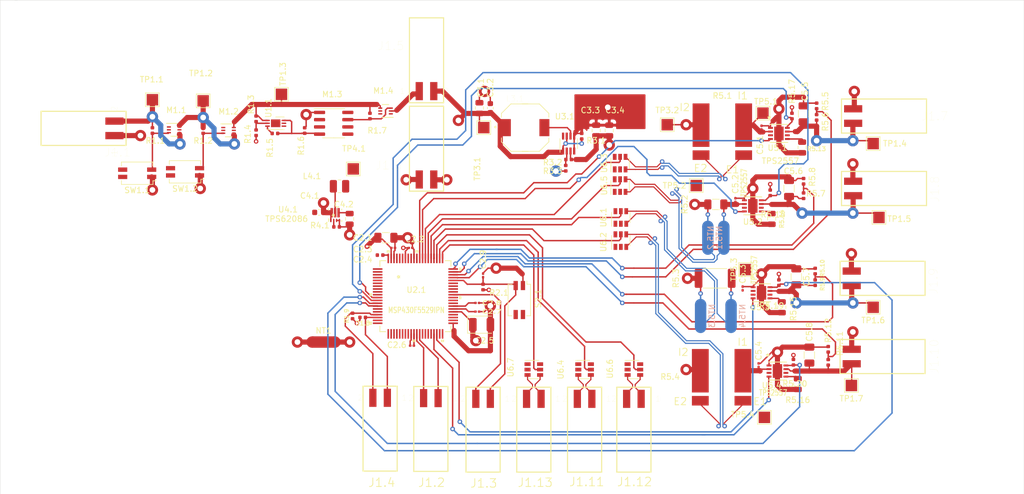
<source format=kicad_pcb>
(kicad_pcb (version 20171130) (host pcbnew "(5.1.5)-3")
  (layers (0 F.Cu signal) (1 In1.Cu signal hide) (2 In2.Cu signal hide) (31 B.Cu signal) (34 B.Paste user) (35 F.Paste user) (36 B.SilkS user) (37 F.SilkS user) (38 B.Mask user) (39 F.Mask user) (44 Edge.Cuts user))
  (net 0 "")
  (net 1 GNDD)
  (net 2 /Power_MSP430/SBWTDIO)
  (net 3 "Net-(C2.8-Pad1)")
  (net 4 GNDA)
  (net 5 /5V_Regulated)
  (net 6 /3.3V_Regulated)
  (net 7 "Net-(C5.1-Pad1)")
  (net 8 "Net-(C5.3-Pad1)")
  (net 9 "Net-(C5.2-Pad1)")
  (net 10 "Net-(C5.8-Pad1)")
  (net 11 "Net-(C5.4-Pad1)")
  (net 12 /Power_MSP430/3.1_SCL_I2C)
  (net 13 /Power_MSP430/3.0_SDA_I2C)
  (net 14 /Power_MSP430/SBWCLK)
  (net 15 /Power_MSP430/4.5_UART_RXD)
  (net 16 /Power_MSP430/4.4_UART_TXD)
  (net 17 "Net-(J1.1-Pad1)")
  (net 18 "Net-(L3.1-Pad2)")
  (net 19 "Net-(M1.1-Pad1)")
  (net 20 "Net-(M1.1-Pad2)")
  (net 21 "Net-(M1.3-Pad1)")
  (net 22 "Net-(M1.2-Pad1)")
  (net 23 "Net-(M1.2-Pad2)")
  (net 24 "Net-(R1.3-Pad2)")
  (net 25 "Net-(M1.3-Pad2)")
  (net 26 "Net-(R1.5-Pad2)")
  (net 27 "Net-(R3.2-Pad2)")
  (net 28 "Net-(R4.1-Pad2)")
  (net 29 /V_RF)
  (net 30 /V_ACS)
  (net 31 /SubsystemLoadSwitches/ACS)
  (net 32 /SubsystemLoadSwitches/RF)
  (net 33 /V_OBC)
  (net 34 "Net-(R5.14-Pad1)")
  (net 35 "Net-(R5.15-Pad1)")
  (net 36 "Net-(R5.16-Pad1)")
  (net 37 "Net-(R5.13-Pad1)")
  (net 38 /SubsystemLoadSwitches/OBC)
  (net 39 /V_PL)
  (net 40 /SubsystemLoadSwitches/PL)
  (net 41 /I_OBC)
  (net 42 /I_PL)
  (net 43 "Net-(U2.1-Pad10)")
  (net 44 "Net-(U2.1-Pad15)")
  (net 45 /enable_OBC)
  (net 46 /enable_PL)
  (net 47 "Net-(U2.1-Pad21)")
  (net 48 "Net-(U2.1-Pad22)")
  (net 49 "Net-(U2.1-Pad23)")
  (net 50 "Net-(U2.1-Pad24)")
  (net 51 "Net-(U2.1-Pad25)")
  (net 52 "Net-(U2.1-Pad26)")
  (net 53 "Net-(U2.1-Pad27)")
  (net 54 "Net-(U2.1-Pad28)")
  (net 55 "Net-(U2.1-Pad29)")
  (net 56 "Net-(U2.1-Pad30)")
  (net 57 /fault_RF)
  (net 58 /fault_ACS)
  (net 59 /fault_OBC)
  (net 60 /fault_PL)
  (net 61 "Net-(U2.1-Pad35)")
  (net 62 "Net-(U2.1-Pad36)")
  (net 63 "Net-(U2.1-Pad39)")
  (net 64 "Net-(U2.1-Pad40)")
  (net 65 "Net-(U2.1-Pad41)")
  (net 66 "Net-(U2.1-Pad42)")
  (net 67 "Net-(U2.1-Pad43)")
  (net 68 /enable_RF)
  (net 69 /enable_ACS)
  (net 70 "Net-(U2.1-Pad46)")
  (net 71 "Net-(U2.1-Pad47)")
  (net 72 "Net-(U2.1-Pad48)")
  (net 73 "Net-(U2.1-Pad53)")
  (net 74 "Net-(U2.1-Pad54)")
  (net 75 "Net-(U2.1-Pad55)")
  (net 76 "Net-(U2.1-Pad56)")
  (net 77 "Net-(U2.1-Pad59)")
  (net 78 "Net-(U2.1-Pad60)")
  (net 79 "Net-(U2.1-Pad62)")
  (net 80 "Net-(U2.1-Pad63)")
  (net 81 "Net-(U2.1-Pad64)")
  (net 82 "Net-(U2.1-Pad72)")
  (net 83 "Net-(U2.1-Pad73)")
  (net 84 "Net-(U2.1-Pad74)")
  (net 85 "Net-(U2.1-Pad75)")
  (net 86 /I_RF)
  (net 87 /I_ACS)
  (net 88 "Net-(U5.1-Pad6)")
  (net 89 "Net-(U5.1-Pad3)")
  (net 90 "Net-(U5.4-Pad3)")
  (net 91 "Net-(U5.4-Pad6)")
  (net 92 "Net-(U5.3-Pad6)")
  (net 93 "Net-(U5.3-Pad3)")
  (net 94 "Net-(U5.2-Pad3)")
  (net 95 "Net-(U5.2-Pad6)")
  (net 96 "Net-(L4.1-Pad1)")
  (net 97 /PL+)
  (net 98 /RF+)
  (net 99 /OBC+)
  (net 100 /ACS+)
  (net 101 "Net-(C2.4-Pad1)")
  (net 102 "Net-(C2.4-Pad2)")
  (net 103 /OBC-)
  (net 104 /RF-)
  (net 105 "Net-(U2.1-Pad12)")
  (net 106 "Net-(U2.1-Pad13)")
  (net 107 "Net-(U2.1-Pad69)")
  (net 108 "Net-(U2.1-Pad70)")
  (net 109 +5V)
  (net 110 "/Current Sensing/Ibat+")
  (net 111 ~Ibat_SHDN)
  (net 112 "/Current Sensing/Ibat-")
  (net 113 Ibat_ADC)
  (net 114 /ACS-)
  (net 115 ~ACS_SHDN)
  (net 116 "/Current Sensing/EPS+")
  (net 117 "/Current Sensing/EPS-")
  (net 118 /I_EPS)
  (net 119 ~RF_SHDN)
  (net 120 ~PAYLOAD_SHDN)
  (net 121 /PL-)
  (net 122 Ipv_ADC)
  (net 123 "/Current Sensing/Ipv-")
  (net 124 ~Ipv_SHDN)
  (net 125 "/Current Sensing/Ipv+")
  (net 126 ~OBC_SHDN)
  (net 127 /30_Minute_Output)
  (net 128 "Net-(J1.5-Pad2)")
  (net 129 3.3V_MSP)
  (module Capacitor_SMD:C_1206_3216Metric (layer F.Cu) (at 197.104 103.632 90)
    (fp_text reference C5.7 (at 0 1.778 270) (layer F.SilkS))
    (fp_text value 150u)
    (pad 1 smd roundrect (at -1.4 0 90) (size 1.25 1.75) (layers F.Cu F.Paste F.Mask) (roundrect_rratio 0.2) (net 31 /SubsystemLoadSwitches/ACS))
    (pad 2 smd roundrect (at 1.4 0 90) (size 1.25 1.75) (layers F.Cu F.Paste F.Mask) (roundrect_rratio 0.2) (net 4 GNDA))
  )
  (module PDU_Prototype:SAMTEC-TSM-102-01-X-SH (layer F.Cu) (at 168.656 130.302 180)
    (fp_text reference J1.12 (at -0.127 -9.271) (layer F.SilkS) (effects (font (size 1.5 1.5))))
    (fp_text value I_BAT_PINS)
    (fp_text user 2 (at 3.467 5.283) (layer F.SilkS) (effects (font (thickness 0.015))))
    (fp_text user 1 (at -4.226 5.283) (layer F.SilkS) (effects (font (thickness 0.015))))
    (pad 2 smd rect (at 1.27 5.283 180) (size 1.27 3.18) (layers F.Cu F.Paste) (net 110 "/Current Sensing/Ibat+"))
    (pad 1 smd rect (at -1.27 5.283 180) (size 1.27 3.18) (layers F.Cu F.Paste) (net 112 "/Current Sensing/Ibat-"))
  )
  (module TPS2557:TPS2557DRBR (layer F.Cu) (at 189.484 91.186)
    (fp_text reference U5.2 (at 0 2.794 180) (layer F.SilkS))
    (fp_text value TPS2557 (at -1.524 -4.064 270) (layer F.SilkS) (effects (font (size 1 0.75))))
    (fp_line (start 0 -1.2) (end 0 -1.2) (layer F.Cu) (width 0.1524))
    (fp_line (start 0 -1.2) (end 0 -1.2) (layer F.Cu) (width 0.1524))
    (fp_line (start 0 -1.2) (end 0 -1.2) (layer F.Cu) (width 0.1524))
    (fp_line (start 0 -1.2) (end 0 -1.2) (layer F.Cu) (width 0.1524))
    (fp_line (start 0 -1.2) (end 0 -1.2) (layer F.Cu) (width 0.1524))
    (fp_line (start 0 -1.2) (end 0 -1.2) (layer F.Cu) (width 0.1524))
    (fp_line (start 0 -1.2) (end 0 -1.2) (layer F.Cu) (width 0.1524))
    (fp_line (start 0 -1.2) (end 0 -1.2) (layer F.Cu) (width 0.1524))
    (fp_line (start 0 1.2) (end 0 1.2) (layer F.Cu) (width 0.1524))
    (fp_line (start 0 1.2) (end 0 1.2) (layer F.Cu) (width 0.1524))
    (fp_line (start 0 1.2) (end 0 1.2) (layer F.Cu) (width 0.1524))
    (fp_line (start 0 1.2) (end 0 1.2) (layer F.Cu) (width 0.1524))
    (fp_line (start 0 1.2) (end 0 1.2) (layer F.Cu) (width 0.1524))
    (fp_line (start 0 1.2) (end 0 1.2) (layer F.Cu) (width 0.1524))
    (fp_line (start 0 1.2) (end 0 1.2) (layer F.Cu) (width 0.1524))
    (fp_line (start 0 1.2) (end 0 1.2) (layer F.Cu) (width 0.1524))
    (pad 1 smd rect (at -1.475001 -0.974999) (size 0.85 0.35) (layers F.Cu F.Paste F.Mask) (net 4 GNDA))
    (pad 2 smd rect (at -1.475001 -0.325001) (size 0.85 0.35) (layers F.Cu F.Paste F.Mask) (net 9 "Net-(C5.2-Pad1)"))
    (pad 3 smd rect (at -1.475001 0.325001) (size 0.85 0.35) (layers F.Cu F.Paste F.Mask) (net 94 "Net-(U5.2-Pad3)"))
    (pad 4 smd rect (at -1.475001 0.974999) (size 0.85 0.35) (layers F.Cu F.Paste F.Mask) (net 46 /enable_PL))
    (pad 5 smd rect (at 1.475001 0.974999) (size 0.85 0.35) (layers F.Cu F.Paste F.Mask) (net 34 "Net-(R5.14-Pad1)"))
    (pad 6 smd rect (at 1.475001 0.325001) (size 0.85 0.35) (layers F.Cu F.Paste F.Mask) (net 95 "Net-(U5.2-Pad6)"))
    (pad 7 smd rect (at 1.475001 -0.325001) (size 0.85 0.35) (layers F.Cu F.Paste F.Mask) (net 40 /SubsystemLoadSwitches/PL))
    (pad 8 smd rect (at 1.475001 -0.974999) (size 0.85 0.35) (layers F.Cu F.Paste F.Mask) (net 60 /fault_PL))
    (pad 9 smd rect (at 0 0) (size 1.65 2.4) (layers F.Cu F.Paste F.Mask))
  )
  (module TPS2557:TPS2557DRBR (layer F.Cu) (at 194.056 78.486)
    (fp_text reference U5.1 (at -0.254 2.54) (layer F.SilkS))
    (fp_text value TPS2557 (at 0.254 4.826 180) (layer F.SilkS))
    (fp_text user * (at -1.708799 -2.468) (layer F.SilkS))
    (fp_text user * (at -1.708799 -2.468) (layer F.SilkS))
    (fp_line (start 0 -1.2) (end 0 -1.2) (layer F.Cu) (width 0.1524))
    (fp_line (start 0 -1.2) (end 0 -1.2) (layer F.Cu) (width 0.1524))
    (fp_line (start 0 -1.2) (end 0 -1.2) (layer F.Cu) (width 0.1524))
    (fp_line (start 0 -1.2) (end 0 -1.2) (layer F.Cu) (width 0.1524))
    (fp_line (start 0 -1.2) (end 0 -1.2) (layer F.Cu) (width 0.1524))
    (fp_line (start 0 -1.2) (end 0 -1.2) (layer F.Cu) (width 0.1524))
    (fp_line (start 0 -1.2) (end 0 -1.2) (layer F.Cu) (width 0.1524))
    (fp_line (start 0 -1.2) (end 0 -1.2) (layer F.Cu) (width 0.1524))
    (fp_line (start 0 1.2) (end 0 1.2) (layer F.Cu) (width 0.1524))
    (fp_line (start 0 1.2) (end 0 1.2) (layer F.Cu) (width 0.1524))
    (fp_line (start 0 1.2) (end 0 1.2) (layer F.Cu) (width 0.1524))
    (fp_line (start 0 1.2) (end 0 1.2) (layer F.Cu) (width 0.1524))
    (fp_line (start 0 1.2) (end 0 1.2) (layer F.Cu) (width 0.1524))
    (fp_line (start 0 1.2) (end 0 1.2) (layer F.Cu) (width 0.1524))
    (fp_line (start 0 1.2) (end 0 1.2) (layer F.Cu) (width 0.1524))
    (fp_line (start 0 1.2) (end 0 1.2) (layer F.Cu) (width 0.1524))
    (pad 1 smd rect (at -1.475001 -0.974999) (size 0.85 0.35) (layers F.Cu F.Paste F.Mask) (net 4 GNDA))
    (pad 2 smd rect (at -1.475001 -0.325001) (size 0.85 0.35) (layers F.Cu F.Paste F.Mask) (net 7 "Net-(C5.1-Pad1)"))
    (pad 3 smd rect (at -1.475001 0.325001) (size 0.85 0.35) (layers F.Cu F.Paste F.Mask) (net 89 "Net-(U5.1-Pad3)"))
    (pad 4 smd rect (at -1.475001 0.974999) (size 0.85 0.35) (layers F.Cu F.Paste F.Mask) (net 45 /enable_OBC))
    (pad 5 smd rect (at 1.475001 0.974999) (size 0.85 0.35) (layers F.Cu F.Paste F.Mask) (net 37 "Net-(R5.13-Pad1)"))
    (pad 6 smd rect (at 1.475001 0.325001) (size 0.85 0.35) (layers F.Cu F.Paste F.Mask) (net 88 "Net-(U5.1-Pad6)"))
    (pad 7 smd rect (at 1.475001 -0.325001) (size 0.85 0.35) (layers F.Cu F.Paste F.Mask) (net 38 /SubsystemLoadSwitches/OBC))
    (pad 8 smd rect (at 1.475001 -0.974999) (size 0.85 0.35) (layers F.Cu F.Paste F.Mask) (net 59 /fault_OBC))
    (pad 9 smd rect (at 0 0) (size 1.65 2.4) (layers F.Cu F.Paste F.Mask))
  )
  (module Package_DFN_QFN:DFN-6-1EP_2x2mm_P0.5mm_EP0.61x1.42mm (layer F.Cu) (at 97.663 77.952)
    (fp_text reference M1.2 (at 0 -3.302) (layer F.SilkS))
    (fp_text value PMOS)
    (pad "6 (D)" smd rect (at 0.925 -0.5) (size 0.7 0.25) (layers F.Cu F.Paste F.Mask) (net 23 "Net-(M1.2-Pad2)"))
    (pad "5 (D)" smd rect (at 0.925 0) (size 0.7 0.25) (layers F.Cu F.Paste F.Mask))
    (pad "4 (S)" smd rect (at 0.925 0.5) (size 0.7 0.25) (layers F.Cu F.Paste F.Mask))
    (pad "3 (G)" smd rect (at -0.925 0.5) (size 0.7 0.25) (layers F.Cu F.Paste F.Mask))
    (pad "2 (D)" smd rect (at -0.925 0) (size 0.7 0.25) (layers F.Cu F.Paste F.Mask))
    (pad "1 (D)" smd rect (at -0.925 -0.5) (size 0.7 0.25) (layers F.Cu F.Paste F.Mask))
  )
  (module Capacitor_SMD:C_0201_0603Metric (layer F.Cu) (at 129.794 115.697)
    (fp_text reference C2.6 (at -2.667 -0.127 180) (layer F.SilkS))
    (fp_text value 100n)
    (pad "1 (DVSS2)" smd roundrect (at -0.32 0) (size 0.46 0.4) (layers F.Cu F.Mask))
    (pad "2 (DVCC2)" smd roundrect (at 0.32 0) (size 0.46 0.4) (layers F.Cu F.Mask))
  )
  (module Capacitor_SMD:C_0201_0603Metric (layer F.Cu) (at 129.54 98.552 180)
    (fp_text reference C2.2 (at -0.762 1.524) (layer F.SilkS))
    (fp_text value 100n)
    (pad 1 smd roundrect (at -0.32 0 180) (size 0.46 0.4) (layers F.Cu F.Mask) (net 6 /3.3V_Regulated))
    (pad 2 smd roundrect (at 0.32 0 180) (size 0.46 0.4) (layers F.Cu F.Mask) (net 4 GNDA))
  )
  (module Capacitor_SMD:C_0201_0603Metric (layer F.Cu) (at 126.492 98.552 180)
    (fp_text reference C2.3 (at 5.334 -0.254 180) (layer F.SilkS))
    (fp_text value 100n)
    (pad 2 smd roundrect (at 0.32 0 180) (size 0.46 0.4) (layers F.Cu F.Mask) (net 1 GNDD))
    (pad "1 (DVCC1)" smd roundrect (at -0.32 0 180) (size 0.46 0.4) (layers F.Cu F.Mask) (net 6 /3.3V_Regulated))
  )
  (module Capacitor_Tantalum_SMD:CP_EIA-3528-12_Kemet-T (layer F.Cu) (at 141.986 112.014)
    (fp_text reference C2.5 (at 0.508 2.794 180) (layer F.SilkS))
    (fp_text value 4.7u)
    (pad "1 (VBUS)" smd roundrect (at -1.5375 0) (size 1.325 2.35) (layers F.Cu F.Paste F.Mask) (roundrect_rratio 0.189) (net 5 /5V_Regulated))
    (pad 2 smd roundrect (at 1.5375 0) (size 1.325 2.35) (layers F.Cu F.Paste F.Mask) (roundrect_rratio 0.188679) (net 1 GNDD))
  )
  (module Capacitor_SMD:C_0201_0603Metric (layer F.Cu) (at 141.224 108.204)
    (fp_text reference C2.8 (at 2.54 0 180) (layer F.SilkS) (effects (font (size 0.7 1))))
    (fp_text value 220n)
    (pad 2 smd roundrect (at 0.32 0) (size 0.46 0.4) (layers F.Cu F.Mask) (net 1 GNDD))
    (pad 1 smd roundrect (at -0.32 0) (size 0.46 0.4) (layers F.Cu F.Mask) (net 3 "Net-(C2.8-Pad1)"))
  )
  (module Capacitor_SMD:C_0201_0603Metric (layer F.Cu) (at 141.224 109.728)
    (fp_text reference C2.7 (at 2.54 0 180) (layer F.SilkS) (effects (font (size 0.7 1))))
    (fp_text value 220n)
    (pad "1 (VUSB)" smd roundrect (at -0.32 0) (size 0.46 0.4) (layers F.Cu F.Mask))
    (pad 2 smd roundrect (at 0.32 0) (size 0.46 0.4) (layers F.Cu F.Mask) (net 1 GNDD))
  )
  (module Capacitor_SMD:C_0201_0603Metric (layer F.Cu) (at 142.24 103.378 90)
    (fp_text reference C2.9 (at 2.794 0 270) (layer F.SilkS))
    (fp_text value 1n)
    (pad 2 smd roundrect (at 0.32 0 90) (size 0.46 0.4) (layers F.Cu F.Mask) (net 1 GNDD))
    (pad 1 smd roundrect (at -0.32 0 90) (size 0.46 0.4) (layers F.Cu F.Mask) (net 2 /Power_MSP430/SBWTDIO))
  )
  (module Capacitor_SMD:C_1206_3216Metric (layer F.Cu) (at 125.222 96.774 180)
    (fp_text reference C2.1 (at 4.064 0) (layer F.SilkS))
    (fp_text value 10u)
    (pad "1 (DVCC1)" smd roundrect (at -1.4 0 180) (size 1.25 1.75) (layers F.Cu F.Paste F.Mask) (roundrect_rratio 0.2) (net 6 /3.3V_Regulated))
    (pad 2 smd roundrect (at 1.4 0 180) (size 1.25 1.75) (layers F.Cu F.Paste F.Mask) (roundrect_rratio 0.2) (net 1 GNDD))
  )
  (module Capacitor_SMD:C_0402_1005Metric (layer F.Cu) (at 124.206 99.822)
    (fp_text reference C2.4 (at -3.048 0.762 180) (layer F.SilkS))
    (fp_text value 470n)
    (pad 1 smd roundrect (at -0.485 0) (size 0.59 0.64) (layers F.Cu F.Paste F.Mask) (net 101 "Net-(C2.4-Pad1)"))
    (pad 2 smd roundrect (at 0.485 0) (size 0.59 0.64) (layers F.Cu F.Paste F.Mask) (net 102 "Net-(C2.4-Pad2)"))
  )
  (module Capacitor_SMD:C_0805_2012Metric (layer F.Cu) (at 164.338 77.978 90)
    (fp_text reference C3.4 (at 3.556 1.016 180) (layer F.SilkS))
    (fp_text value 22u)
    (pad 2 smd roundrect (at 0.9375 0 90) (size 0.975 1.4) (layers F.Cu F.Paste F.Mask) (net 4 GNDA))
    (pad 1 smd roundrect (at -0.9375 0 90) (size 0.975 1.4) (layers F.Cu F.Paste F.Mask) (net 5 /5V_Regulated))
  )
  (module Capacitor_SMD:C_0805_2012Metric (layer F.Cu) (at 141.605 74.041 90)
    (fp_text reference C3.1 (at 3.556 0.254 270) (layer F.SilkS))
    (fp_text value 22u)
    (pad 1 smd roundrect (at -0.9375 0 90) (size 0.975 1.4) (layers F.Cu F.Paste F.Mask) (net 128 "Net-(J1.5-Pad2)"))
    (pad 2 smd roundrect (at 0.9375 0 90) (size 0.975 1.4) (layers F.Cu F.Paste F.Mask) (net 4 GNDA))
  )
  (module Capacitor_SMD:C_0805_2012Metric (layer F.Cu) (at 162.052 77.978 90)
    (fp_text reference C3.3 (at 3.556 -1.016 180) (layer F.SilkS))
    (fp_text value 22u)
    (pad 2 smd roundrect (at 0.9375 0 90) (size 0.975 1.4) (layers F.Cu F.Paste F.Mask) (net 4 GNDA))
    (pad 1 smd roundrect (at -0.9375 0 90) (size 0.975 1.4) (layers F.Cu F.Paste F.Mask) (net 5 /5V_Regulated))
  )
  (module Capacitor_SMD:C_0603_1608Metric (layer F.Cu) (at 143.51 74.041 90)
    (fp_text reference C3.2 (at 3.556 0 270) (layer F.SilkS))
    (fp_text value 1u)
    (pad 2 smd roundrect (at 0.7875 0 90) (size 0.875 0.95) (layers F.Cu F.Paste F.Mask) (net 4 GNDA))
    (pad 1 smd roundrect (at -0.7875 0 90) (size 0.875 0.95) (layers F.Cu F.Paste F.Mask) (net 128 "Net-(J1.5-Pad2)"))
  )
  (module Capacitor_SMD:C_0805_2012Metric (layer F.Cu) (at 118.872 93.472 90)
    (fp_text reference C4.2 (at 2.54 -1.016) (layer F.SilkS))
    (fp_text value 22uF)
    (pad 1 smd roundrect (at -0.9375 0 90) (size 0.975 1.4) (layers F.Cu F.Paste F.Mask) (net 6 /3.3V_Regulated))
    (pad 2 smd roundrect (at 0.9375 0 90) (size 0.975 1.4) (layers F.Cu F.Paste F.Mask) (net 4 GNDA))
  )
  (module Capacitor_SMD:C_0603_1608Metric (layer F.Cu) (at 113.538 92.329 180)
    (fp_text reference C4.1 (at 1.651 2.921 180) (layer F.SilkS))
    (fp_text value 10uF)
    (pad 1 smd roundrect (at -0.7875 0 180) (size 0.875 0.95) (layers F.Cu F.Paste F.Mask) (net 128 "Net-(J1.5-Pad2)"))
    (pad 2 smd roundrect (at 0.7875 0 180) (size 0.875 0.95) (layers F.Cu F.Paste F.Mask) (net 4 GNDA))
  )
  (module Capacitor_SMD:C_0201_0603Metric (layer F.Cu) (at 191.008 77.47 90)
    (fp_text reference C5.1 (at -3.048 -0.254 90) (layer F.SilkS))
    (fp_text value 0.1u)
    (pad 2 smd roundrect (at 0.32 0 90) (size 0.46 0.4) (layers F.Cu F.Mask) (net 4 GNDA))
    (pad 1 smd roundrect (at -0.32 0 90) (size 0.46 0.4) (layers F.Cu F.Mask) (net 7 "Net-(C5.1-Pad1)"))
  )
  (module Capacitor_SMD:C_0201_0603Metric (layer F.Cu) (at 186.436 90.17 90)
    (fp_text reference C5.2 (at 2.794 0 270) (layer F.SilkS))
    (fp_text value 0.1u)
    (pad 1 smd roundrect (at -0.32 0 90) (size 0.46 0.4) (layers F.Cu F.Mask) (net 9 "Net-(C5.2-Pad1)"))
    (pad 2 smd roundrect (at 0.32 0 90) (size 0.46 0.4) (layers F.Cu F.Mask) (net 4 GNDA))
  )
  (module Capacitor_SMD:C_1206_3216Metric (layer F.Cu) (at 198.374 75.054 90)
    (fp_text reference C5.5 (at 3.934 0.254 90) (layer F.SilkS))
    (fp_text value 150u)
    (pad 2 smd roundrect (at 1.4 0 90) (size 1.25 1.75) (layers F.Cu F.Paste F.Mask) (roundrect_rratio 0.2) (net 4 GNDA))
    (pad 1 smd roundrect (at -1.4 0 90) (size 1.25 1.75) (layers F.Cu F.Paste F.Mask) (roundrect_rratio 0.2) (net 38 /SubsystemLoadSwitches/OBC))
  )
  (module Capacitor_SMD:C_1206_3216Metric (layer F.Cu) (at 199.39 117.348 90)
    (fp_text reference C5.8 (at 4.064 0 270) (layer F.SilkS))
    (fp_text value 150u)
    (pad 1 smd roundrect (at -1.4 0 90) (size 1.25 1.75) (layers F.Cu F.Paste F.Mask) (roundrect_rratio 0.2) (net 10 "Net-(C5.8-Pad1)"))
    (pad 2 smd roundrect (at 1.4 0 90) (size 1.25 1.75) (layers F.Cu F.Paste F.Mask) (roundrect_rratio 0.2) (net 4 GNDA))
  )
  (module Capacitor_SMD:C_1206_3216Metric (layer F.Cu) (at 195.834 88.138 90)
    (fp_text reference C5.6 (at 3.048 0.762 180) (layer F.SilkS))
    (fp_text value 150u)
    (pad 2 smd roundrect (at 1.4 0 90) (size 1.25 1.75) (layers F.Cu F.Paste F.Mask) (roundrect_rratio 0.2) (net 4 GNDA))
    (pad 1 smd roundrect (at -1.4 0 90) (size 1.25 1.75) (layers F.Cu F.Paste F.Mask) (roundrect_rratio 0.2) (net 40 /SubsystemLoadSwitches/PL))
  )
  (module Capacitor_SMD:C_0201_0603Metric (layer F.Cu) (at 187.706 105.664 90)
    (fp_text reference C5.3 (at 2.54 0 90) (layer F.SilkS))
    (fp_text value 0.1u)
    (pad 1 smd roundrect (at -0.32 0 90) (size 0.46 0.4) (layers F.Cu F.Mask) (net 8 "Net-(C5.3-Pad1)"))
    (pad 2 smd roundrect (at 0.32 0 90) (size 0.46 0.4) (layers F.Cu F.Mask) (net 4 GNDA))
  )
  (module Capacitor_SMD:C_0201_0603Metric (layer F.Cu) (at 190.5 119.126 90)
    (fp_text reference C5.4 (at 2.54 0 90) (layer F.SilkS))
    (fp_text value 0.1u)
    (pad 2 smd roundrect (at 0.32 0 90) (size 0.46 0.4) (layers F.Cu F.Mask) (net 4 GNDA))
    (pad 1 smd roundrect (at -0.32 0 90) (size 0.46 0.4) (layers F.Cu F.Mask) (net 11 "Net-(C5.4-Pad1)"))
  )
  (module PDU_Prototype:SAMTEC-TSM-102-01-X-SH (layer F.Cu) (at 72.39 77.597 90)
    (fp_text reference J1.1 (at -4.191 5.842 -180) (layer F.SilkS) (effects (font (size 1.5 1.5) (thickness 0.015))))
    (fp_text value POWER_PINS)
    (fp_text user 1 (at -4.226 5.283 90) (layer F.SilkS) (effects (font (thickness 0.015))))
    (fp_text user 2 (at 3.467 5.283 90) (layer F.SilkS) (effects (font (thickness 0.015))))
    (pad 1 smd rect (at -1.27 5.283 90) (size 1.27 3.18) (layers F.Cu F.Paste) (net 4 GNDA))
    (pad 2 smd rect (at 1.27 5.283 90) (size 1.27 3.18) (layers F.Cu F.Paste) (net 17 "Net-(J1.1-Pad1)"))
  )
  (module PDU_Prototype:SAMTEC-TSM-102-01-X-SH (layer F.Cu) (at 133.096 130.175 180)
    (fp_text reference J1.2 (at -0.127 -9.525) (layer F.SilkS) (effects (font (size 1.5 1.5))))
    (fp_text value UART_PINS)
    (fp_text user 2 (at 3.467 5.283) (layer F.SilkS) (effects (font (thickness 0.015))))
    (fp_text user 1 (at -4.226 5.283) (layer F.SilkS) (effects (font (thickness 0.015))))
    (pad 2 smd rect (at 1.27 5.283 180) (size 1.27 3.18) (layers F.Cu F.Paste) (net 16 /Power_MSP430/4.4_UART_TXD))
    (pad 1 smd rect (at -1.27 5.283 180) (size 1.27 3.18) (layers F.Cu F.Paste) (net 15 /Power_MSP430/4.5_UART_RXD))
  )
  (module PDU_Prototype:SAMTEC-TSM-102-01-X-SH (layer F.Cu) (at 124.206 130.121999 180)
    (fp_text reference J1.4 (at -0.292001 -9.578001) (layer F.SilkS) (effects (font (size 1.5 1.5))))
    (fp_text value I2C_PINS)
    (fp_text user 1 (at -4.226 5.283) (layer F.SilkS) (effects (font (thickness 0.015))))
    (fp_text user 2 (at 3.467 5.283) (layer F.SilkS) (effects (font (thickness 0.015))))
    (pad 1 smd rect (at -1.27 5.283 180) (size 1.27 3.18) (layers F.Cu F.Paste) (net 12 /Power_MSP430/3.1_SCL_I2C))
    (pad 2 smd rect (at 1.27 5.283 180) (size 1.27 3.18) (layers F.Cu F.Paste) (net 13 /Power_MSP430/3.0_SDA_I2C))
  )
  (module PDU_Prototype:SAMTEC-TSM-102-01-X-SH (layer F.Cu) (at 142.24 130.302 180)
    (fp_text reference J1.3 (at -0.120001 -9.525) (layer F.SilkS) (effects (font (size 1.5 1.5))))
    (fp_text value SBW_PINS)
    (fp_text user 2 (at 3.467 5.283) (layer F.SilkS) (effects (font (thickness 0.015))))
    (fp_text user 1 (at -4.226 5.283) (layer F.SilkS) (effects (font (thickness 0.015))))
    (pad 2 smd rect (at 1.27 5.283 180) (size 1.27 3.18) (layers F.Cu F.Paste) (net 14 /Power_MSP430/SBWCLK))
    (pad 1 smd rect (at -1.27 5.283 180) (size 1.27 3.18) (layers F.Cu F.Paste) (net 2 /Power_MSP430/SBWTDIO))
  )
  (module PDU_Prototype:IND_1217AS-H-1R5N=P3 (layer F.Cu) (at 149.606 77.47)
    (fp_text reference L3.1 (at -1.778 -5.08) (layer F.SilkS) (effects (font (thickness 0.015))))
    (fp_text value 1.5u)
    (pad 1 smd rect (at -3.375 0) (size 1.75 3) (layers F.Cu F.Paste F.Mask) (net 128 "Net-(J1.5-Pad2)"))
    (pad 2 smd rect (at 3.375 0) (size 1.75 3) (layers F.Cu F.Paste F.Mask) (net 18 "Net-(L3.1-Pad2)"))
  )
  (module Inductor_SMD:L_1008_2520Metric (layer F.Cu) (at 117.094 87.757)
    (fp_text reference L4.1 (at -4.826 -1.778) (layer F.SilkS))
    (fp_text value 0.47uH)
    (pad 1 smd roundrect (at -1.075 0) (size 1.25 2.2) (layers F.Cu F.Paste F.Mask) (roundrect_rratio 0.2) (net 96 "Net-(L4.1-Pad1)"))
    (pad 2 smd roundrect (at 1.075 0) (size 1.25 2.2) (layers F.Cu F.Paste F.Mask) (roundrect_rratio 0.2) (net 6 /3.3V_Regulated))
  )
  (module Package_DFN_QFN:DFN-6-1EP_2x2mm_P0.5mm_EP0.61x1.42mm (layer F.Cu) (at 125.1585 74.549 180)
    (fp_text reference M1.4 (at 0.381 3.556 180) (layer F.SilkS))
    (fp_text value PMOS)
    (pad "1 (D)" smd rect (at -0.925 -0.5 180) (size 0.7 0.25) (layers F.Cu F.Paste F.Mask))
    (pad "2 (D)" smd rect (at -0.925 0 180) (size 0.7 0.25) (layers F.Cu F.Paste F.Mask))
    (pad "3 (G)" smd rect (at -0.925 0.5 180) (size 0.7 0.25) (layers F.Cu F.Paste F.Mask))
    (pad "4 (S)" smd rect (at 0.925 0.5 180) (size 0.7 0.25) (layers F.Cu F.Paste F.Mask) (net 23 "Net-(M1.2-Pad2)"))
    (pad "5 (D)" smd rect (at 0.925 0 180) (size 0.7 0.25) (layers F.Cu F.Paste F.Mask))
    (pad "6 (D)" smd rect (at 0.925 -0.5 180) (size 0.7 0.25) (layers F.Cu F.Paste F.Mask))
  )
  (module Package_DFN_QFN:DFN-6-1EP_2x2mm_P0.5mm_EP0.61x1.42mm (layer F.Cu) (at 88.138 77.851)
    (fp_text reference M1.1 (at 0.370999 -3.457001) (layer F.SilkS))
    (fp_text value PMOS)
    (pad "1 (D)" smd rect (at -0.925 -0.5) (size 0.7 0.25) (layers F.Cu F.Paste F.Mask))
    (pad "2 (D)" smd rect (at -0.925 0) (size 0.7 0.25) (layers F.Cu F.Paste F.Mask))
    (pad "3  (G)" smd rect (at -0.925 0.5) (size 0.7 0.25) (layers F.Cu F.Paste F.Mask))
    (pad "4 (S)" smd rect (at 0.925 0.5) (size 0.7 0.25) (layers F.Cu F.Paste F.Mask))
    (pad "5 (D)" smd rect (at 0.925 0) (size 0.7 0.25) (layers F.Cu F.Paste F.Mask))
    (pad "6 (D)" smd rect (at 0.925 -0.5) (size 0.7 0.25) (layers F.Cu F.Paste F.Mask))
  )
  (module Package_SO:SOIC-8_3.9x4.9mm_P1.27mm (layer F.Cu) (at 116.078 76.708)
    (fp_text reference M1.3 (at -0.254 -5.08) (layer F.SilkS))
    (fp_text value NMOS)
    (pad "1 (S)" smd roundrect (at -2.475 -1.905) (size 1.95 0.6) (layers F.Cu F.Paste F.Mask) (net 4 GNDA))
    (pad "2 (S)" smd roundrect (at -2.475 -0.635) (size 1.95 0.6) (layers F.Cu F.Paste F.Mask))
    (pad "3 (S)" smd roundrect (at -2.475 0.635) (size 1.95 0.6) (layers F.Cu F.Paste F.Mask))
    (pad "4 (G)" smd roundrect (at -2.475 1.905) (size 1.95 0.6) (layers F.Cu F.Paste F.Mask) (net 25 "Net-(M1.3-Pad2)"))
    (pad "5 (D)" smd roundrect (at 2.475 1.905) (size 1.95 0.6) (layers F.Cu F.Paste F.Mask))
    (pad "6 (D)" smd roundrect (at 2.475 0.635) (size 1.95 0.6) (layers F.Cu F.Paste F.Mask))
    (pad "7 (D)" smd roundrect (at 2.475 -0.635) (size 1.95 0.6) (layers F.Cu F.Paste F.Mask))
    (pad "8 (D)" smd roundrect (at 2.475 -1.905) (size 1.95 0.6) (layers F.Cu F.Paste F.Mask))
  )
  (module Resistor_SMD:R_0402_1005Metric (layer F.Cu) (at 110.998 77.978 90)
    (fp_text reference R1.6 (at -2.667 -0.635 270) (layer F.SilkS))
    (fp_text value 100k)
    (pad 1 smd roundrect (at -0.485 0 90) (size 0.59 0.64) (layers F.Cu F.Paste F.Mask) (net 25 "Net-(M1.3-Pad2)"))
    (pad 2 smd roundrect (at 0.485 0 90) (size 0.59 0.64) (layers F.Cu F.Paste F.Mask) (net 4 GNDA))
  )
  (module Resistor_SMD:R_0402_1005Metric (layer F.Cu) (at 84.328 77.978 270)
    (fp_text reference R1.1 (at 1.778 -0.508) (layer F.SilkS))
    (fp_text value 100k)
    (pad 2 smd roundrect (at 0.485 0 270) (size 0.59 0.64) (layers F.Cu F.Paste F.Mask) (net 20 "Net-(M1.1-Pad2)"))
    (pad 1 smd roundrect (at -0.485 0 270) (size 0.59 0.64) (layers F.Cu F.Paste F.Mask) (net 17 "Net-(J1.1-Pad1)"))
  )
  (module Resistor_SMD:R_0402_1005Metric (layer F.Cu) (at 122.428 75.438 90)
    (fp_text reference R1.7 (at -2.54 1.27 180) (layer F.SilkS))
    (fp_text value 100k)
    (pad 1 smd roundrect (at -0.485 0 90) (size 0.59 0.64) (layers F.Cu F.Paste F.Mask) (net 22 "Net-(M1.2-Pad1)"))
    (pad 2 smd roundrect (at 0.485 0 90) (size 0.59 0.64) (layers F.Cu F.Paste F.Mask) (net 21 "Net-(M1.3-Pad1)"))
  )
  (module Resistor_SMD:R_0402_1005Metric (layer F.Cu) (at 105.791 78.486 180)
    (fp_text reference R1.5 (at 0.889 -2.54 270) (layer F.SilkS))
    (fp_text value 86.6k)
    (pad 2 smd roundrect (at 0.485 0 180) (size 0.59 0.64) (layers F.Cu F.Paste F.Mask) (net 26 "Net-(R1.5-Pad2)"))
    (pad 1 smd roundrect (at -0.485 0 180) (size 0.59 0.64) (layers F.Cu F.Paste F.Mask) (net 25 "Net-(M1.3-Pad2)"))
  )
  (module Resistor_SMD:R_0402_1005Metric (layer F.Cu) (at 102.489 78.359 270)
    (fp_text reference R1.4 (at 0.254 1.4605 270) (layer F.SilkS))
    (fp_text value 887k)
    (pad 1 smd roundrect (at -0.485 0 270) (size 0.59 0.64) (layers F.Cu F.Paste F.Mask) (net 24 "Net-(R1.3-Pad2)"))
    (pad 2 smd roundrect (at 0.485 0 270) (size 0.59 0.64) (layers F.Cu F.Paste F.Mask) (net 4 GNDA))
  )
  (module Resistor_SMD:R_0402_1005Metric (layer F.Cu) (at 102.489 75.923 270)
    (fp_text reference R1.3 (at -2.517 0.889 90) (layer F.SilkS))
    (fp_text value 1M)
    (pad 2 smd roundrect (at 0.485 0 270) (size 0.59 0.64) (layers F.Cu F.Paste F.Mask) (net 24 "Net-(R1.3-Pad2)"))
    (pad 1 smd roundrect (at -0.485 0 270) (size 0.59 0.64) (layers F.Cu F.Paste F.Mask) (net 23 "Net-(M1.2-Pad2)"))
  )
  (module Resistor_SMD:R_0402_1005Metric (layer F.Cu) (at 121.158 110.744 180)
    (fp_text reference R1.8 (at 0 -1.016 180) (layer F.SilkS) (effects (font (size 0.75 0.75))))
    (fp_text value 4.7k)
    (pad 1 smd roundrect (at -0.485 0 180) (size 0.59 0.64) (layers F.Cu F.Paste F.Mask) (net 12 /Power_MSP430/3.1_SCL_I2C))
    (pad 2 smd roundrect (at 0.485 0 180) (size 0.59 0.64) (layers F.Cu F.Paste F.Mask) (net 6 /3.3V_Regulated))
  )
  (module Resistor_SMD:R_0402_1005Metric (layer F.Cu) (at 119.38 110.49 270)
    (fp_text reference R1.9 (at 0 1.016 90) (layer F.SilkS) (effects (font (size 0.75 0.75))))
    (fp_text value 4.7k)
    (pad 2 smd roundrect (at 0.485 0 270) (size 0.59 0.64) (layers F.Cu F.Paste F.Mask) (net 6 /3.3V_Regulated))
    (pad 1 smd roundrect (at -0.485 0 270) (size 0.59 0.64) (layers F.Cu F.Paste F.Mask) (net 13 /Power_MSP430/3.0_SDA_I2C))
  )
  (module Resistor_SMD:R_0402_1005Metric (layer F.Cu) (at 93.218 77.978 90)
    (fp_text reference R1.2 (at -1.778 0 180) (layer F.SilkS))
    (fp_text value 100k)
    (pad 1 smd roundrect (at -0.485 0 90) (size 0.59 0.64) (layers F.Cu F.Paste F.Mask) (net 19 "Net-(M1.1-Pad1)"))
    (pad 2 smd roundrect (at 0.485 0 90) (size 0.59 0.64) (layers F.Cu F.Paste F.Mask) (net 23 "Net-(M1.2-Pad2)"))
  )
  (module Resistor_SMD:R_0402_1005Metric (layer F.Cu) (at 142.24 105.41 90)
    (fp_text reference R2.1 (at -1.016 2.794 180) (layer F.SilkS))
    (fp_text value 47k)
    (pad 2 smd roundrect (at 0.485 0 90) (size 0.59 0.64) (layers F.Cu F.Paste F.Mask) (net 2 /Power_MSP430/SBWTDIO))
    (pad 1 smd roundrect (at -0.485 0 90) (size 0.59 0.64) (layers F.Cu F.Paste F.Mask) (net 129 3.3V_MSP))
  )
  (module Resistor_SMD:R_0402_1005Metric (layer F.Cu) (at 157.226 83.058 180)
    (fp_text reference R3.2 (at 2.794 -0.508 180) (layer F.SilkS))
    (fp_text value 909k)
    (pad 1 smd roundrect (at -0.485 0 180) (size 0.59 0.64) (layers F.Cu F.Paste F.Mask) (net 5 /5V_Regulated))
    (pad 2 smd roundrect (at 0.485 0 180) (size 0.59 0.64) (layers F.Cu F.Paste F.Mask) (net 27 "Net-(R3.2-Pad2)"))
  )
  (module Resistor_SMD:R_0402_1005Metric (layer F.Cu) (at 156.718 84.582 270)
    (fp_text reference R3.3 (at 0.508 2.286) (layer F.SilkS))
    (fp_text value 100k)
    (pad 2 smd roundrect (at 0.485 0 270) (size 0.59 0.64) (layers F.Cu F.Paste F.Mask) (net 4 GNDA))
    (pad 1 smd roundrect (at -0.485 0 270) (size 0.59 0.64) (layers F.Cu F.Paste F.Mask) (net 27 "Net-(R3.2-Pad2)"))
  )
  (module Resistor_SMD:R_0402_1005Metric (layer F.Cu) (at 159.512 78.971 90)
    (fp_text reference R3.1 (at -0.762 2.54 180) (layer F.SilkS))
    (fp_text value 100k)
    (pad 2 smd roundrect (at 0.485 0 90) (size 0.59 0.64) (layers F.Cu F.Paste F.Mask) (net 4 GNDA))
    (pad 1 smd roundrect (at -0.485 0 90) (size 0.59 0.64) (layers F.Cu F.Paste F.Mask) (net 127 /30_Minute_Output))
  )
  (module Resistor_SMD:R_0402_1005Metric (layer F.Cu) (at 116.586 94.869 180)
    (fp_text reference R4.1 (at 2.921 0.254 180) (layer F.SilkS))
    (fp_text value 1M)
    (pad 2 smd roundrect (at 0.485 0 180) (size 0.59 0.64) (layers F.Cu F.Paste F.Mask) (net 28 "Net-(R4.1-Pad2)"))
    (pad 1 smd roundrect (at -0.485 0 180) (size 0.59 0.64) (layers F.Cu F.Paste F.Mask) (net 6 /3.3V_Regulated))
  )
  (module Resistor_SMD:R_0805_2012Metric (layer F.Cu) (at 197.358 122.428 270)
    (fp_text reference R5.16 (at 2.794 0) (layer F.SilkS))
    (fp_text value 20k)
    (pad 2 smd roundrect (at 0.9375 0 270) (size 0.975 1.4) (layers F.Cu F.Paste F.Mask) (net 4 GNDA))
    (pad 1 smd roundrect (at -0.9375 0 270) (size 0.975 1.4) (layers F.Cu F.Paste F.Mask) (net 36 "Net-(R5.16-Pad1)"))
  )
  (module Resistor_SMD:R_0805_2012Metric (layer F.Cu) (at 192.786 93.472 270)
    (fp_text reference R5.14 (at 0 -1.778 90) (layer F.SilkS) (effects (font (size 0.75 0.75))))
    (fp_text value 20k)
    (pad 1 smd roundrect (at -0.9375 0 270) (size 0.975 1.4) (layers F.Cu F.Paste F.Mask) (net 34 "Net-(R5.14-Pad1)"))
    (pad 2 smd roundrect (at 0.9375 0 270) (size 0.975 1.4) (layers F.Cu F.Paste F.Mask) (net 4 GNDA))
  )
  (module Resistor_SMD:R_0805_2012Metric (layer F.Cu) (at 194.564 108.966 270)
    (fp_text reference R5.15 (at 0.254 -2.032 90) (layer F.SilkS))
    (fp_text value 20k)
    (pad 2 smd roundrect (at 0.9375 0 270) (size 0.975 1.4) (layers F.Cu F.Paste F.Mask) (net 4 GNDA))
    (pad 1 smd roundrect (at -0.9375 0 270) (size 0.975 1.4) (layers F.Cu F.Paste F.Mask) (net 35 "Net-(R5.15-Pad1)"))
  )
  (module PDU_Prototype:VISHAY_SENSE_R (layer F.Cu) (at 184.15 78.994 180)
    (fp_text reference R5.1 (at 0 7.112 180) (layer F.SilkS))
    (fp_text value 3.57m)
    (fp_text user E1 (at -1.778 -5.842 180) (layer F.SilkS) (effects (font (size 1.27 1.27))))
    (fp_text user E2 (at 3.81 -5.588 180) (layer F.SilkS) (effects (font (size 1.27 1.27))))
    (fp_text user I1 (at -3.556 7.112 180) (layer F.SilkS) (effects (font (size 1.27 1.27))))
    (fp_text user I2 (at 6.604 5.08 180) (layer F.SilkS) (effects (font (size 1.27 1.27))))
    (pad 3 smd rect (at -3.7338 1.9558 180) (size 2.9464 7.62) (layers F.Cu F.Paste F.Mask) (net 7 "Net-(C5.1-Pad1)"))
    (pad 1 smd rect (at -3.7338 -3.302 180) (size 2.9464 1.6764) (layers F.Cu F.Paste F.Mask) (net 103 /OBC-))
    (pad 2 smd rect (at 3.7338 -3.302 180) (size 2.9464 1.6764) (layers F.Cu F.Paste F.Mask) (net 99 /OBC+))
    (pad 4 smd rect (at 3.7338 1.9558 180) (size 2.9464 7.62) (layers F.Cu F.Paste F.Mask) (net 5 /5V_Regulated))
  )
  (module Resistor_SMD:R_0805_2012Metric (layer F.Cu) (at 198.12 80.9475 270)
    (fp_text reference R5.13 (at 0.254 -2.54) (layer F.SilkS) (effects (font (size 0.75 0.75))))
    (fp_text value 20k)
    (pad 1 smd roundrect (at -0.9375 0 270) (size 0.975 1.4) (layers F.Cu F.Paste F.Mask) (net 37 "Net-(R5.13-Pad1)"))
    (pad 2 smd roundrect (at 0.9375 0 270) (size 0.975 1.4) (layers F.Cu F.Paste F.Mask) (net 4 GNDA))
  )
  (module Resistor_SMD:R_1206_3216Metric (layer F.Cu) (at 183.01 90.932)
    (fp_text reference R5.2 (at -5.464 0 90) (layer F.SilkS))
    (fp_text value 14.7m)
    (pad 1 smd roundrect (at -1.4 0) (size 1.25 1.75) (layers F.Cu F.Paste F.Mask) (roundrect_rratio 0.2) (net 5 /5V_Regulated))
    (pad 2 smd roundrect (at 1.4 0) (size 1.25 1.75) (layers F.Cu F.Paste F.Mask) (roundrect_rratio 0.2) (net 9 "Net-(C5.2-Pad1)"))
  )
  (module Resistor_SMD:R_2512_6332Metric (layer F.Cu) (at 182.88 103.886)
    (fp_text reference R5.3 (at -6.858 0 90) (layer F.SilkS))
    (fp_text value 22.9m)
    (pad 1 smd roundrect (at -2.9 0) (size 1.35 3.35) (layers F.Cu F.Paste F.Mask) (roundrect_rratio 0.185185) (net 5 /5V_Regulated))
    (pad 2 smd roundrect (at 2.9 0) (size 1.35 3.35) (layers F.Cu F.Paste F.Mask) (roundrect_rratio 0.185) (net 8 "Net-(C5.3-Pad1)"))
  )
  (module Resistor_SMD:R_0402_1005Metric (layer F.Cu) (at 202.692 118.618 90)
    (fp_text reference R5.11 (at 3.302 2.032 90) (layer F.SilkS))
    (fp_text value 100k)
    (pad 1 smd roundrect (at -0.485 0 90) (size 0.59 0.64) (layers F.Cu F.Paste F.Mask) (net 32 /SubsystemLoadSwitches/RF))
    (pad 2 smd roundrect (at 0.485 0 90) (size 0.59 0.64) (layers F.Cu F.Paste F.Mask) (net 29 /V_RF))
  )
  (module Resistor_SMD:R_0402_1005Metric (layer F.Cu) (at 202.692 116.332 90)
    (fp_text reference R5.12 (at 3.302 0 90) (layer F.SilkS))
    (fp_text value 100k)
    (pad 2 smd roundrect (at 0.485 0 90) (size 0.59 0.64) (layers F.Cu F.Paste F.Mask) (net 4 GNDA))
    (pad 1 smd roundrect (at -0.485 0 90) (size 0.59 0.64) (layers F.Cu F.Paste F.Mask) (net 29 /V_RF))
  )
  (module PDU_Prototype:VISHAY_SENSE_R (layer F.Cu) (at 184.023 122.047 180)
    (fp_text reference R5.4 (at 9.017 0.889 180) (layer F.SilkS))
    (fp_text value 3.57m)
    (fp_text user I2 (at 6.731 5.207 180) (layer F.SilkS) (effects (font (size 1.27 1.27))))
    (fp_text user I1 (at -3.683 6.985 180) (layer F.SilkS) (effects (font (size 1.27 1.27))))
    (fp_text user E2 (at 7.239 -3.429 180) (layer F.SilkS) (effects (font (size 1.27 1.27))))
    (fp_text user E1 (at -6.731 -3.429 180) (layer F.SilkS) (effects (font (size 1.27 1.27))))
    (pad 4 smd rect (at 3.7338 1.9558 180) (size 2.9464 7.62) (layers F.Cu F.Paste F.Mask) (net 5 /5V_Regulated))
    (pad 2 smd rect (at 3.7338 -3.302 180) (size 2.9464 1.6764) (layers F.Cu F.Paste F.Mask) (net 98 /RF+))
    (pad 1 smd rect (at -3.7338 -3.302 180) (size 2.9464 1.6764) (layers F.Cu F.Paste F.Mask) (net 104 /RF-))
    (pad 3 smd rect (at -3.7338 1.9558 180) (size 2.9464 7.62) (layers F.Cu F.Paste F.Mask) (net 11 "Net-(C5.4-Pad1)"))
  )
  (module Resistor_SMD:R_0402_1005Metric (layer F.Cu) (at 200.66 73.66 90)
    (fp_text reference R5.6 (at -2.771 1.524 90) (layer F.SilkS))
    (fp_text value 100k)
    (pad 1 smd roundrect (at -0.485 0 90) (size 0.59 0.64) (layers F.Cu F.Paste F.Mask) (net 33 /V_OBC))
    (pad 2 smd roundrect (at 0.485 0 90) (size 0.59 0.64) (layers F.Cu F.Paste F.Mask) (net 4 GNDA))
  )
  (module Resistor_SMD:R_0402_1005Metric (layer F.Cu) (at 200.406 104.648 90)
    (fp_text reference R5.9 (at -0.254 1.27 90) (layer F.SilkS) (effects (font (size 0.7 0.7))))
    (fp_text value 100k)
    (pad 1 smd roundrect (at -0.485 0 90) (size 0.59 0.64) (layers F.Cu F.Paste F.Mask) (net 31 /SubsystemLoadSwitches/ACS))
    (pad 2 smd roundrect (at 0.485 0 90) (size 0.59 0.64) (layers F.Cu F.Paste F.Mask) (net 30 /V_ACS))
  )
  (module Resistor_SMD:R_0402_1005Metric (layer F.Cu) (at 200.406 102.616 90)
    (fp_text reference R5.10 (at 0.508 1.27 90) (layer F.SilkS) (effects (font (size 0.7 0.7))))
    (fp_text value 100k)
    (pad 2 smd roundrect (at 0.485 0 90) (size 0.59 0.64) (layers F.Cu F.Paste F.Mask) (net 4 GNDA))
    (pad 1 smd roundrect (at -0.485 0 90) (size 0.59 0.64) (layers F.Cu F.Paste F.Mask) (net 30 /V_ACS))
  )
  (module Resistor_SMD:R_0402_1005Metric (layer F.Cu) (at 198.374 89.408 90)
    (fp_text reference R5.7 (at 0.381 2.159) (layer F.SilkS))
    (fp_text value 100k)
    (pad 1 smd roundrect (at -0.485 0 90) (size 0.59 0.64) (layers F.Cu F.Paste F.Mask) (net 40 /SubsystemLoadSwitches/PL))
    (pad 2 smd roundrect (at 0.485 0 90) (size 0.59 0.64) (layers F.Cu F.Paste F.Mask) (net 39 /V_PL))
  )
  (module Resistor_SMD:R_0402_1005Metric (layer F.Cu) (at 198.374 86.868 90)
    (fp_text reference R5.8 (at 0.762 1.524 90) (layer F.SilkS))
    (fp_text value 100k)
    (pad 1 smd roundrect (at -0.485 0 90) (size 0.59 0.64) (layers F.Cu F.Paste F.Mask) (net 39 /V_PL))
    (pad 2 smd roundrect (at 0.485 0 90) (size 0.59 0.64) (layers F.Cu F.Paste F.Mask) (net 4 GNDA))
  )
  (module Resistor_SMD:R_0402_1005Metric (layer F.Cu) (at 200.66 75.669 90)
    (fp_text reference R5.5 (at 2.817 1.524 90) (layer F.SilkS))
    (fp_text value 100k)
    (pad 2 smd roundrect (at 0.485 0 90) (size 0.59 0.64) (layers F.Cu F.Paste F.Mask) (net 33 /V_OBC))
    (pad 1 smd roundrect (at -0.485 0 90) (size 0.59 0.64) (layers F.Cu F.Paste F.Mask) (net 38 /SubsystemLoadSwitches/OBC))
  )
  (module Button_Switch_SMD:SW_DIP_SPSTx02_Slide_Copal_CHS-02A_W5.08mm_P1.27mm_JPin (layer F.Cu) (at 148.59 107.696 270)
    (fp_text reference S2.1 (at -0.254 -3.302 90) (layer F.SilkS))
    (fp_text value RST)
    (pad 1 smd rect (at -2.54 -0.635 270) (size 1.6 0.76) (layers F.Cu F.Paste F.Mask) (net 1 GNDD))
    (pad 3 smd rect (at 2.54 0.635 270) (size 1.6 0.76) (layers F.Cu F.Paste F.Mask))
    (pad 2 smd rect (at -2.54 0.635 270) (size 1.6 0.76) (layers F.Cu F.Paste F.Mask) (net 2 /Power_MSP430/SBWTDIO))
    (pad 4 smd rect (at 2.54 -0.635 270) (size 1.6 0.76) (layers F.Cu F.Paste F.Mask))
  )
  (module MSP430F5529:MSP430F5529IPNR (layer F.Cu) (at 130.390899 107.012101 270)
    (fp_text reference U2.1 (at -1.094101 -0.165101 180) (layer F.SilkS))
    (fp_text value MSP430F5529IPN (at 2.461899 -0.165101 180) (layer F.SilkS) (effects (font (size 1 0.75))))
    (fp_text user * (at -3.380101 2.628899 90) (layer F.SilkS))
    (fp_text user * (at -3.380101 2.628899 90) (layer F.SilkS))
    (pad 1 smd rect (at -6.6167 -4.750001) (size 0.2794 1.6764) (layers F.Cu F.Paste F.Mask) (net 122 Ipv_ADC))
    (pad 2 smd rect (at -6.6167 -4.249999) (size 0.2794 1.6764) (layers F.Cu F.Paste F.Mask) (net 118 /I_EPS))
    (pad 3 smd rect (at -6.6167 -3.75) (size 0.2794 1.6764) (layers F.Cu F.Paste F.Mask) (net 113 Ibat_ADC))
    (pad 4 smd rect (at -6.6167 -3.250001) (size 0.2794 1.6764) (layers F.Cu F.Paste F.Mask) (net 86 /I_RF))
    (pad 5 smd rect (at -6.6167 -2.75) (size 0.2794 1.6764) (layers F.Cu F.Paste F.Mask) (net 87 /I_ACS))
    (pad 6 smd rect (at -6.6167 -2.250001) (size 0.2794 1.6764) (layers F.Cu F.Paste F.Mask) (net 42 /I_PL))
    (pad 7 smd rect (at -6.6167 -1.749999) (size 0.2794 1.6764) (layers F.Cu F.Paste F.Mask) (net 41 /I_OBC))
    (pad 8 smd rect (at -6.6167 -1.25) (size 0.2794 1.6764) (layers F.Cu F.Paste F.Mask) (net 46 /enable_PL))
    (pad 9 smd rect (at -6.6167 -0.750001) (size 0.2794 1.6764) (layers F.Cu F.Paste F.Mask) (net 45 /enable_OBC))
    (pad 10 smd rect (at -6.6167 -0.25) (size 0.2794 1.6764) (layers F.Cu F.Paste F.Mask) (net 43 "Net-(U2.1-Pad10)"))
    (pad "11 (AVCC1)" smd rect (at -6.6167 0.25) (size 0.2794 1.6764) (layers F.Cu F.Paste F.Mask) (net 6 /3.3V_Regulated))
    (pad 12 smd rect (at -6.6167 0.749998) (size 0.2794 1.6764) (layers F.Cu F.Paste F.Mask) (net 105 "Net-(U2.1-Pad12)"))
    (pad 13 smd rect (at -6.6167 1.25) (size 0.2794 1.6764) (layers F.Cu F.Paste F.Mask) (net 106 "Net-(U2.1-Pad13)"))
    (pad "14 (AVSS1)" smd rect (at -6.6167 1.749999) (size 0.2794 1.6764) (layers F.Cu F.Paste F.Mask) (net 4 GNDA))
    (pad 15 smd rect (at -6.6167 2.250001) (size 0.2794 1.6764) (layers F.Cu F.Paste F.Mask) (net 44 "Net-(U2.1-Pad15)"))
    (pad "16 (P8.1)" smd rect (at -6.6167 2.75) (size 0.2794 1.6764) (layers F.Cu F.Paste F.Mask))
    (pad "17 (P8.2)" smd rect (at -6.6167 3.249999) (size 0.2794 1.6764) (layers F.Cu F.Paste F.Mask))
    (pad "18 (DVCC1)" smd rect (at -6.6167 3.75) (size 0.2794 1.6764) (layers F.Cu F.Paste F.Mask) (net 6 /3.3V_Regulated))
    (pad "19 (DVSS1)" smd rect (at -6.6167 4.249999) (size 0.2794 1.6764) (layers F.Cu F.Paste F.Mask) (net 1 GNDD))
    (pad "20 (VCORE)" smd rect (at -6.6167 4.750001) (size 0.2794 1.6764) (layers F.Cu F.Paste F.Mask))
    (pad 21 smd rect (at -4.750001 6.6167 270) (size 0.2794 1.6764) (layers F.Cu F.Paste F.Mask) (net 47 "Net-(U2.1-Pad21)"))
    (pad 22 smd rect (at -4.249999 6.6167 270) (size 0.2794 1.6764) (layers F.Cu F.Paste F.Mask) (net 48 "Net-(U2.1-Pad22)"))
    (pad 23 smd rect (at -3.75 6.6167 270) (size 0.2794 1.6764) (layers F.Cu F.Paste F.Mask) (net 49 "Net-(U2.1-Pad23)"))
    (pad 24 smd rect (at -3.250001 6.6167 270) (size 0.2794 1.6764) (layers F.Cu F.Paste F.Mask) (net 50 "Net-(U2.1-Pad24)"))
    (pad 25 smd rect (at -2.75 6.6167 270) (size 0.2794 1.6764) (layers F.Cu F.Paste F.Mask) (net 51 "Net-(U2.1-Pad25)"))
    (pad 26 smd rect (at -2.250001 6.6167 270) (size 0.2794 1.6764) (layers F.Cu F.Paste F.Mask) (net 52 "Net-(U2.1-Pad26)"))
    (pad 27 smd rect (at -1.749999 6.6167 270) (size 0.2794 1.6764) (layers F.Cu F.Paste F.Mask) (net 53 "Net-(U2.1-Pad27)"))
    (pad 28 smd rect (at -1.25 6.6167 270) (size 0.2794 1.6764) (layers F.Cu F.Paste F.Mask) (net 54 "Net-(U2.1-Pad28)"))
    (pad 29 smd rect (at -0.750001 6.6167 270) (size 0.2794 1.6764) (layers F.Cu F.Paste F.Mask) (net 55 "Net-(U2.1-Pad29)"))
    (pad 30 smd rect (at -0.25 6.6167 270) (size 0.2794 1.6764) (layers F.Cu F.Paste F.Mask) (net 56 "Net-(U2.1-Pad30)"))
    (pad 31 smd rect (at 0.25 6.6167 270) (size 0.2794 1.6764) (layers F.Cu F.Paste F.Mask) (net 59 /fault_OBC))
    (pad 32 smd rect (at 0.750001 6.6167 270) (size 0.2794 1.6764) (layers F.Cu F.Paste F.Mask) (net 60 /fault_PL))
    (pad 33 smd rect (at 1.25 6.6167 270) (size 0.2794 1.6764) (layers F.Cu F.Paste F.Mask) (net 58 /fault_ACS))
    (pad 34 smd rect (at 1.749999 6.6167 270) (size 0.2794 1.6764) (layers F.Cu F.Paste F.Mask) (net 57 /fault_RF))
    (pad 35 smd rect (at 2.250001 6.6167 270) (size 0.2794 1.6764) (layers F.Cu F.Paste F.Mask) (net 61 "Net-(U2.1-Pad35)"))
    (pad 36 smd rect (at 2.75 6.6167 270) (size 0.2794 1.6764) (layers F.Cu F.Paste F.Mask) (net 62 "Net-(U2.1-Pad36)"))
    (pad 37 smd rect (at 3.250001 6.6167 270) (size 0.2794 1.6764) (layers F.Cu F.Paste F.Mask) (net 13 /Power_MSP430/3.0_SDA_I2C))
    (pad 38 smd rect (at 3.75 6.6167 270) (size 0.2794 1.6764) (layers F.Cu F.Paste F.Mask) (net 12 /Power_MSP430/3.1_SCL_I2C))
    (pad 39 smd rect (at 4.249999 6.6167 270) (size 0.2794 1.6764) (layers F.Cu F.Paste F.Mask) (net 63 "Net-(U2.1-Pad39)"))
    (pad 40 smd rect (at 4.750001 6.6167 270) (size 0.2794 1.6764) (layers F.Cu F.Paste F.Mask) (net 64 "Net-(U2.1-Pad40)"))
    (pad 41 smd rect (at 6.6167 4.750001) (size 0.2794 1.6764) (layers F.Cu F.Paste F.Mask) (net 65 "Net-(U2.1-Pad41)"))
    (pad 42 smd rect (at 6.6167 4.249999) (size 0.2794 1.6764) (layers F.Cu F.Paste F.Mask) (net 66 "Net-(U2.1-Pad42)"))
    (pad 43 smd rect (at 6.6167 3.75) (size 0.2794 1.6764) (layers F.Cu F.Paste F.Mask) (net 67 "Net-(U2.1-Pad43)"))
    (pad 44 smd rect (at 6.6167 3.250001) (size 0.2794 1.6764) (layers F.Cu F.Paste F.Mask))
    (pad 45 smd rect (at 6.6167 2.75) (size 0.2794 1.6764) (layers F.Cu F.Paste F.Mask))
    (pad 46 smd rect (at 6.6167 2.250001) (size 0.2794 1.6764) (layers F.Cu F.Paste F.Mask) (net 70 "Net-(U2.1-Pad46)"))
    (pad 47 smd rect (at 6.6167 1.749999) (size 0.2794 1.6764) (layers F.Cu F.Paste F.Mask) (net 71 "Net-(U2.1-Pad47)"))
    (pad 48 smd rect (at 6.6167 1.25) (size 0.2794 1.6764) (layers F.Cu F.Paste F.Mask) (net 72 "Net-(U2.1-Pad48)"))
    (pad "49 (DVSS2)" smd rect (at 6.6167 0.750001) (size 0.2794 1.6764) (layers F.Cu F.Paste F.Mask))
    (pad "50 (DVCC2)" smd rect (at 6.6167 0.25) (size 0.2794 1.6764) (layers F.Cu F.Paste F.Mask))
    (pad 51 smd rect (at 6.6167 -0.25) (size 0.2794 1.6764) (layers F.Cu F.Paste F.Mask) (net 16 /Power_MSP430/4.4_UART_TXD))
    (pad 52 smd rect (at 6.6167 -0.750001) (size 0.2794 1.6764) (layers F.Cu F.Paste F.Mask) (net 15 /Power_MSP430/4.5_UART_RXD))
    (pad 53 smd rect (at 6.6167 -1.25) (size 0.2794 1.6764) (layers F.Cu F.Paste F.Mask) (net 73 "Net-(U2.1-Pad53)"))
    (pad 54 smd rect (at 6.6167 -1.749999) (size 0.2794 1.6764) (layers F.Cu F.Paste F.Mask) (net 74 "Net-(U2.1-Pad54)"))
    (pad 55 smd rect (at 6.6167 -2.250001) (size 0.2794 1.6764) (layers F.Cu F.Paste F.Mask) (net 75 "Net-(U2.1-Pad55)"))
    (pad 56 smd rect (at 6.6167 -2.75) (size 0.2794 1.6764) (layers F.Cu F.Paste F.Mask) (net 76 "Net-(U2.1-Pad56)"))
    (pad 57 smd rect (at 6.6167 -3.250001) (size 0.2794 1.6764) (layers F.Cu F.Paste F.Mask) (net 68 /enable_RF))
    (pad 58 smd rect (at 6.6167 -3.75) (size 0.2794 1.6764) (layers F.Cu F.Paste F.Mask) (net 69 /enable_ACS))
    (pad 59 smd rect (at 6.6167 -4.249999) (size 0.2794 1.6764) (layers F.Cu F.Paste F.Mask) (net 77 "Net-(U2.1-Pad59)"))
    (pad 60 smd rect (at 6.6167 -4.750001) (size 0.2794 1.6764) (layers F.Cu F.Paste F.Mask) (net 78 "Net-(U2.1-Pad60)"))
    (pad 61 smd rect (at 4.750001 -6.6167 270) (size 0.2794 1.6764) (layers F.Cu F.Paste F.Mask) (net 1 GNDD))
    (pad 62 smd rect (at 4.249999 -6.6167 270) (size 0.2794 1.6764) (layers F.Cu F.Paste F.Mask) (net 79 "Net-(U2.1-Pad62)"))
    (pad 63 smd rect (at 3.75 -6.6167 270) (size 0.2794 1.6764) (layers F.Cu F.Paste F.Mask) (net 80 "Net-(U2.1-Pad63)"))
    (pad 64 smd rect (at 3.250001 -6.6167 270) (size 0.2794 1.6764) (layers F.Cu F.Paste F.Mask) (net 81 "Net-(U2.1-Pad64)"))
    (pad "65 (VBUS)" smd rect (at 2.75 -6.6167 270) (size 0.2794 1.6764) (layers F.Cu F.Paste F.Mask) (net 5 /5V_Regulated))
    (pad "66 (VUSB)" smd rect (at 2.250001 -6.6167 270) (size 0.2794 1.6764) (layers F.Cu F.Paste F.Mask))
    (pad "67 (V18)" smd rect (at 1.749999 -6.6167 270) (size 0.2794 1.6764) (layers F.Cu F.Paste F.Mask))
    (pad "68 (AVSS2)" smd rect (at 1.25 -6.6167 270) (size 0.2794 1.6764) (layers F.Cu F.Paste F.Mask))
    (pad 69 smd rect (at 0.750001 -6.6167 270) (size 0.2794 1.6764) (layers F.Cu F.Paste F.Mask) (net 107 "Net-(U2.1-Pad69)"))
    (pad 70 smd rect (at 0.25 -6.6167 270) (size 0.2794 1.6764) (layers F.Cu F.Paste F.Mask) (net 108 "Net-(U2.1-Pad70)"))
    (pad 71 smd rect (at -0.25 -6.6167 270) (size 0.2794 1.6764) (layers F.Cu F.Paste F.Mask) (net 14 /Power_MSP430/SBWCLK))
    (pad 72 smd rect (at -0.750001 -6.6167 270) (size 0.2794 1.6764) (layers F.Cu F.Paste F.Mask) (net 82 "Net-(U2.1-Pad72)"))
    (pad 73 smd rect (at -1.25 -6.6167 270) (size 0.2794 1.6764) (layers F.Cu F.Paste F.Mask) (net 83 "Net-(U2.1-Pad73)"))
    (pad 74 smd rect (at -1.749999 -6.6167 270) (size 0.2794 1.6764) (layers F.Cu F.Paste F.Mask) (net 84 "Net-(U2.1-Pad74)"))
    (pad 75 smd rect (at -2.250001 -6.6167 270) (size 0.2794 1.6764) (layers F.Cu F.Paste F.Mask) (net 85 "Net-(U2.1-Pad75)"))
    (pad "76 (RST)" smd rect (at -2.75 -6.6167 270) (size 0.2794 1.6764) (layers F.Cu F.Paste F.Mask) (net 2 /Power_MSP430/SBWTDIO))
    (pad 77 smd rect (at -3.250001 -6.6167 270) (size 0.2794 1.6764) (layers F.Cu F.Paste F.Mask) (net 29 /V_RF))
    (pad 78 smd rect (at -3.75 -6.6167 270) (size 0.2794 1.6764) (layers F.Cu F.Paste F.Mask) (net 30 /V_ACS))
    (pad 79 smd rect (at -4.249999 -6.6167 270) (size 0.2794 1.6764) (layers F.Cu F.Paste F.Mask) (net 33 /V_OBC))
    (pad 80 smd rect (at -4.750001 -6.6167 270) (size 0.2794 1.6764) (layers F.Cu F.Paste F.Mask) (net 39 /V_PL))
  )
  (module Package_TO_SOT_SMD:TSOT-23-8 (layer F.Cu) (at 157.226 80.264 90)
    (fp_text reference U3.1 (at 4.749001 -0.677001 180) (layer F.SilkS))
    (fp_text value RT4812)
    (pad "1 (VIN)" smd rect (at -1.31 -0.97 90) (size 1.22 0.4) (layers F.Cu F.Paste F.Mask))
    (pad "2 (FB)" smd rect (at -1.31 -0.33 90) (size 1.22 0.4) (layers F.Cu F.Paste F.Mask))
    (pad "3 (VOUT)" smd rect (at -1.31 0.33 90) (size 1.22 0.4) (layers F.Cu F.Paste F.Mask))
    (pad "4 (PGND)" smd rect (at -1.31 0.97 90) (size 1.22 0.4) (layers F.Cu F.Paste F.Mask))
    (pad "5 (GND)" smd rect (at 1.31 0.97 90) (size 1.22 0.4) (layers F.Cu F.Paste F.Mask))
    (pad "6 (SW)" smd rect (at 1.31 0.33 90) (size 1.22 0.4) (layers F.Cu F.Paste F.Mask))
    (pad "7 (EN)" smd rect (at 1.31 -0.33 90) (size 1.22 0.4) (layers F.Cu F.Paste F.Mask))
    (pad "8 (ILM)" smd rect (at 1.31 -0.97 90) (size 1.22 0.4) (layers F.Cu F.Paste F.Mask))
  )
  (module TPS62086LTR:TPS62086RLTR (layer F.Cu) (at 116.332 92.837 90)
    (fp_text reference U4.1 (at 1.016 -8.255 180) (layer F.SilkS))
    (fp_text value TPS62086 (at -0.635 -8.509 180) (layer F.SilkS))
    (fp_text user * (at 0 0 90) (layer F.SilkS))
    (pad "1 (EN)" smd rect (at -0.900001 -0.749998 90) (size 0.599999 0.249999) (layers F.Cu F.Paste F.Mask) (net 128 "Net-(J1.5-Pad2)"))
    (pad "2 (PG)" smd oval (at -0.900001 -0.25 90) (size 0.599999 0.249999) (layers F.Cu F.Paste F.Mask))
    (pad "3 (FG)" smd oval (at -0.900001 0.250002 90) (size 0.599999 0.249999) (layers F.Cu F.Paste F.Mask))
    (pad "4 (VOS)" smd oval (at -0.900001 0.750001 90) (size 0.599999 0.249999) (layers F.Cu F.Paste F.Mask))
    (pad "5 (GND)" smd rect (at 0.449999 0.600001 90) (size 1.639999 0.439999) (layers F.Cu F.Paste F.Mask))
    (pad "6 (SW)" smd rect (at 0.449999 0 90) (size 1.639999 0.439999) (layers F.Cu F.Paste F.Mask))
    (pad "7 (VIN)" smd rect (at 0.449999 -0.599999 90) (size 1.639999 0.439999) (layers F.Cu F.Paste F.Mask) (net 128 "Net-(J1.5-Pad2)"))
  )
  (module TPS2557:TPS2557DRBR (layer F.Cu) (at 191.008 106.426)
    (fp_text reference U5.3 (at -0.254 2.54 180) (layer F.SilkS))
    (fp_text value TPS2557 (at -1.27 -4.064 90) (layer F.SilkS) (effects (font (size 1 0.75))))
    (fp_line (start 0 1.2) (end 0 1.2) (layer F.Cu) (width 0.1524))
    (fp_line (start 0 1.2) (end 0 1.2) (layer F.Cu) (width 0.1524))
    (fp_line (start 0 1.2) (end 0 1.2) (layer F.Cu) (width 0.1524))
    (fp_line (start 0 1.2) (end 0 1.2) (layer F.Cu) (width 0.1524))
    (fp_line (start 0 1.2) (end 0 1.2) (layer F.Cu) (width 0.1524))
    (fp_line (start 0 1.2) (end 0 1.2) (layer F.Cu) (width 0.1524))
    (fp_line (start 0 1.2) (end 0 1.2) (layer F.Cu) (width 0.1524))
    (fp_line (start 0 1.2) (end 0 1.2) (layer F.Cu) (width 0.1524))
    (fp_line (start 0 -1.2) (end 0 -1.2) (layer F.Cu) (width 0.1524))
    (fp_line (start 0 -1.2) (end 0 -1.2) (layer F.Cu) (width 0.1524))
    (fp_line (start 0 -1.2) (end 0 -1.2) (layer F.Cu) (width 0.1524))
    (fp_line (start 0 -1.2) (end 0 -1.2) (layer F.Cu) (width 0.1524))
    (fp_line (start 0 -1.2) (end 0 -1.2) (layer F.Cu) (width 0.1524))
    (fp_line (start 0 -1.2) (end 0 -1.2) (layer F.Cu) (width 0.1524))
    (fp_line (start 0 -1.2) (end 0 -1.2) (layer F.Cu) (width 0.1524))
    (fp_line (start 0 -1.2) (end 0 -1.2) (layer F.Cu) (width 0.1524))
    (fp_text user * (at -1.708799 -2.468) (layer F.SilkS))
    (fp_text user * (at -1.708799 -2.468) (layer F.SilkS))
    (pad 9 smd rect (at 0 0) (size 1.65 2.4) (layers F.Cu F.Paste F.Mask))
    (pad 8 smd rect (at 1.475001 -0.974999) (size 0.85 0.35) (layers F.Cu F.Paste F.Mask) (net 58 /fault_ACS))
    (pad 7 smd rect (at 1.475001 -0.325001) (size 0.85 0.35) (layers F.Cu F.Paste F.Mask) (net 31 /SubsystemLoadSwitches/ACS))
    (pad 6 smd rect (at 1.475001 0.325001) (size 0.85 0.35) (layers F.Cu F.Paste F.Mask) (net 92 "Net-(U5.3-Pad6)"))
    (pad 5 smd rect (at 1.475001 0.974999) (size 0.85 0.35) (layers F.Cu F.Paste F.Mask) (net 35 "Net-(R5.15-Pad1)"))
    (pad 4 smd rect (at -1.475001 0.974999) (size 0.85 0.35) (layers F.Cu F.Paste F.Mask) (net 69 /enable_ACS))
    (pad 3 smd rect (at -1.475001 0.325001) (size 0.85 0.35) (layers F.Cu F.Paste F.Mask) (net 93 "Net-(U5.3-Pad3)"))
    (pad 2 smd rect (at -1.475001 -0.325001) (size 0.85 0.35) (layers F.Cu F.Paste F.Mask) (net 8 "Net-(C5.3-Pad1)"))
    (pad 1 smd rect (at -1.475001 -0.974999) (size 0.85 0.35) (layers F.Cu F.Paste F.Mask) (net 4 GNDA))
  )
  (module TPS2557:TPS2557DRBR (layer F.Cu) (at 193.802 120.142)
    (fp_text reference U5.4 (at -1.016 2.54) (layer F.SilkS))
    (fp_text value TPS2557 (at -0.762 3.81 180) (layer F.SilkS) (effects (font (size 1 0.75))))
    (fp_line (start 0 1.2) (end 0 1.2) (layer F.Cu) (width 0.1524))
    (fp_line (start 0 1.2) (end 0 1.2) (layer F.Cu) (width 0.1524))
    (fp_line (start 0 1.2) (end 0 1.2) (layer F.Cu) (width 0.1524))
    (fp_line (start 0 1.2) (end 0 1.2) (layer F.Cu) (width 0.1524))
    (fp_line (start 0 1.2) (end 0 1.2) (layer F.Cu) (width 0.1524))
    (fp_line (start 0 1.2) (end 0 1.2) (layer F.Cu) (width 0.1524))
    (fp_line (start 0 1.2) (end 0 1.2) (layer F.Cu) (width 0.1524))
    (fp_line (start 0 1.2) (end 0 1.2) (layer F.Cu) (width 0.1524))
    (fp_line (start 0 -1.2) (end 0 -1.2) (layer F.Cu) (width 0.1524))
    (fp_line (start 0 -1.2) (end 0 -1.2) (layer F.Cu) (width 0.1524))
    (fp_line (start 0 -1.2) (end 0 -1.2) (layer F.Cu) (width 0.1524))
    (fp_line (start 0 -1.2) (end 0 -1.2) (layer F.Cu) (width 0.1524))
    (fp_line (start 0 -1.2) (end 0 -1.2) (layer F.Cu) (width 0.1524))
    (fp_line (start 0 -1.2) (end 0 -1.2) (layer F.Cu) (width 0.1524))
    (fp_line (start 0 -1.2) (end 0 -1.2) (layer F.Cu) (width 0.1524))
    (fp_line (start 0 -1.2) (end 0 -1.2) (layer F.Cu) (width 0.1524))
    (fp_text user * (at -1.708799 -2.468) (layer F.SilkS))
    (fp_text user * (at -1.708799 -2.468) (layer F.SilkS))
    (pad 9 smd rect (at 0 0) (size 1.65 2.4) (layers F.Cu F.Paste F.Mask))
    (pad 8 smd rect (at 1.475001 -0.974999) (size 0.85 0.35) (layers F.Cu F.Paste F.Mask) (net 57 /fault_RF))
    (pad 7 smd rect (at 1.475001 -0.325001) (size 0.85 0.35) (layers F.Cu F.Paste F.Mask) (net 32 /SubsystemLoadSwitches/RF))
    (pad 6 smd rect (at 1.475001 0.325001) (size 0.85 0.35) (layers F.Cu F.Paste F.Mask) (net 91 "Net-(U5.4-Pad6)"))
    (pad 5 smd rect (at 1.475001 0.974999) (size 0.85 0.35) (layers F.Cu F.Paste F.Mask) (net 36 "Net-(R5.16-Pad1)"))
    (pad 4 smd rect (at -1.475001 0.974999) (size 0.85 0.35) (layers F.Cu F.Paste F.Mask) (net 68 /enable_RF))
    (pad 3 smd rect (at -1.475001 0.325001) (size 0.85 0.35) (layers F.Cu F.Paste F.Mask) (net 90 "Net-(U5.4-Pad3)"))
    (pad 2 smd rect (at -1.475001 -0.325001) (size 0.85 0.35) (layers F.Cu F.Paste F.Mask) (net 11 "Net-(C5.4-Pad1)"))
    (pad 1 smd rect (at -1.475001 -0.974999) (size 0.85 0.35) (layers F.Cu F.Paste F.Mask) (net 4 GNDA))
  )
  (module Package_TO_SOT_SMD:SOT-23-6 (layer F.Cu) (at 168.656 119.888)
    (fp_text reference U6.6 (at -4.191 -0.127 90) (layer F.SilkS))
    (fp_text value MAX44284E)
    (pad 1 smd rect (at -1.1 -0.95) (size 1.06 0.65) (layers F.Cu F.Paste F.Mask) (net 109 +5V))
    (pad 2 smd rect (at -1.1 0) (size 1.06 0.65) (layers F.Cu F.Paste F.Mask) (net 1 GNDD))
    (pad 3 smd rect (at -1.1 0.95) (size 1.06 0.65) (layers F.Cu F.Paste F.Mask) (net 110 "/Current Sensing/Ibat+"))
    (pad 4 smd rect (at 1.1 0.95) (size 1.06 0.65) (layers F.Cu F.Paste F.Mask) (net 112 "/Current Sensing/Ibat-"))
    (pad 6 smd rect (at 1.1 -0.95) (size 1.06 0.65) (layers F.Cu F.Paste F.Mask) (net 111 ~Ibat_SHDN))
    (pad 5 smd rect (at 1.1 0) (size 1.06 0.65) (layers F.Cu F.Paste F.Mask) (net 113 Ibat_ADC))
  )
  (module Package_TO_SOT_SMD:SOT-23-6 (layer F.Cu) (at 166.37 93.218 90)
    (fp_text reference U6.1 (at 0 -3.048 90) (layer F.SilkS))
    (fp_text value MAX44284E)
    (pad 5 smd rect (at 1.1 0 90) (size 1.06 0.65) (layers F.Cu F.Paste F.Mask) (net 87 /I_ACS))
    (pad 6 smd rect (at 1.1 -0.95 90) (size 1.06 0.65) (layers F.Cu F.Paste F.Mask) (net 115 ~ACS_SHDN))
    (pad 4 smd rect (at 1.1 0.95 90) (size 1.06 0.65) (layers F.Cu F.Paste F.Mask) (net 114 /ACS-))
    (pad 3 smd rect (at -1.1 0.95 90) (size 1.06 0.65) (layers F.Cu F.Paste F.Mask) (net 100 /ACS+))
    (pad 2 smd rect (at -1.1 0 90) (size 1.06 0.65) (layers F.Cu F.Paste F.Mask) (net 1 GNDD))
    (pad 1 smd rect (at -1.1 -0.95 90) (size 1.06 0.65) (layers F.Cu F.Paste F.Mask) (net 109 +5V))
  )
  (module Package_TO_SOT_SMD:SOT-23-6 (layer F.Cu) (at 160.02 119.888)
    (fp_text reference U6.4 (at -4.191 0 90) (layer F.SilkS))
    (fp_text value MAX44284E)
    (pad 1 smd rect (at -1.1 -0.95) (size 1.06 0.65) (layers F.Cu F.Paste F.Mask) (net 109 +5V))
    (pad 2 smd rect (at -1.1 0) (size 1.06 0.65) (layers F.Cu F.Paste F.Mask) (net 1 GNDD))
    (pad 3 smd rect (at -1.1 0.95) (size 1.06 0.65) (layers F.Cu F.Paste F.Mask) (net 116 "/Current Sensing/EPS+"))
    (pad 4 smd rect (at 1.1 0.95) (size 1.06 0.65) (layers F.Cu F.Paste F.Mask) (net 117 "/Current Sensing/EPS-"))
    (pad 6 smd rect (at 1.1 -0.95) (size 1.06 0.65) (layers F.Cu F.Paste F.Mask) (net 117 "/Current Sensing/EPS-"))
    (pad 5 smd rect (at 1.1 0) (size 1.06 0.65) (layers F.Cu F.Paste F.Mask) (net 118 /I_EPS))
  )
  (module Package_TO_SOT_SMD:SOT-23-6 (layer F.Cu) (at 166.37 97.282 90)
    (fp_text reference U6.2 (at -0.254 -3.048 90) (layer F.SilkS))
    (fp_text value MAX44284E)
    (pad 5 smd rect (at 1.1 0 90) (size 1.06 0.65) (layers F.Cu F.Paste F.Mask) (net 86 /I_RF))
    (pad 6 smd rect (at 1.1 -0.95 90) (size 1.06 0.65) (layers F.Cu F.Paste F.Mask) (net 119 ~RF_SHDN))
    (pad 4 smd rect (at 1.1 0.95 90) (size 1.06 0.65) (layers F.Cu F.Paste F.Mask) (net 104 /RF-))
    (pad 3 smd rect (at -1.1 0.95 90) (size 1.06 0.65) (layers F.Cu F.Paste F.Mask) (net 98 /RF+))
    (pad 2 smd rect (at -1.1 0 90) (size 1.06 0.65) (layers F.Cu F.Paste F.Mask) (net 1 GNDD))
    (pad 1 smd rect (at -1.1 -0.95 90) (size 1.06 0.65) (layers F.Cu F.Paste F.Mask) (net 109 +5V))
  )
  (module Package_TO_SOT_SMD:SOT-23-6 (layer F.Cu) (at 166.243 87.63 90)
    (fp_text reference U6.5 (at 0 -2.794 90) (layer F.SilkS))
    (fp_text value MAX44284E)
    (pad 1 smd rect (at -1.1 -0.95 90) (size 1.06 0.65) (layers F.Cu F.Paste F.Mask) (net 109 +5V))
    (pad 2 smd rect (at -1.1 0 90) (size 1.06 0.65) (layers F.Cu F.Paste F.Mask) (net 1 GNDD))
    (pad 3 smd rect (at -1.1 0.95 90) (size 1.06 0.65) (layers F.Cu F.Paste F.Mask) (net 97 /PL+))
    (pad 4 smd rect (at 1.1 0.95 90) (size 1.06 0.65) (layers F.Cu F.Paste F.Mask) (net 121 /PL-))
    (pad 6 smd rect (at 1.1 -0.95 90) (size 1.06 0.65) (layers F.Cu F.Paste F.Mask) (net 120 ~PAYLOAD_SHDN))
    (pad 5 smd rect (at 1.1 0 90) (size 1.06 0.65) (layers F.Cu F.Paste F.Mask) (net 42 /I_PL))
  )
  (module Package_TO_SOT_SMD:SOT-23-6 (layer F.Cu) (at 151.13 119.888)
    (fp_text reference U6.7 (at -4.064 -0.381 90) (layer F.SilkS))
    (fp_text value MAX44284E)
    (pad 5 smd rect (at 1.1 0) (size 1.06 0.65) (layers F.Cu F.Paste F.Mask) (net 122 Ipv_ADC))
    (pad 6 smd rect (at 1.1 -0.95) (size 1.06 0.65) (layers F.Cu F.Paste F.Mask) (net 124 ~Ipv_SHDN))
    (pad 4 smd rect (at 1.1 0.95) (size 1.06 0.65) (layers F.Cu F.Paste F.Mask) (net 123 "/Current Sensing/Ipv-"))
    (pad 3 smd rect (at -1.1 0.95) (size 1.06 0.65) (layers F.Cu F.Paste F.Mask) (net 125 "/Current Sensing/Ipv+"))
    (pad 2 smd rect (at -1.1 0) (size 1.06 0.65) (layers F.Cu F.Paste F.Mask) (net 1 GNDD))
    (pad 1 smd rect (at -1.1 -0.95) (size 1.06 0.65) (layers F.Cu F.Paste F.Mask) (net 109 +5V))
  )
  (module Package_TO_SOT_SMD:SOT-23-6 (layer F.Cu) (at 166.243 83.693 90)
    (fp_text reference U6.3 (at 0 -2.794 90) (layer F.SilkS))
    (fp_text value MAX44284E)
    (pad 1 smd rect (at -1.1 -0.95 90) (size 1.06 0.65) (layers F.Cu F.Paste F.Mask) (net 109 +5V))
    (pad 2 smd rect (at -1.1 0 90) (size 1.06 0.65) (layers F.Cu F.Paste F.Mask) (net 1 GNDD))
    (pad 3 smd rect (at -1.1 0.95 90) (size 1.06 0.65) (layers F.Cu F.Paste F.Mask) (net 99 /OBC+))
    (pad 4 smd rect (at 1.1 0.95 90) (size 1.06 0.65) (layers F.Cu F.Paste F.Mask) (net 103 /OBC-))
    (pad 6 smd rect (at 1.1 -0.95 90) (size 1.06 0.65) (layers F.Cu F.Paste F.Mask) (net 126 ~OBC_SHDN))
    (pad 5 smd rect (at 1.1 0 90) (size 1.06 0.65) (layers F.Cu F.Paste F.Mask) (net 41 /I_OBC))
  )
  (module Package_DFN_QFN:DFN-6-1EP_3x2mm_P0.5mm_EP1.65x1.35mm (layer F.Cu) (at 105.918 76.708)
    (fp_text reference U1.1 (at -1.27 -2.667 90) (layer F.SilkS))
    (fp_text value LTC6995)
    (pad "1 (V+)" smd roundrect (at -1.4375 -0.5) (size 0.825 0.25) (layers F.Cu F.Paste F.Mask))
    (pad "2 (DIV)" smd roundrect (at -1.4375 0) (size 0.825 0.25) (layers F.Cu F.Paste F.Mask))
    (pad "3 (SET)" smd roundrect (at -1.4375 0.5) (size 0.825 0.25) (layers F.Cu F.Paste F.Mask))
    (pad "4 (RST)" smd roundrect (at 1.4375 0.5) (size 0.825 0.25) (layers F.Cu F.Paste F.Mask))
    (pad "5 (GND)" smd roundrect (at 1.4375 0) (size 0.825 0.25) (layers F.Cu F.Paste F.Mask))
    (pad "6 (OUT)" smd roundrect (at 1.4375 -0.5) (size 0.825 0.25) (layers F.Cu F.Paste F.Mask) (net 25 "Net-(M1.3-Pad2)"))
    (pad 7 smd rect (at 0 0) (size 1.65 1.35) (layers F.Cu F.Mask))
  )
  (module PDU_Prototype:SAMTEC-TSM-102-01-X-SH (layer F.Cu) (at 132.334 65.786)
    (fp_text reference J1.5 (at -6.223 -2.667) (layer F.SilkS) (effects (font (size 1.5 1.5) (thickness 0.015))))
    (fp_text value 30_Minute_Bypass_Jumpers)
    (fp_text user 2 (at 3.467 5.283) (layer F.SilkS) (effects (font (thickness 0.015))))
    (fp_text user 1 (at -4.226 5.283) (layer F.SilkS) (effects (font (thickness 0.015))))
    (pad 2 smd rect (at 1.27 5.283) (size 1.27 3.18) (layers F.Cu F.Paste) (net 128 "Net-(J1.5-Pad2)"))
    (pad 1 smd rect (at -1.27 5.283) (size 1.27 3.18) (layers F.Cu F.Paste) (net 127 /30_Minute_Output))
  )
  (module PDU_Prototype:SAMTEC-TSM-102-01-X-SH (layer F.Cu) (at 132.334 81.28)
    (fp_text reference J1.6 (at -6.604 2.794 180) (layer F.SilkS) (effects (font (size 1.5 1.5) (thickness 0.015))))
    (fp_text value Direct_Power_Pins)
    (fp_text user 1 (at -4.226 5.283) (layer F.SilkS) (effects (font (thickness 0.015))))
    (fp_text user 2 (at 3.467 5.283) (layer F.SilkS) (effects (font (thickness 0.015))))
    (pad 1 smd rect (at -1.27 5.283) (size 1.27 3.18) (layers F.Cu F.Paste) (net 128 "Net-(J1.5-Pad2)"))
    (pad 2 smd rect (at 1.27 5.283) (size 1.27 3.18) (layers F.Cu F.Paste) (net 4 GNDA))
  )
  (module PDU_Prototype:SAMTEC-TSM-102-01-X-SH (layer F.Cu) (at 212.344 75.438 270)
    (fp_text reference J1.7 (at 0 -9.017 180) (layer F.SilkS) (effects (font (size 1.5 1.5) (thickness 0.015))))
    (fp_text value OBC_PINS)
    (fp_text user 2 (at 3.467 5.283 90) (layer F.SilkS) (effects (font (thickness 0.015))))
    (fp_text user 1 (at -4.226 5.283 90) (layer F.SilkS) (effects (font (thickness 0.015))))
    (pad 2 smd rect (at 1.27 5.283 270) (size 1.27 3.18) (layers F.Cu F.Paste) (net 38 /SubsystemLoadSwitches/OBC))
    (pad 1 smd rect (at -1.27 5.283 270) (size 1.27 3.18) (layers F.Cu F.Paste) (net 4 GNDA))
  )
  (module PDU_Prototype:SAMTEC-TSM-102-01-X-SH (layer F.Cu) (at 212.344 88.138 270)
    (fp_text reference J1.8 (at 0.127 -9.017 270) (layer F.SilkS) (effects (font (size 1.5 1.5) (thickness 0.015))))
    (fp_text value PL_PINS)
    (fp_text user 1 (at -4.226 5.283 270) (layer F.SilkS) (effects (font (thickness 0.015))))
    (fp_text user 2 (at 3.467 5.283 270) (layer F.SilkS) (effects (font (thickness 0.015))))
    (pad 1 smd rect (at -1.27 5.283 270) (size 1.27 3.18) (layers F.Cu F.Paste) (net 4 GNDA))
    (pad 2 smd rect (at 1.27 5.283 270) (size 1.27 3.18) (layers F.Cu F.Paste) (net 40 /SubsystemLoadSwitches/PL))
  )
  (module PDU_Prototype:SAMTEC-TSM-102-01-X-SH (layer F.Cu) (at 212.09 103.886 270)
    (fp_text reference J1.9 (at 0.508 -9.017 270) (layer F.SilkS) (effects (font (size 1.5 1.5) (thickness 0.015))))
    (fp_text value ACS_PINS)
    (fp_text user 2 (at 3.467 5.283 270) (layer F.SilkS) (effects (font (thickness 0.015))))
    (fp_text user 1 (at -4.226 5.283 270) (layer F.SilkS) (effects (font (thickness 0.015))))
    (pad 2 smd rect (at 1.27 5.283 270) (size 1.27 3.18) (layers F.Cu F.Paste) (net 31 /SubsystemLoadSwitches/ACS))
    (pad 1 smd rect (at -1.27 5.283 270) (size 1.27 3.18) (layers F.Cu F.Paste) (net 4 GNDA))
  )
  (module PDU_Prototype:SAMTEC-TSM-102-01-X-SH (layer F.Cu) (at 212.09 117.602 270)
    (fp_text reference J1.10 (at 0 -9.144 270) (layer F.SilkS) (effects (font (size 1.5 1.5) (thickness 0.015))))
    (fp_text value RF_PINS)
    (fp_text user 1 (at -4.226 5.283 270) (layer F.SilkS) (effects (font (thickness 0.015))))
    (fp_text user 2 (at 3.467 5.283 270) (layer F.SilkS) (effects (font (thickness 0.015))))
    (pad 1 smd rect (at -1.27 5.283 270) (size 1.27 3.18) (layers F.Cu F.Paste) (net 4 GNDA))
    (pad 2 smd rect (at 1.27 5.283 270) (size 1.27 3.18) (layers F.Cu F.Paste) (net 32 /SubsystemLoadSwitches/RF))
  )
  (module PDU_Prototype:SAMTEC-TSM-102-01-X-SH (layer F.Cu) (at 151.13 130.302 180)
    (fp_text reference J1.13 (at -0.254 -9.398) (layer F.SilkS) (effects (font (size 1.5 1.5))))
    (fp_text value I_PV_PINS)
    (fp_text user 1 (at -4.226 5.283) (layer F.SilkS) (effects (font (thickness 0.015))))
    (fp_text user 2 (at 3.467 5.283) (layer F.SilkS) (effects (font (thickness 0.015))))
    (pad 1 smd rect (at -1.27 5.283 180) (size 1.27 3.18) (layers F.Cu F.Paste) (net 123 "/Current Sensing/Ipv-"))
    (pad 2 smd rect (at 1.27 5.283 180) (size 1.27 3.18) (layers F.Cu F.Paste) (net 125 "/Current Sensing/Ipv+"))
  )
  (module PDU_Prototype:SAMTEC-TSM-102-01-X-SH (layer F.Cu) (at 160.02 130.302 180)
    (fp_text reference J1.11 (at -0.381 -9.271) (layer F.SilkS) (effects (font (size 1.5 1.5))))
    (fp_text value EPS_PINS)
    (fp_text user 1 (at -4.226 5.283) (layer F.SilkS) (effects (font (thickness 0.015))))
    (fp_text user 2 (at 3.467 5.283) (layer F.SilkS) (effects (font (thickness 0.015))))
    (pad 1 smd rect (at -1.27 5.283 180) (size 1.27 3.18) (layers F.Cu F.Paste) (net 117 "/Current Sensing/EPS-"))
    (pad 2 smd rect (at 1.27 5.283 180) (size 1.27 3.18) (layers F.Cu F.Paste) (net 116 "/Current Sensing/EPS+"))
  )
  (module TestPoint:TestPoint_Pad_2.0x2.0mm (layer F.Cu) (at 106.934 71.628)
    (fp_text reference TP1.3 (at 0.254 -3.556 90) (layer F.SilkS))
    (fp_text value LTC_TP)
    (pad 1 smd rect (at 0 0) (size 2 2) (layers F.Cu F.Mask) (net 22 "Net-(M1.2-Pad1)"))
  )
  (module TestPoint:TestPoint_Pad_2.0x2.0mm (layer F.Cu) (at 93.218 72.771)
    (fp_text reference TP1.2 (at -0.381 -4.826) (layer F.SilkS))
    (fp_text value SW2_TP)
    (pad 1 smd rect (at 0 0) (size 2 2) (layers F.Cu F.Mask) (net 19 "Net-(M1.1-Pad1)"))
  )
  (module TestPoint:TestPoint_Pad_2.0x2.0mm (layer F.Cu) (at 84.328 72.5805)
    (fp_text reference TP1.1 (at -0.127 -3.556) (layer F.SilkS))
    (fp_text value SW1_TP)
    (pad 1 smd rect (at 0 0) (size 2 2) (layers F.Cu F.Mask) (net 17 "Net-(J1.1-Pad1)"))
  )
  (module TestPoint:TestPoint_Pad_2.0x2.0mm (layer F.Cu) (at 210.566 108.966)
    (fp_text reference TP1.6 (at 0 2.286) (layer F.SilkS))
    (fp_text value ACS_TP)
    (pad 1 smd rect (at 0 0) (size 2 2) (layers F.Cu F.Mask) (net 31 /SubsystemLoadSwitches/ACS))
  )
  (module TestPoint:TestPoint_Pad_2.0x2.0mm (layer F.Cu) (at 211.582 93.218)
    (fp_text reference TP1.5 (at 3.556 0.254) (layer F.SilkS))
    (fp_text value PL_TP)
    (pad 1 smd rect (at 0 0) (size 2 2) (layers F.Cu F.Mask) (net 40 /SubsystemLoadSwitches/PL))
  )
  (module TestPoint:TestPoint_Pad_2.0x2.0mm (layer F.Cu) (at 210.566 80.264)
    (fp_text reference TP1.4 (at 3.81 0) (layer F.SilkS))
    (fp_text value OBC_TP)
    (pad 1 smd rect (at 0 0) (size 2 2) (layers F.Cu F.Mask) (net 38 /SubsystemLoadSwitches/OBC))
  )
  (module TestPoint:TestPoint_Pad_2.0x2.0mm (layer F.Cu) (at 206.756 122.682)
    (fp_text reference TP1.7 (at 0 2.286) (layer F.SilkS))
    (fp_text value RF_TP)
    (pad 1 smd rect (at 0 0) (size 2 2) (layers F.Cu F.Mask) (net 32 /SubsystemLoadSwitches/RF))
  )
  (module TestPoint:TestPoint_Pad_2.0x2.0mm (layer F.Cu) (at 142.367 77.47)
    (fp_text reference TP3.1 (at -1.143 7.239 90) (layer F.SilkS))
    (fp_text value Unreggulated_TP)
    (pad 1 smd rect (at 0 0) (size 2 2) (layers F.Cu F.Mask) (net 128 "Net-(J1.5-Pad2)"))
  )
  (module TestPoint:TestPoint_Pad_2.0x2.0mm (layer F.Cu) (at 174.498 76.962)
    (fp_text reference TP3.2 (at 0 -2.54) (layer F.SilkS))
    (fp_text value 5v_TP)
    (pad 1 smd rect (at 0 0) (size 2 2) (layers F.Cu F.Mask) (net 5 /5V_Regulated))
  )
  (module TestPoint:TestPoint_Pad_2.0x2.0mm (layer F.Cu) (at 119.507 84.709)
    (fp_text reference TP4.1 (at 0.127 -3.556) (layer F.SilkS))
    (fp_text value 3.3V_TP)
    (pad 1 smd rect (at 0 0) (size 2 2) (layers F.Cu F.Mask) (net 6 /3.3V_Regulated))
  )
  (module TestPoint:TestPoint_Pad_2.0x2.0mm (layer F.Cu) (at 191.516 128.27)
    (fp_text reference TP5.4 (at -3.81 -0.508) (layer F.SilkS))
    (fp_text value RF_LS_TP)
    (pad 1 smd rect (at 0 0) (size 2 2) (layers F.Cu F.Mask) (net 11 "Net-(C5.4-Pad1)"))
  )
  (module TestPoint:TestPoint_Pad_2.0x2.0mm (layer F.Cu) (at 188.214 102.362)
    (fp_text reference TP5.3 (at -2.032 0 90) (layer F.SilkS))
    (fp_text value ACS_LS_TP)
    (pad 1 smd rect (at 0 0) (size 2 2) (layers F.Cu F.Mask) (net 8 "Net-(C5.3-Pad1)"))
  )
  (module TestPoint:TestPoint_Pad_2.0x2.0mm (layer F.Cu) (at 179.578 87.63)
    (fp_text reference TP5.2 (at -3.81 0) (layer F.SilkS))
    (fp_text value PL_LS_TP)
    (pad 1 smd rect (at 0 0) (size 2 2) (layers F.Cu F.Mask) (net 9 "Net-(C5.2-Pad1)"))
  )
  (module TestPoint:TestPoint_Pad_2.0x2.0mm (layer F.Cu) (at 191.262 74.93)
    (fp_text reference TP5.1 (at 0.508 -2.032) (layer F.SilkS))
    (fp_text value OBC_LS_TP)
    (pad 1 smd rect (at 0 0) (size 2 2) (layers F.Cu F.Mask) (net 7 "Net-(C5.1-Pad1)"))
  )
  (module NetTie:NetTie-2_SMD_Pad2.0mm (layer F.Cu) (at 114.3 115.062)
    (fp_text reference NT1 (at 0 -2) (layer F.SilkS))
    (fp_text value Net-Tie_2)
    (fp_poly (pts (xy -2 -1) (xy 2 -1) (xy 2 1) (xy -2 1)) (layer F.Cu) (width 0))
    (pad 1 smd circle (at -2 0) (size 2 2) (layers F.Cu) (net 4 GNDA))
    (pad 2 smd circle (at 2 0) (size 2 2) (layers F.Cu) (net 1 GNDD))
  )
  (module NetTie:NetTie-2_SMD_Pad2.0mm (layer B.Cu) (at 185.674 110.49 90)
    (fp_text reference NT5.4 (at 0 2 270) (layer B.SilkS) (effects (justify mirror)))
    (fp_text value Net-Tie_2)
    (fp_poly (pts (xy -2 1) (xy 2 1) (xy 2 -1) (xy -2 -1)) (layer B.Cu) (width 0))
    (pad 1 smd circle (at -2 0 90) (size 2 2) (layers B.Cu) (net 114 /ACS-))
    (pad 2 smd circle (at 2 0 90) (size 2 2) (layers B.Cu) (net 8 "Net-(C5.3-Pad1)"))
  )
  (module NetTie:NetTie-2_SMD_Pad2.0mm (layer B.Cu) (at 184.404 96.774 90)
    (fp_text reference NT5.2 (at 0 -2.286 90) (layer B.SilkS) (effects (justify mirror)))
    (fp_text value Net-Tie_2)
    (fp_poly (pts (xy -2 1) (xy 2 1) (xy 2 -1) (xy -2 -1)) (layer B.Cu) (width 0))
    (pad 2 smd circle (at 2 0 90) (size 2 2) (layers B.Cu) (net 9 "Net-(C5.2-Pad1)"))
    (pad 1 smd circle (at -2 0 90) (size 2 2) (layers B.Cu) (net 121 /PL-))
  )
  (module NetTie:NetTie-2_SMD_Pad2.0mm (layer B.Cu) (at 180.34 110.49 90)
    (fp_text reference NT5.3 (at 0 2 270) (layer B.SilkS) (effects (justify mirror)))
    (fp_text value Net-Tie_2)
    (fp_poly (pts (xy -2 1) (xy 2 1) (xy 2 -1) (xy -2 -1)) (layer B.Cu) (width 0))
    (pad 1 smd circle (at -2 0 90) (size 2 2) (layers B.Cu) (net 100 /ACS+))
    (pad 2 smd circle (at 2 0 90) (size 2 2) (layers B.Cu) (net 5 /5V_Regulated))
  )
  (module NetTie:NetTie-2_SMD_Pad2.0mm (layer B.Cu) (at 181.61 96.774 90)
    (fp_text reference NT5.1 (at 0 2 90) (layer B.SilkS) (effects (justify mirror)))
    (fp_text value Net-Tie_2)
    (fp_poly (pts (xy -2 1) (xy 2 1) (xy 2 -1) (xy -2 -1)) (layer B.Cu) (width 0))
    (pad 2 smd circle (at 2 0 90) (size 2 2) (layers B.Cu) (net 5 /5V_Regulated))
    (pad 1 smd circle (at -2 0 90) (size 2 2) (layers B.Cu) (net 97 /PL+))
  )
  (module Button_Switch_SMD:SW_DIP_SPSTx02_Slide_Copal_CHS-02A_W5.08mm_P1.27mm_JPin (layer F.Cu) (at 81.661 85.471 180)
    (fp_text reference SW1.1 (at 0 -2.965) (layer F.SilkS))
    (fp_text value Inhibit)
    (pad 4 smd rect (at 2.54 -0.635 180) (size 1.6 0.76) (layers F.Cu F.Paste F.Mask))
    (pad 2 smd rect (at -2.54 0.635 180) (size 1.6 0.76) (layers F.Cu F.Paste F.Mask) (net 20 "Net-(M1.1-Pad2)"))
    (pad 3 smd rect (at 2.54 0.635 180) (size 1.6 0.76) (layers F.Cu F.Paste F.Mask))
    (pad 1 smd rect (at -2.54 -0.635 180) (size 1.6 0.76) (layers F.Cu F.Paste F.Mask) (net 4 GNDA))
  )
  (module Button_Switch_SMD:SW_DIP_SPSTx02_Slide_Copal_CHS-02A_W5.08mm_P1.27mm_JPin (layer F.Cu) (at 90.043 85.217 180)
    (fp_text reference SW1.2 (at 0 -2.965) (layer F.SilkS))
    (fp_text value Inhibit)
    (pad 1 smd rect (at -2.54 -0.635 180) (size 1.6 0.76) (layers F.Cu F.Paste F.Mask) (net 4 GNDA))
    (pad 3 smd rect (at 2.54 0.635 180) (size 1.6 0.76) (layers F.Cu F.Paste F.Mask))
    (pad 2 smd rect (at -2.54 0.635 180) (size 1.6 0.76) (layers F.Cu F.Paste F.Mask) (net 23 "Net-(M1.2-Pad2)"))
    (pad 4 smd rect (at 2.54 -0.635 180) (size 1.6 0.76) (layers F.Cu F.Paste F.Mask))
  )
  (module Resistor_SMD:R_0402_1005Metric (layer F.Cu) (at 192.532 88.9 270)
    (fp_text reference R5.18 (at 3.81 -0.508 180) (layer F.SilkS))
    (fp_text value 100k)
    (pad 2 smd roundrect (at 0.485 0 270) (size 0.59 0.64) (layers F.Cu F.Paste F.Mask) (net 60 /fault_PL))
    (pad 1 smd roundrect (at -0.485 0 270) (size 0.59 0.64) (layers F.Cu F.Paste F.Mask) (net 5 /5V_Regulated))
  )
  (module Resistor_SMD:R_0402_1005Metric (layer F.Cu) (at 196.342 75.438 270)
    (fp_text reference R5.17 (at -4.318 0 90) (layer F.SilkS))
    (fp_text value 100k)
    (pad 1 smd roundrect (at -0.485 0 270) (size 0.59 0.64) (layers F.Cu F.Paste F.Mask) (net 5 /5V_Regulated))
    (pad 2 smd roundrect (at 0.485 0 270) (size 0.59 0.64) (layers F.Cu F.Paste F.Mask) (net 59 /fault_OBC))
  )
  (module Resistor_SMD:R_0402_1005Metric (layer F.Cu) (at 196.596 118.595 270)
    (fp_text reference R5.20 (at 3.787 -0.254 180) (layer F.SilkS))
    (fp_text value 100k)
    (pad 1 smd roundrect (at -0.485 0 270) (size 0.59 0.64) (layers F.Cu F.Paste F.Mask) (net 5 /5V_Regulated))
    (pad 2 smd roundrect (at 0.485 0 270) (size 0.59 0.64) (layers F.Cu F.Paste F.Mask) (net 57 /fault_RF))
  )
  (module Resistor_SMD:R_0402_1005Metric (layer F.Cu) (at 194.056 104.648 270)
    (fp_text reference R5.19 (at 4.064 1.27 180) (layer F.SilkS))
    (fp_text value 100k)
    (pad 2 smd roundrect (at 0.485 0 270) (size 0.59 0.64) (layers F.Cu F.Paste F.Mask) (net 58 /fault_ACS))
    (pad 1 smd roundrect (at -0.485 0 270) (size 0.59 0.64) (layers F.Cu F.Paste F.Mask) (net 5 /5V_Regulated))
  )
  (gr_line (start 57.658 55.118) (end 60.706 55.118) (layer Edge.Cuts) (width 0.05))
  (gr_line (start 57.658 141.732) (end 57.658 55.118) (layer Edge.Cuts) (width 0.05))
  (gr_line (start 68.072 141.732) (end 57.658 141.732) (layer Edge.Cuts) (width 0.05))
  (gr_line (start 236.982 141.732) (end 68.072 141.732) (layer Edge.Cuts) (width 0.05))
  (gr_line (start 236.982 55.118) (end 236.982 141.732) (layer Edge.Cuts) (width 0.05))
  (gr_line (start 60.198 55.118) (end 236.982 55.118) (layer Edge.Cuts) (width 0.05))
  (segment (start 129.640898 113.628801) (end 129.640898 114.707102) (width 0.25) (layer F.Cu) (net 0))
  (segment (start 129.474 114.874) (end 129.474 115.697) (width 0.25) (layer F.Cu) (net 0))
  (segment (start 129.640898 114.707102) (end 129.474 114.874) (width 0.25) (layer F.Cu) (net 0))
  (segment (start 130.140899 113.628801) (end 130.140899 115.670101) (width 0.25) (layer F.Cu) (net 0))
  (segment (start 130.140899 115.670101) (end 130.114 115.697) (width 0.25) (layer F.Cu) (net 0))
  (segment (start 137.007599 109.262102) (end 139.234102 109.262102) (width 0.25) (layer F.Cu) (net 0))
  (segment (start 139.7 109.728) (end 140.904 109.728) (width 0.25) (layer F.Cu) (net 0))
  (segment (start 139.234102 109.262102) (end 139.7 109.728) (width 0.25) (layer F.Cu) (net 0))
  (via blind (at 102.489 79.883) (size 0.8) (drill 0.4) (layers F.Cu In1.Cu) (net 4))
  (segment (start 140.4485 111.7465) (end 140.4485 112.014) (width 0.25) (layer F.Cu) (net 5))
  (via blind (at 140.97 114.808) (size 2) (drill 1) (layers F.Cu In2.Cu) (net 5))
  (segment (start 137.007599 109.762101) (end 138.464101 109.762101) (width 0.25) (layer F.Cu) (net 5))
  (segment (start 138.464101 109.762101) (end 140.4485 111.7465) (width 0.25) (layer F.Cu) (net 5))
  (segment (start 140.4485 114.2865) (end 140.97 114.808) (width 0.9) (layer F.Cu) (net 5))
  (segment (start 140.4485 112.014) (end 140.4485 114.2865) (width 0.9) (layer F.Cu) (net 5))
  (via (at 155.0035 85.09) (size 2) (drill 1) (layers F.Cu B.Cu) (net 4))
  (via blind (at 142.494 71.12) (size 2) (drill 1) (layers F.Cu In1.Cu) (net 4))
  (via blind (at 111.252 75.184) (size 2) (drill 1) (layers F.Cu In1.Cu) (net 4))
  (via blind (at 84.328 88.392) (size 2) (drill 1) (layers F.Cu In1.Cu) (net 4))
  (via blind (at 92.71 88.138) (size 2) (drill 1) (layers F.Cu In1.Cu) (net 4))
  (via blind (at 121.92 98.298) (size 0.8) (drill 0.4) (layers F.Cu In1.Cu) (net 1))
  (segment (start 126.1409 100.395401) (end 126.1409 98.5831) (width 0.25) (layer F.Cu) (net 1))
  (segment (start 126.1409 98.5831) (end 124.5858 97.028) (width 0.25) (layer F.Cu) (net 1))
  (segment (start 124.5858 97.028) (end 123.822 97.028) (width 0.25) (layer F.Cu) (net 1))
  (segment (start 123.444 96.774) (end 121.92 98.298) (width 0.9) (layer F.Cu) (net 1))
  (segment (start 123.822 96.774) (end 123.444 96.774) (width 0.9) (layer F.Cu) (net 1))
  (via blind (at 118.872 115.062) (size 2) (drill 1) (layers F.Cu In1.Cu) (net 1))
  (segment (start 118.872 115.062) (end 116.3 115.062) (width 0.9) (layer F.Cu) (net 1))
  (via blind (at 143.51 108.712) (size 2) (drill 1) (layers F.Cu In1.Cu) (net 1))
  (segment (start 143.002 108.204) (end 143.51 108.712) (width 0.25) (layer F.Cu) (net 1))
  (segment (start 141.544 108.204) (end 143.002 108.204) (width 0.25) (layer F.Cu) (net 1))
  (segment (start 141.544 109.728) (end 142.494 109.728) (width 0.25) (layer F.Cu) (net 1))
  (segment (start 142.494 109.728) (end 143.51 108.712) (width 0.25) (layer F.Cu) (net 1))
  (segment (start 143.5235 108.7255) (end 143.51 108.712) (width 0.9) (layer F.Cu) (net 1))
  (segment (start 143.5235 112.014) (end 143.5235 108.7255) (width 0.9) (layer F.Cu) (net 1))
  (via blind (at 144.526 102.108) (size 2) (drill 1) (layers F.Cu In1.Cu) (net 1))
  (segment (start 137.16 114.046) (end 137.16 113.03) (width 0.9) (layer F.Cu) (net 1))
  (segment (start 139.7 116.586) (end 137.16 114.046) (width 0.9) (layer F.Cu) (net 1))
  (segment (start 143.51 116.586) (end 139.7 116.586) (width 0.9) (layer F.Cu) (net 1))
  (segment (start 143.5235 116.5725) (end 143.51 116.586) (width 0.9) (layer F.Cu) (net 1))
  (segment (start 137.007599 111.762102) (end 137.007599 112.877599) (width 0.25) (layer F.Cu) (net 1))
  (segment (start 137.007599 112.877599) (end 137.414 113.284) (width 0.25) (layer F.Cu) (net 1))
  (segment (start 143.5235 112.014) (end 143.5235 116.5725) (width 0.9) (layer F.Cu) (net 1))
  (segment (start 144.526 102.108) (end 148.082 102.108) (width 0.9) (layer F.Cu) (net 1))
  (segment (start 148.082 102.108) (end 149.098 103.124) (width 0.9) (layer F.Cu) (net 1))
  (segment (start 149.225 103.251) (end 149.098 103.124) (width 0.25) (layer F.Cu) (net 1))
  (segment (start 149.225 105.156) (end 149.225 103.251) (width 0.25) (layer F.Cu) (net 1))
  (segment (start 142.24 102.979787) (end 142.24 103.058) (width 0.25) (layer F.Cu) (net 1))
  (segment (start 143.111787 102.108) (end 142.24 102.979787) (width 0.25) (layer F.Cu) (net 1))
  (segment (start 144.526 102.108) (end 143.111787 102.108) (width 0.25) (layer F.Cu) (net 1))
  (segment (start 142.24 103.698) (end 142.24 104.394) (width 0.25) (layer F.Cu) (net 2))
  (segment (start 142.24 104.394) (end 142.24 104.925) (width 0.25) (layer F.Cu) (net 2))
  (segment (start 142.24 104.925) (end 139.469 104.925) (width 0.25) (layer F.Cu) (net 2))
  (segment (start 138.806101 104.262101) (end 137.007599 104.262101) (width 0.25) (layer F.Cu) (net 2))
  (segment (start 139.469 104.925) (end 138.806101 104.262101) (width 0.25) (layer F.Cu) (net 2))
  (segment (start 147.724 104.925) (end 147.955 105.156) (width 0.25) (layer F.Cu) (net 2))
  (segment (start 142.24 104.925) (end 147.724 104.925) (width 0.25) (layer F.Cu) (net 2))
  (segment (start 143.51 123.179) (end 146.05 120.639) (width 0.25) (layer F.Cu) (net 2))
  (segment (start 143.51 125.019) (end 143.51 123.179) (width 0.25) (layer F.Cu) (net 2))
  (segment (start 146.05 120.639) (end 146.05 108.712) (width 0.25) (layer F.Cu) (net 2))
  (segment (start 147.955 106.807) (end 147.955 105.156) (width 0.25) (layer F.Cu) (net 2))
  (segment (start 146.05 108.712) (end 147.955 106.807) (width 0.25) (layer F.Cu) (net 2))
  (segment (start 128.6409 100.395401) (end 128.6409 99.1311) (width 0.25) (layer F.Cu) (net 4))
  (segment (start 128.6409 99.1311) (end 129.22 98.552) (width 0.25) (layer F.Cu) (net 4))
  (segment (start 137.007599 108.7621) (end 139.1419 108.7621) (width 0.25) (layer F.Cu) (net 3))
  (segment (start 139.7 108.204) (end 140.904 108.204) (width 0.25) (layer F.Cu) (net 3))
  (segment (start 139.1419 108.7621) (end 139.7 108.204) (width 0.25) (layer F.Cu) (net 3))
  (via blind (at 207.264 71.12) (size 2) (drill 1) (layers F.Cu In1.Cu) (net 4))
  (via blind (at 206.756 99.568) (size 2) (drill 1) (layers F.Cu In1.Cu) (net 4))
  (via blind (at 128.27 98.552) (size 0.8) (drill 0.4) (layers F.Cu In1.Cu) (net 4))
  (via blind (at 193.802 116.84) (size 2) (drill 1) (layers F.Cu In1.Cu) (net 4))
  (segment (start 193.802 116.84) (end 194.694 115.948) (width 0.9) (layer F.Cu) (net 4))
  (segment (start 194.694 115.948) (end 199.39 115.948) (width 0.9) (layer F.Cu) (net 4))
  (segment (start 193.802 116.84) (end 192.786 116.84) (width 0.25) (layer F.Cu) (net 4))
  (segment (start 190.82 118.806) (end 192.786 116.84) (width 0.25) (layer F.Cu) (net 4))
  (segment (start 190.82 118.806) (end 190.5 118.806) (width 0.25) (layer F.Cu) (net 4))
  (segment (start 192.326999 118.315001) (end 193.802 116.84) (width 0.25) (layer F.Cu) (net 4))
  (segment (start 192.326999 119.167001) (end 192.326999 118.315001) (width 0.25) (layer F.Cu) (net 4))
  (segment (start 193.802 116.84) (end 193.802 120.142) (width 0.9) (layer F.Cu) (net 4))
  (via blind (at 191.008 103.124) (size 2) (drill 1) (layers F.Cu In1.Cu) (net 4))
  (segment (start 192.278 101.854) (end 196.726 101.854) (width 0.9) (layer F.Cu) (net 4))
  (segment (start 191.008 103.124) (end 192.278 101.854) (width 0.9) (layer F.Cu) (net 4))
  (segment (start 191.008 103.124) (end 191.008 106.426) (width 0.9) (layer F.Cu) (net 4))
  (via blind (at 189.484 88.138) (size 2) (drill 1) (layers F.Cu In1.Cu) (net 4))
  (segment (start 188.008999 89.613001) (end 189.484 88.138) (width 0.25) (layer F.Cu) (net 4))
  (segment (start 188.008999 90.211001) (end 188.008999 89.85) (width 0.25) (layer F.Cu) (net 4))
  (segment (start 188.008999 89.85) (end 188.008999 89.613001) (width 0.25) (layer F.Cu) (net 4))
  (segment (start 189.484 88.138) (end 189.484 91.186) (width 0.9) (layer F.Cu) (net 4))
  (segment (start 192.580999 76.765999) (end 192.580999 77.511001) (width 0.25) (layer F.Cu) (net 4))
  (segment (start 192.580999 76.765999) (end 193.04 76.306998) (width 0.25) (layer F.Cu) (net 4))
  (segment (start 194.056 75.692) (end 193.654998 75.692) (width 0.9) (layer F.Cu) (net 4))
  (segment (start 193.654998 75.692) (end 193.04 76.306998) (width 0.9) (layer F.Cu) (net 4))
  (segment (start 116.932001 92.387001) (end 118.754501 92.387001) (width 0.25) (layer F.Cu) (net 4))
  (segment (start 118.754501 92.387001) (end 118.872 92.5045) (width 0.25) (layer F.Cu) (net 4))
  (segment (start 158.196 81.574) (end 158.196 78.954) (width 0.25) (layer F.Cu) (net 4))
  (segment (start 158.664 78.486) (end 159.512 78.486) (width 0.25) (layer F.Cu) (net 4))
  (segment (start 158.196 78.954) (end 158.664 78.486) (width 0.25) (layer F.Cu) (net 4))
  (segment (start 158.196 78.094) (end 158.82 77.47) (width 0.25) (layer F.Cu) (net 4))
  (segment (start 158.242 78.232) (end 158.196 78.278) (width 0.25) (layer F.Cu) (net 4))
  (segment (start 158.196 78.278) (end 158.196 78.094) (width 0.25) (layer F.Cu) (net 4))
  (segment (start 158.196 78.094) (end 158.312 77.978) (width 0.25) (layer F.Cu) (net 4))
  (segment (start 158.196 78.954) (end 158.196 78.094) (width 0.25) (layer F.Cu) (net 4))
  (segment (start 158.75 77.978) (end 159.258 77.47) (width 0.25) (layer F.Cu) (net 4))
  (segment (start 158.664 78.486) (end 158.664 78.318) (width 0.25) (layer F.Cu) (net 4))
  (segment (start 158.664 78.318) (end 159.512 77.47) (width 0.25) (layer F.Cu) (net 4))
  (segment (start 158.496 77.978) (end 158.75 77.978) (width 0.25) (layer F.Cu) (net 4))
  (segment (start 158.496 78.232) (end 158.242 78.232) (width 0.25) (layer F.Cu) (net 4))
  (segment (start 158.496 78.232) (end 158.496 77.978) (width 0.25) (layer F.Cu) (net 4))
  (segment (start 158.312 77.978) (end 158.496 77.978) (width 0.25) (layer F.Cu) (net 4))
  (segment (start 158.75 78.232) (end 158.496 78.232) (width 0.25) (layer F.Cu) (net 4))
  (segment (start 158.196 78.786) (end 158.196 78.954) (width 0.25) (layer F.Cu) (net 4))
  (segment (start 158.75 78.232) (end 158.196 78.786) (width 0.25) (layer F.Cu) (net 4))
  (segment (start 158.75 77.978) (end 158.75 78.232) (width 0.25) (layer F.Cu) (net 4))
  (segment (start 158.196 78.532) (end 158.496 78.232) (width 0.25) (layer F.Cu) (net 4))
  (segment (start 158.196 78.954) (end 158.196 78.532) (width 0.25) (layer F.Cu) (net 4))
  (segment (start 158.496 77.978) (end 158.242 78.232) (width 0.25) (layer F.Cu) (net 4))
  (via blind (at 164.084 73.914) (size 2) (drill 1) (layers F.Cu In1.Cu) (net 4))
  (via blind (at 135.89 86.614) (size 2) (drill 1) (layers F.Cu In1.Cu) (net 4))
  (segment (start 133.655 86.614) (end 133.604 86.563) (width 0.9) (layer F.Cu) (net 4))
  (segment (start 135.89 86.614) (end 133.655 86.614) (width 0.9) (layer F.Cu) (net 4))
  (segment (start 192.219998 77.15) (end 192.580999 77.511001) (width 0.25) (layer F.Cu) (net 4))
  (segment (start 191.008 77.15) (end 192.219998 77.15) (width 0.25) (layer F.Cu) (net 4))
  (segment (start 195.423 81.885) (end 198.12 81.885) (width 0.9) (layer F.Cu) (net 4))
  (segment (start 194.056 75.692) (end 194.056 80.518) (width 0.9) (layer F.Cu) (net 4))
  (segment (start 194.056 80.518) (end 195.423 81.885) (width 0.9) (layer F.Cu) (net 4))
  (segment (start 186.436 89.85) (end 188.008999 89.85) (width 0.25) (layer F.Cu) (net 4))
  (segment (start 189.484 86.723787) (end 190.101787 86.106) (width 0.9) (layer F.Cu) (net 4))
  (segment (start 189.484 88.138) (end 189.484 86.723787) (width 0.9) (layer F.Cu) (net 4))
  (segment (start 190.101787 86.106) (end 195.827 86.106) (width 0.9) (layer F.Cu) (net 4))
  (segment (start 192.786 94.4095) (end 190.4215 94.4095) (width 0.9) (layer F.Cu) (net 4))
  (segment (start 189.484 93.472) (end 189.484 91.186) (width 0.9) (layer F.Cu) (net 4))
  (segment (start 190.4215 94.4095) (end 189.484 93.472) (width 0.9) (layer F.Cu) (net 4))
  (segment (start 187.706 105.344) (end 189.425998 105.344) (width 0.25) (layer F.Cu) (net 4))
  (segment (start 189.425998 105.344) (end 191.008 103.761998) (width 0.25) (layer F.Cu) (net 4))
  (segment (start 191.008 103.761998) (end 191.008 103.124) (width 0.25) (layer F.Cu) (net 4))
  (segment (start 191.008 106.426) (end 191.008 108.458) (width 0.9) (layer F.Cu) (net 4))
  (segment (start 192.4535 109.9035) (end 194.564 109.9035) (width 0.9) (layer F.Cu) (net 4))
  (segment (start 191.008 108.458) (end 192.4535 109.9035) (width 0.9) (layer F.Cu) (net 4))
  (segment (start 193.802 120.142) (end 193.802 122.682) (width 0.9) (layer F.Cu) (net 4))
  (segment (start 193.802 122.682) (end 194.4855 123.3655) (width 0.9) (layer F.Cu) (net 4))
  (segment (start 194.4855 123.3655) (end 197.358 123.3655) (width 0.9) (layer F.Cu) (net 4))
  (via blind (at 109.728 115.062) (size 2) (drill 1) (layers F.Cu In1.Cu) (net 4))
  (segment (start 109.728 115.062) (end 112.3 115.062) (width 0.9) (layer F.Cu) (net 4))
  (via blind (at 194.056 74.168) (size 2) (drill 1) (layers F.Cu In1.Cu) (net 4))
  (segment (start 194.056 75.692) (end 194.056 74.168) (width 0.9) (layer F.Cu) (net 4))
  (segment (start 194.056 72.753787) (end 194.673787 72.136) (width 0.9) (layer F.Cu) (net 4))
  (segment (start 194.056 74.168) (end 194.056 72.753787) (width 0.9) (layer F.Cu) (net 4))
  (segment (start 198.374 73.029) (end 198.374 72.136) (width 0.25) (layer F.Cu) (net 4))
  (segment (start 198.374 73.654) (end 198.374 73.029) (width 0.25) (layer F.Cu) (net 4))
  (segment (start 194.673787 72.136) (end 198.374 72.136) (width 0.9) (layer F.Cu) (net 4))
  (segment (start 200.305 102.232) (end 200.406 102.131) (width 0.25) (layer F.Cu) (net 4))
  (segment (start 197.104 102.232) (end 200.305 102.232) (width 0.25) (layer F.Cu) (net 4))
  (segment (start 206.756 102.565) (end 206.807 102.616) (width 0.9) (layer F.Cu) (net 4))
  (segment (start 206.756 99.568) (end 206.756 102.565) (width 0.9) (layer F.Cu) (net 4))
  (segment (start 195.834 86.113) (end 195.834 86.738) (width 0.9) (layer F.Cu) (net 4))
  (segment (start 195.827 86.106) (end 195.834 86.113) (width 0.9) (layer F.Cu) (net 4))
  (segment (start 198.853 73.175) (end 200.66 73.175) (width 0.25) (layer F.Cu) (net 4))
  (segment (start 198.374 73.654) (end 198.853 73.175) (width 0.25) (layer F.Cu) (net 4))
  (via blind (at 207.01 83.82) (size 2) (drill 1) (layers F.Cu In1.Cu) (net 4))
  (via blind (at 207.01 113.284) (size 2) (drill 1) (layers F.Cu In1.Cu) (net 4))
  (segment (start 207.264 73.965) (end 207.061 74.168) (width 0.9) (layer F.Cu) (net 4))
  (segment (start 207.264 71.12) (end 207.264 73.965) (width 0.9) (layer F.Cu) (net 4))
  (segment (start 207.01 86.817) (end 207.061 86.868) (width 0.9) (layer F.Cu) (net 4))
  (segment (start 207.01 83.82) (end 207.01 86.817) (width 0.9) (layer F.Cu) (net 4))
  (segment (start 195.834 86.738) (end 196.98 86.738) (width 0.25) (layer F.Cu) (net 4))
  (segment (start 198.054 86.383) (end 198.374 86.383) (width 0.25) (layer F.Cu) (net 4))
  (segment (start 197.335 86.383) (end 198.054 86.383) (width 0.25) (layer F.Cu) (net 4))
  (segment (start 196.98 86.738) (end 197.335 86.383) (width 0.25) (layer F.Cu) (net 4))
  (segment (start 206.807 113.487) (end 207.01 113.284) (width 0.9) (layer F.Cu) (net 4))
  (segment (start 206.807 116.332) (end 206.807 113.487) (width 0.9) (layer F.Cu) (net 4))
  (segment (start 202.591 115.948) (end 202.692 115.847) (width 0.25) (layer F.Cu) (net 4))
  (segment (start 199.39 115.948) (end 202.591 115.948) (width 0.25) (layer F.Cu) (net 4))
  (via (at 181.61 92.71) (size 0.8) (drill 0.4) (layers F.Cu B.Cu) (net 5))
  (via blind (at 196.596 117.348) (size 0.8) (drill 0.4) (layers F.Cu In2.Cu) (net 5))
  (segment (start 196.596 117.348) (end 196.596 118.133) (width 0.25) (layer F.Cu) (net 5))
  (via blind (at 194.056 103.124) (size 0.8) (drill 0.4) (layers F.Cu In2.Cu) (net 5))
  (via blind (at 192.532 87.376) (size 0.8) (drill 0.4) (layers F.Cu In2.Cu) (net 5))
  (via blind (at 164.338 80.518) (size 2) (drill 1) (layers F.Cu In2.Cu) (net 5))
  (segment (start 157.556 81.574) (end 157.556 82.903) (width 0.25) (layer F.Cu) (net 5))
  (segment (start 157.556 82.903) (end 157.711 83.058) (width 0.25) (layer F.Cu) (net 5))
  (segment (start 157.711 83.058) (end 158.496 83.058) (width 0.25) (layer F.Cu) (net 5))
  (segment (start 162.052 81.28) (end 162.052 78.9155) (width 0.9) (layer F.Cu) (net 5))
  (segment (start 160.274 83.058) (end 162.052 81.28) (width 0.9) (layer F.Cu) (net 5))
  (segment (start 158.496 83.058) (end 160.274 83.058) (width 0.9) (layer F.Cu) (net 5))
  (segment (start 162.052 78.9155) (end 164.338 78.9155) (width 0.9) (layer F.Cu) (net 5))
  (segment (start 164.338 78.9155) (end 164.338 80.518) (width 0.9) (layer F.Cu) (net 5))
  (via blind (at 178.054 103.886) (size 2) (drill 1) (layers F.Cu In2.Cu) (net 5))
  (via blind (at 179.324 90.932) (size 2) (drill 1) (layers F.Cu In2.Cu) (net 5))
  (segment (start 178.054 103.886) (end 179.98 103.886) (width 0.9) (layer F.Cu) (net 5))
  (segment (start 179.324 90.932) (end 181.61 90.932) (width 0.9) (layer F.Cu) (net 5))
  (via blind (at 177.8 119.888) (size 2) (drill 1) (layers F.Cu In2.Cu) (net 5))
  (segment (start 180.086 119.888) (end 180.2892 120.0912) (width 0.9) (layer F.Cu) (net 5))
  (segment (start 177.8 119.888) (end 180.086 119.888) (width 0.9) (layer F.Cu) (net 5))
  (segment (start 192.532 87.376) (end 192.532 88.415) (width 0.25) (layer F.Cu) (net 5))
  (segment (start 194.056 103.124) (end 194.056 104.163) (width 0.25) (layer F.Cu) (net 5))
  (via (at 180.34 106.553) (size 0.8) (drill 0.4) (layers F.Cu B.Cu) (net 5))
  (via blind (at 196.342 73.914) (size 0.8) (drill 0.4) (layers F.Cu In2.Cu) (net 5))
  (segment (start 196.342 73.914) (end 196.342 74.953) (width 0.25) (layer F.Cu) (net 5))
  (segment (start 179.98 103.886) (end 179.98 105.177) (width 0.25) (layer F.Cu) (net 5))
  (segment (start 180.34 105.537) (end 180.34 106.553) (width 0.25) (layer F.Cu) (net 5))
  (segment (start 179.98 105.177) (end 180.34 105.537) (width 0.25) (layer F.Cu) (net 5))
  (segment (start 180.34 106.553) (end 180.34 108.49) (width 0.25) (layer B.Cu) (net 5))
  (segment (start 181.61 90.932) (end 181.61 92.71) (width 0.25) (layer F.Cu) (net 5))
  (segment (start 181.61 92.71) (end 181.61 94.774) (width 0.25) (layer B.Cu) (net 5))
  (segment (start 177.8 76.962) (end 180.34 76.962) (width 0.9) (layer F.Cu) (net 5))
  (segment (start 180.34 76.962) (end 180.4162 77.0382) (width 0.9) (layer F.Cu) (net 5))
  (via blind (at 177.8 76.962) (size 2) (drill 1) (layers F.Cu In2.Cu) (net 5))
  (segment (start 174.498 76.962) (end 177.8 76.962) (width 0.25) (layer F.Cu) (net 5))
  (via blind (at 120.142 111.76) (size 0.8) (drill 0.4) (layers F.Cu In2.Cu) (net 6))
  (via blind (at 118.872 96.266) (size 2) (drill 1) (layers F.Cu In2.Cu) (net 6))
  (segment (start 118.872 94.4095) (end 118.872 96.266) (width 0.9) (layer F.Cu) (net 6))
  (segment (start 116.582002 93.737001) (end 117.082001 93.737001) (width 0.25) (layer F.Cu) (net 6))
  (segment (start 117.082001 93.737001) (end 117.082001 94.857999) (width 0.25) (layer F.Cu) (net 6))
  (segment (start 117.082001 94.857999) (end 117.071 94.869) (width 0.25) (layer F.Cu) (net 6))
  (segment (start 117.071 94.869) (end 118.4125 94.869) (width 0.25) (layer F.Cu) (net 6))
  (segment (start 118.4125 94.869) (end 118.872 94.4095) (width 0.25) (layer F.Cu) (net 6))
  (segment (start 119.38 110.998) (end 120.142 111.76) (width 0.25) (layer F.Cu) (net 6))
  (segment (start 119.38 110.975) (end 119.38 110.998) (width 0.25) (layer F.Cu) (net 6))
  (segment (start 120.673 111.229) (end 120.673 110.744) (width 0.25) (layer F.Cu) (net 6))
  (segment (start 120.142 111.76) (end 120.673 111.229) (width 0.25) (layer F.Cu) (net 6))
  (segment (start 187.8838 77.0382) (end 189.5602 77.0382) (width 0.9) (layer F.Cu) (net 7))
  (segment (start 191.333001 78.160999) (end 191.262 78.232) (width 0.25) (layer F.Cu) (net 7))
  (segment (start 192.580999 78.160999) (end 191.333001 78.160999) (width 0.25) (layer F.Cu) (net 7))
  (segment (start 189.5602 77.0382) (end 190.754 78.232) (width 0.9) (layer F.Cu) (net 7))
  (segment (start 190.754 78.232) (end 191.262 78.232) (width 0.9) (layer F.Cu) (net 7))
  (segment (start 187.8838 77.0382) (end 189.1538 77.0382) (width 0.25) (layer F.Cu) (net 7))
  (segment (start 189.1538 77.0382) (end 191.262 74.93) (width 0.25) (layer F.Cu) (net 7))
  (via (at 185.674 106.553) (size 0.8) (drill 0.4) (layers F.Cu B.Cu) (net 8))
  (segment (start 185.78 104.184998) (end 186.022001 104.426999) (width 0.25) (layer F.Cu) (net 8))
  (segment (start 185.78 103.886) (end 185.78 104.184998) (width 0.25) (layer F.Cu) (net 8))
  (segment (start 186.022001 104.426999) (end 186.022001 104.807999) (width 0.25) (layer F.Cu) (net 8))
  (segment (start 185.78 103.886) (end 185.78 105.05) (width 0.25) (layer F.Cu) (net 8))
  (segment (start 185.674 105.156) (end 185.674 106.553) (width 0.25) (layer F.Cu) (net 8))
  (segment (start 185.78 105.05) (end 185.674 105.156) (width 0.25) (layer F.Cu) (net 8))
  (segment (start 185.674 106.553) (end 185.674 108.49) (width 0.25) (layer B.Cu) (net 8))
  (via (at 184.404 92.71) (size 0.8) (drill 0.4) (layers F.Cu B.Cu) (net 9))
  (segment (start 184.41 90.932) (end 186.69 90.932) (width 0.9) (layer F.Cu) (net 9))
  (segment (start 186.761001 90.860999) (end 186.69 90.932) (width 0.25) (layer F.Cu) (net 9))
  (segment (start 186.761001 90.860999) (end 188.008999 90.860999) (width 0.25) (layer F.Cu) (net 9))
  (segment (start 184.41 92.704) (end 184.404 92.71) (width 0.25) (layer F.Cu) (net 9))
  (segment (start 184.41 90.932) (end 184.41 92.704) (width 0.25) (layer F.Cu) (net 9))
  (segment (start 184.404 92.71) (end 184.404 94.774) (width 0.25) (layer B.Cu) (net 9))
  (segment (start 187.7568 120.0912) (end 190.7032 120.0912) (width 0.9) (layer F.Cu) (net 11))
  (segment (start 190.7032 120.0912) (end 190.754 120.142) (width 0.9) (layer F.Cu) (net 11))
  (segment (start 192.326999 119.816999) (end 190.977401 119.816999) (width 0.25) (layer F.Cu) (net 11))
  (segment (start 190.977401 119.816999) (end 190.7032 120.0912) (width 0.25) (layer F.Cu) (net 11))
  (segment (start 123.756098 110.744) (end 123.774199 110.762101) (width 0.25) (layer F.Cu) (net 12))
  (segment (start 121.643 110.744) (end 123.756098 110.744) (width 0.25) (layer F.Cu) (net 12))
  (segment (start 121.643 110.744) (end 121.643 113.769) (width 0.25) (layer F.Cu) (net 12))
  (segment (start 125.476 117.602) (end 125.476 124.838999) (width 0.25) (layer F.Cu) (net 12))
  (segment (start 121.643 113.769) (end 125.476 117.602) (width 0.25) (layer F.Cu) (net 12))
  (segment (start 122.382897 110.005) (end 119.38 110.005) (width 0.25) (layer F.Cu) (net 13))
  (segment (start 122.639999 110.262102) (end 123.774199 110.262102) (width 0.25) (layer F.Cu) (net 13))
  (segment (start 122.382897 110.005) (end 122.639999 110.262102) (width 0.25) (layer F.Cu) (net 13))
  (segment (start 119.06 110.005) (end 118.11 110.955) (width 0.25) (layer F.Cu) (net 13))
  (segment (start 119.38 110.005) (end 119.06 110.005) (width 0.25) (layer F.Cu) (net 13))
  (segment (start 118.11 110.955) (end 118.11 112.268) (width 0.25) (layer F.Cu) (net 13))
  (segment (start 122.936 117.094) (end 122.936 124.838999) (width 0.25) (layer F.Cu) (net 13))
  (segment (start 118.11 112.268) (end 122.936 117.094) (width 0.25) (layer F.Cu) (net 13))
  (segment (start 140.97 123.179) (end 145.288 118.861) (width 0.25) (layer F.Cu) (net 14))
  (segment (start 140.97 125.019) (end 140.97 123.179) (width 0.25) (layer F.Cu) (net 14))
  (segment (start 145.288 118.861) (end 145.288 107.95) (width 0.25) (layer F.Cu) (net 14))
  (segment (start 144.100101 106.762101) (end 137.007599 106.762101) (width 0.25) (layer F.Cu) (net 14))
  (segment (start 145.288 107.95) (end 144.100101 106.762101) (width 0.25) (layer F.Cu) (net 14))
  (segment (start 134.366 123.052) (end 134.366 124.892) (width 0.25) (layer F.Cu) (net 15))
  (segment (start 134.366 117.942101) (end 134.366 123.052) (width 0.25) (layer F.Cu) (net 15))
  (segment (start 131.1409 114.717001) (end 134.366 117.942101) (width 0.25) (layer F.Cu) (net 15))
  (segment (start 131.1409 113.628801) (end 131.1409 114.717001) (width 0.25) (layer F.Cu) (net 15))
  (segment (start 130.640899 113.628801) (end 130.640899 114.892899) (width 0.25) (layer F.Cu) (net 16))
  (segment (start 131.826 116.078) (end 131.826 124.892) (width 0.25) (layer F.Cu) (net 16))
  (segment (start 130.640899 114.892899) (end 131.826 116.078) (width 0.25) (layer F.Cu) (net 16))
  (via blind (at 82.2325 78.867) (size 2) (drill 1) (layers F.Cu In1.Cu) (net 4))
  (segment (start 77.8 78.994) (end 77.673 78.867) (width 0.25) (layer F.Cu) (net 4))
  (segment (start 77.673 78.867) (end 82.2325 78.867) (width 0.9) (layer F.Cu) (net 4))
  (segment (start 84.328 86.233) (end 84.201 86.106) (width 0.9) (layer F.Cu) (net 4))
  (segment (start 84.328 88.392) (end 84.328 86.233) (width 0.9) (layer F.Cu) (net 4))
  (segment (start 92.71 85.979) (end 92.583 85.852) (width 0.9) (layer F.Cu) (net 4))
  (segment (start 92.71 88.138) (end 92.71 85.979) (width 0.9) (layer F.Cu) (net 4))
  (segment (start 111.252 77.239) (end 110.998 77.493) (width 0.25) (layer F.Cu) (net 4))
  (segment (start 111.252 75.184) (end 111.252 77.239) (width 0.25) (layer F.Cu) (net 4))
  (segment (start 111.633 74.803) (end 111.252 75.184) (width 0.25) (layer F.Cu) (net 4))
  (segment (start 113.603 74.803) (end 111.633 74.803) (width 0.25) (layer F.Cu) (net 4))
  (segment (start 141.605 72.009) (end 142.494 71.12) (width 0.25) (layer F.Cu) (net 4))
  (segment (start 141.605 73.1035) (end 141.605 72.009) (width 0.25) (layer F.Cu) (net 4))
  (segment (start 143.51 72.136) (end 143.51 73.2535) (width 0.25) (layer F.Cu) (net 4))
  (segment (start 142.494 71.12) (end 143.51 72.136) (width 0.25) (layer F.Cu) (net 4))
  (segment (start 156.695 85.09) (end 156.718 85.067) (width 0.25) (layer F.Cu) (net 4))
  (segment (start 155.0035 85.09) (end 156.695 85.09) (width 0.25) (layer F.Cu) (net 4))
  (segment (start 128.27 98.552) (end 129.22 98.552) (width 0.25) (layer F.Cu) (net 4))
  (segment (start 102.489 78.844) (end 102.489 79.883) (width 0.25) (layer F.Cu) (net 4))
  (via (at 89.154 80.3275) (size 2) (drill 1) (layers F.Cu B.Cu) (net 17))
  (segment (start 84.328 77.493) (end 84.328 75.565) (width 0.25) (layer F.Cu) (net 17))
  (segment (start 84.328 75.565) (end 84.201 75.438) (width 0.25) (layer F.Cu) (net 17))
  (segment (start 84.328 75.565) (end 84.328 75.565) (width 0.25) (layer F.Cu) (net 17))
  (segment (start 89.071 78.359) (end 89.063 78.351) (width 0.25) (layer F.Cu) (net 17))
  (via (at 84.328 75.565) (size 2) (drill 1) (layers F.Cu B.Cu) (net 17))
  (segment (start 83.566 76.327) (end 84.328 75.565) (width 0.9) (layer F.Cu) (net 17))
  (segment (start 77.673 76.327) (end 83.566 76.327) (width 0.9) (layer F.Cu) (net 17))
  (segment (start 84.328 75.565) (end 84.328 72.5805) (width 0.9) (layer F.Cu) (net 17))
  (segment (start 84.328 75.565) (end 85.7885 77.0255) (width 0.9) (layer B.Cu) (net 17))
  (segment (start 85.7885 77.0255) (end 85.7885 78.867) (width 0.9) (layer B.Cu) (net 17))
  (segment (start 87.249 80.3275) (end 89.154 80.3275) (width 0.9) (layer B.Cu) (net 17))
  (segment (start 85.7885 78.867) (end 87.249 80.3275) (width 0.9) (layer B.Cu) (net 17))
  (segment (start 89.154 80.3275) (end 89.154 78.8035) (width 0.9) (layer F.Cu) (net 17))
  (segment (start 89.063 78.7125) (end 89.063 78.626001) (width 0.9) (layer F.Cu) (net 17))
  (segment (start 89.154 78.8035) (end 89.063 78.7125) (width 0.9) (layer F.Cu) (net 17))
  (segment (start 152.981 77.47) (end 156.972 77.47) (width 0.25) (layer F.Cu) (net 18))
  (segment (start 157.556 78.054) (end 157.556 78.954) (width 0.25) (layer F.Cu) (net 18))
  (segment (start 156.972 77.47) (end 157.556 78.054) (width 0.25) (layer F.Cu) (net 18))
  (via (at 93.218 75.692) (size 2) (drill 1) (layers F.Cu B.Cu) (net 19))
  (via (at 98.679 80.3275) (size 2) (drill 1) (layers F.Cu B.Cu) (net 19))
  (segment (start 93.076 77.351) (end 93.218 77.493) (width 0.25) (layer F.Cu) (net 19))
  (segment (start 98.622 78.486) (end 98.588 78.452) (width 0.25) (layer F.Cu) (net 19))
  (segment (start 93.218 75.692) (end 93.218 72.771) (width 0.9) (layer F.Cu) (net 19))
  (segment (start 93.218 75.692) (end 93.218 77.493) (width 0.9) (layer F.Cu) (net 19))
  (segment (start 90.424 75.692) (end 93.218 75.692) (width 0.9) (layer F.Cu) (net 19))
  (segment (start 89.063 77.075999) (end 89.063 77.053) (width 0.9) (layer F.Cu) (net 19))
  (segment (start 89.063 77.053) (end 90.424 75.692) (width 0.9) (layer F.Cu) (net 19))
  (segment (start 93.218 75.692) (end 95.123 77.597) (width 0.9) (layer B.Cu) (net 19))
  (segment (start 95.123 77.597) (end 95.123 79.248) (width 0.9) (layer B.Cu) (net 19))
  (segment (start 96.2025 80.3275) (end 98.679 80.3275) (width 0.9) (layer B.Cu) (net 19))
  (segment (start 95.123 79.248) (end 96.2025 80.3275) (width 0.9) (layer B.Cu) (net 19))
  (segment (start 98.588 78.822287) (end 98.588 78.727001) (width 0.9) (layer F.Cu) (net 19))
  (segment (start 98.679 80.3275) (end 98.679 78.913287) (width 0.9) (layer F.Cu) (net 19))
  (segment (start 98.679 78.913287) (end 98.588 78.822287) (width 0.9) (layer F.Cu) (net 19))
  (segment (start 96.727 78.463) (end 96.738 78.452) (width 0.25) (layer F.Cu) (net 19))
  (segment (start 93.218 78.463) (end 96.727 78.463) (width 0.25) (layer F.Cu) (net 19))
  (segment (start 93.218 84.125) (end 93.218 78.463) (width 0.25) (layer F.Cu) (net 19))
  (segment (start 84.328 78.463) (end 87.101 78.463) (width 0.25) (layer F.Cu) (net 20))
  (segment (start 87.101 78.463) (end 87.213 78.351) (width 0.25) (layer F.Cu) (net 20))
  (segment (start 84.328 84.633) (end 84.328 78.463) (width 0.25) (layer F.Cu) (net 20))
  (segment (start 118.553 76.073) (end 122.278 76.073) (width 0.25) (layer F.Cu) (net 22))
  (segment (start 122.278 76.073) (end 122.428 75.923) (width 0.25) (layer F.Cu) (net 22))
  (segment (start 125.4835 74.049) (end 126.0835 74.049) (width 0.25) (layer F.Cu) (net 22))
  (segment (start 125.1585 75.184002) (end 125.1585 74.374) (width 0.25) (layer F.Cu) (net 22))
  (segment (start 124.419502 75.923) (end 125.1585 75.184002) (width 0.25) (layer F.Cu) (net 22))
  (segment (start 125.1585 74.374) (end 125.4835 74.049) (width 0.25) (layer F.Cu) (net 22))
  (segment (start 122.428 75.923) (end 124.419502 75.923) (width 0.25) (layer F.Cu) (net 22))
  (segment (start 104.4805 76.208) (end 103.64 76.208) (width 0.25) (layer F.Cu) (net 23))
  (segment (start 102.87 75.438) (end 102.489 75.438) (width 0.25) (layer F.Cu) (net 23))
  (segment (start 103.64 76.208) (end 102.87 75.438) (width 0.25) (layer F.Cu) (net 23))
  (segment (start 107.061 73.406) (end 122.428 73.406) (width 0.9) (layer F.Cu) (net 23))
  (segment (start 122.428 74.953) (end 122.428 73.406) (width 0.25) (layer F.Cu) (net 23))
  (segment (start 106.934 71.628) (end 106.934 73.406) (width 0.25) (layer F.Cu) (net 23))
  (segment (start 104.521 73.406) (end 106.934 73.406) (width 0.9) (layer F.Cu) (net 23))
  (segment (start 106.934 73.406) (end 107.061 73.406) (width 0.25) (layer F.Cu) (net 23))
  (segment (start 122.428 73.406) (end 123.6345 73.406) (width 0.9) (layer F.Cu) (net 23))
  (segment (start 102.489 77.874) (end 102.489 76.708) (width 0.25) (layer F.Cu) (net 24))
  (segment (start 102.489 76.708) (end 102.489 76.408) (width 0.25) (layer F.Cu) (net 24))
  (segment (start 104.4805 76.708) (end 102.489 76.708) (width 0.25) (layer F.Cu) (net 24))
  (segment (start 110.513 78.463) (end 110.998 78.463) (width 0.25) (layer F.Cu) (net 25))
  (segment (start 110.49 78.486) (end 110.513 78.463) (width 0.25) (layer F.Cu) (net 25))
  (segment (start 113.453 78.463) (end 113.603 78.613) (width 0.25) (layer F.Cu) (net 25))
  (segment (start 110.998 78.463) (end 113.453 78.463) (width 0.25) (layer F.Cu) (net 25))
  (segment (start 108.712 78.486) (end 108.712 76.454) (width 0.25) (layer F.Cu) (net 25))
  (segment (start 108.712 78.486) (end 110.49 78.486) (width 0.25) (layer F.Cu) (net 25))
  (segment (start 106.276 78.486) (end 108.712 78.486) (width 0.25) (layer F.Cu) (net 25))
  (segment (start 108.466 76.208) (end 107.3555 76.208) (width 0.25) (layer F.Cu) (net 25))
  (segment (start 108.712 76.454) (end 108.466 76.208) (width 0.25) (layer F.Cu) (net 25))
  (segment (start 105.306 78.486) (end 105.283 78.486) (width 0.25) (layer F.Cu) (net 26))
  (segment (start 104.4805 77.6835) (end 104.4805 77.208) (width 0.25) (layer F.Cu) (net 26))
  (segment (start 105.283 78.486) (end 104.4805 77.6835) (width 0.25) (layer F.Cu) (net 26))
  (segment (start 156.896 81.574) (end 156.896 82.903) (width 0.25) (layer F.Cu) (net 27))
  (segment (start 156.896 82.903) (end 156.741 83.058) (width 0.25) (layer F.Cu) (net 27))
  (segment (start 156.718 84.097) (end 156.718 83.081) (width 0.25) (layer F.Cu) (net 27))
  (segment (start 156.718 83.081) (end 156.741 83.058) (width 0.25) (layer F.Cu) (net 27))
  (segment (start 116.082 93.737001) (end 116.082 94.85) (width 0.25) (layer F.Cu) (net 28))
  (segment (start 116.082 94.85) (end 116.101 94.869) (width 0.25) (layer F.Cu) (net 28))
  (via (at 166.624 108.204) (size 0.8) (drill 0.4) (layers F.Cu B.Cu) (net 29))
  (segment (start 202.692 117.602) (end 202.692 118.133) (width 0.25) (layer F.Cu) (net 29))
  (segment (start 202.692 116.817) (end 202.692 117.602) (width 0.25) (layer F.Cu) (net 29))
  (segment (start 168.656 108.204) (end 166.624 108.204) (width 0.25) (layer F.Cu) (net 29))
  (segment (start 173.736 108.204) (end 168.656 108.204) (width 0.25) (layer F.Cu) (net 29))
  (segment (start 178.308 112.776) (end 173.736 108.204) (width 0.25) (layer F.Cu) (net 29))
  (segment (start 203.454 117.602) (end 203.962 117.094) (width 0.25) (layer F.Cu) (net 29))
  (segment (start 201.676 112.776) (end 178.308 112.776) (width 0.25) (layer F.Cu) (net 29))
  (segment (start 202.692 117.602) (end 203.454 117.602) (width 0.25) (layer F.Cu) (net 29))
  (segment (start 203.962 117.094) (end 203.962 115.062) (width 0.25) (layer F.Cu) (net 29))
  (segment (start 203.962 115.062) (end 201.676 112.776) (width 0.25) (layer F.Cu) (net 29))
  (segment (start 137.776001 103.777999) (end 137.7566 103.7974) (width 0.25) (layer F.Cu) (net 29))
  (segment (start 139.808001 103.777999) (end 137.776001 103.777999) (width 0.25) (layer F.Cu) (net 29))
  (segment (start 166.624 108.204) (end 160.274 101.854) (width 0.25) (layer B.Cu) (net 29))
  (segment (start 160.274 101.854) (end 149.352 101.854) (width 0.25) (layer B.Cu) (net 29))
  (segment (start 149.352 101.854) (end 148.082 100.584) (width 0.25) (layer B.Cu) (net 29))
  (segment (start 148.082 100.584) (end 143.002 100.584) (width 0.25) (layer B.Cu) (net 29))
  (via (at 141.732 101.854) (size 0.8) (drill 0.4) (layers F.Cu B.Cu) (net 29))
  (segment (start 143.002 100.584) (end 141.732 101.854) (width 0.25) (layer B.Cu) (net 29))
  (segment (start 141.732 101.854) (end 139.808001 103.777999) (width 0.25) (layer F.Cu) (net 29))
  (via (at 166.624 106.68) (size 0.8) (drill 0.4) (layers F.Cu B.Cu) (net 30))
  (segment (start 200.406 103.632) (end 200.406 104.163) (width 0.25) (layer F.Cu) (net 30))
  (segment (start 200.406 103.101) (end 200.406 103.632) (width 0.25) (layer F.Cu) (net 30))
  (segment (start 178.816 111.506) (end 173.99 106.68) (width 0.25) (layer F.Cu) (net 30))
  (segment (start 167.386 106.68) (end 166.624 106.68) (width 0.25) (layer F.Cu) (net 30))
  (segment (start 200.406 103.632) (end 202.184 103.632) (width 0.25) (layer F.Cu) (net 30))
  (segment (start 202.184 103.632) (end 203.454 104.902) (width 0.25) (layer F.Cu) (net 30))
  (segment (start 203.454 104.902) (end 203.454 110.744) (width 0.25) (layer F.Cu) (net 30))
  (segment (start 203.454 110.744) (end 202.692 111.506) (width 0.25) (layer F.Cu) (net 30))
  (segment (start 173.99 106.68) (end 167.386 106.68) (width 0.25) (layer F.Cu) (net 30))
  (segment (start 202.692 111.506) (end 178.816 111.506) (width 0.25) (layer F.Cu) (net 30))
  (segment (start 139.053899 103.262101) (end 137.007599 103.262101) (width 0.25) (layer F.Cu) (net 30))
  (segment (start 139.7 102.616) (end 139.053899 103.262101) (width 0.25) (layer F.Cu) (net 30))
  (segment (start 142.24 100.076) (end 139.7 102.616) (width 0.25) (layer B.Cu) (net 30))
  (segment (start 166.624 106.68) (end 161.29 101.346) (width 0.25) (layer B.Cu) (net 30))
  (segment (start 149.606 101.346) (end 148.336 100.076) (width 0.25) (layer B.Cu) (net 30))
  (segment (start 161.29 101.346) (end 149.606 101.346) (width 0.25) (layer B.Cu) (net 30))
  (via (at 139.7 102.616) (size 0.8) (drill 0.4) (layers F.Cu B.Cu) (net 30))
  (segment (start 148.336 100.076) (end 142.24 100.076) (width 0.25) (layer B.Cu) (net 30))
  (via (at 207.01 108.204) (size 2) (drill 1) (layers F.Cu B.Cu) (net 31))
  (via (at 197.104 108.204) (size 2) (drill 1) (layers F.Cu B.Cu) (net 31))
  (segment (start 193.984999 106.100999) (end 192.483001 106.100999) (width 0.25) (layer F.Cu) (net 31))
  (segment (start 197.104 105.032) (end 196.974 105.032) (width 0.9) (layer F.Cu) (net 31))
  (segment (start 196.974 105.032) (end 195.834 106.172) (width 0.9) (layer F.Cu) (net 31))
  (segment (start 195.834 106.172) (end 194.056 106.172) (width 0.9) (layer F.Cu) (net 31))
  (segment (start 193.984999 106.100999) (end 194.056 106.172) (width 0.25) (layer F.Cu) (net 31))
  (segment (start 195.834 106.172) (end 196.596 106.172) (width 0.9) (layer F.Cu) (net 31))
  (segment (start 197.104 106.68) (end 197.104 108.204) (width 0.9) (layer F.Cu) (net 31))
  (segment (start 196.596 106.172) (end 197.104 106.68) (width 0.9) (layer F.Cu) (net 31))
  (segment (start 197.104 105.032) (end 199.012 105.032) (width 0.25) (layer F.Cu) (net 31))
  (segment (start 199.113 105.133) (end 200.406 105.133) (width 0.25) (layer F.Cu) (net 31))
  (segment (start 199.012 105.032) (end 199.113 105.133) (width 0.25) (layer F.Cu) (net 31))
  (segment (start 197.104 108.204) (end 207.01 108.204) (width 0.9) (layer B.Cu) (net 31))
  (segment (start 206.807 108.001) (end 207.01 108.204) (width 0.9) (layer F.Cu) (net 31))
  (segment (start 206.807 105.156) (end 206.807 108.001) (width 0.9) (layer F.Cu) (net 31))
  (segment (start 209.804 108.204) (end 210.566 108.966) (width 0.25) (layer F.Cu) (net 31))
  (segment (start 207.01 108.204) (end 209.804 108.204) (width 0.25) (layer F.Cu) (net 31))
  (segment (start 206.807 118.872) (end 206.756 118.872) (width 0.9) (layer F.Cu) (net 32))
  (segment (start 205.486 120.142) (end 202.692 120.142) (width 0.9) (layer F.Cu) (net 32))
  (segment (start 202.692 120.142) (end 199.39 120.142) (width 0.9) (layer F.Cu) (net 32))
  (segment (start 199.39 120.142) (end 197.104 120.142) (width 0.9) (layer F.Cu) (net 32))
  (segment (start 197.104 120.142) (end 196.85 120.142) (width 0.9) (layer F.Cu) (net 32))
  (segment (start 206.756 118.872) (end 205.486 120.142) (width 0.9) (layer F.Cu) (net 32))
  (segment (start 195.277001 119.816999) (end 195.762999 119.816999) (width 0.25) (layer F.Cu) (net 32))
  (segment (start 196.088 120.142) (end 197.104 120.142) (width 0.25) (layer F.Cu) (net 32))
  (segment (start 195.762999 119.816999) (end 196.088 120.142) (width 0.25) (layer F.Cu) (net 32))
  (segment (start 199.39 118.748) (end 199.39 120.142) (width 0.25) (layer F.Cu) (net 32))
  (segment (start 202.692 119.103) (end 202.692 120.142) (width 0.25) (layer F.Cu) (net 32))
  (segment (start 206.807 118.872) (end 206.807 122.631) (width 0.25) (layer F.Cu) (net 32))
  (segment (start 206.807 122.631) (end 206.756 122.682) (width 0.25) (layer F.Cu) (net 32))
  (via (at 138.938 101.346) (size 0.8) (drill 0.4) (layers F.Cu B.Cu) (net 33))
  (via (at 166.624 103.632) (size 0.8) (drill 0.4) (layers F.Cu B.Cu) (net 33))
  (segment (start 200.66 74.676) (end 201.676 74.676) (width 0.25) (layer F.Cu) (net 33))
  (segment (start 200.66 74.676) (end 200.66 75.184) (width 0.25) (layer F.Cu) (net 33))
  (segment (start 200.66 74.145) (end 200.66 74.676) (width 0.25) (layer F.Cu) (net 33))
  (segment (start 201.676 74.676) (end 203.2 76.2) (width 0.25) (layer F.Cu) (net 33))
  (segment (start 203.2 76.2) (end 203.2 92.202) (width 0.25) (layer F.Cu) (net 33))
  (segment (start 203.2 92.202) (end 196.596 98.806) (width 0.25) (layer F.Cu) (net 33))
  (segment (start 196.596 98.806) (end 179.07 98.806) (width 0.25) (layer F.Cu) (net 33))
  (segment (start 179.07 98.806) (end 174.244 103.632) (width 0.25) (layer F.Cu) (net 33))
  (segment (start 174.244 103.632) (end 168.402 103.632) (width 0.25) (layer F.Cu) (net 33))
  (segment (start 168.402 103.632) (end 166.624 103.632) (width 0.25) (layer F.Cu) (net 33))
  (segment (start 138.938 101.346) (end 138.938 102.108) (width 0.25) (layer F.Cu) (net 33))
  (segment (start 138.283898 102.762102) (end 137.007599 102.762102) (width 0.25) (layer F.Cu) (net 33))
  (segment (start 138.938 102.108) (end 138.283898 102.762102) (width 0.25) (layer F.Cu) (net 33))
  (segment (start 148.844 99.568) (end 140.716 99.568) (width 0.25) (layer B.Cu) (net 33))
  (segment (start 150.114 100.838) (end 148.844 99.568) (width 0.25) (layer B.Cu) (net 33))
  (segment (start 140.716 99.568) (end 138.938 101.346) (width 0.25) (layer B.Cu) (net 33))
  (segment (start 166.624 103.632) (end 163.83 100.838) (width 0.25) (layer B.Cu) (net 33))
  (segment (start 163.83 100.838) (end 150.114 100.838) (width 0.25) (layer B.Cu) (net 33))
  (segment (start 192.412499 92.160999) (end 192.786 92.5345) (width 0.25) (layer F.Cu) (net 34))
  (segment (start 190.959001 92.160999) (end 192.412499 92.160999) (width 0.25) (layer F.Cu) (net 34))
  (segment (start 192.483001 107.400999) (end 193.936499 107.400999) (width 0.25) (layer F.Cu) (net 35))
  (segment (start 193.936499 107.400999) (end 194.564 108.0285) (width 0.25) (layer F.Cu) (net 35))
  (segment (start 195.277001 121.116999) (end 196.984499 121.116999) (width 0.25) (layer F.Cu) (net 36))
  (segment (start 196.984499 121.116999) (end 197.358 121.4905) (width 0.25) (layer F.Cu) (net 36))
  (segment (start 198.058499 79.460999) (end 198.12 79.5225) (width 0.25) (layer F.Cu) (net 37))
  (segment (start 198.12 79.5225) (end 198.12 80.01) (width 0.25) (layer F.Cu) (net 37))
  (segment (start 195.531001 79.460999) (end 198.058499 79.460999) (width 0.25) (layer F.Cu) (net 37))
  (via (at 207.01 79.756) (size 2) (drill 1) (layers F.Cu B.Cu) (net 38))
  (segment (start 195.531001 78.160999) (end 196.921001 78.160999) (width 0.25) (layer F.Cu) (net 38))
  (segment (start 198.374 77.079) (end 198.374 76.454) (width 0.9) (layer F.Cu) (net 38))
  (segment (start 196.921001 78.160999) (end 197.292001 78.160999) (width 0.9) (layer F.Cu) (net 38))
  (segment (start 197.292001 78.160999) (end 198.374 77.079) (width 0.9) (layer F.Cu) (net 38))
  (segment (start 198.374 77.079) (end 198.511 77.216) (width 0.9) (layer F.Cu) (net 38))
  (segment (start 200.66 76.154) (end 200.66 77.216) (width 0.25) (layer F.Cu) (net 38))
  (segment (start 198.511 77.216) (end 200.66 77.216) (width 0.9) (layer F.Cu) (net 38))
  (via (at 200.66 79.756) (size 2) (drill 1) (layers F.Cu B.Cu) (net 38))
  (segment (start 200.66 77.216) (end 200.66 79.756) (width 0.9) (layer F.Cu) (net 38))
  (segment (start 200.66 79.756) (end 207.01 79.756) (width 0.9) (layer B.Cu) (net 38))
  (segment (start 207.01 76.759) (end 207.061 76.708) (width 0.9) (layer F.Cu) (net 38))
  (segment (start 207.01 79.756) (end 207.01 76.759) (width 0.9) (layer F.Cu) (net 38))
  (segment (start 210.058 79.756) (end 210.566 80.264) (width 0.25) (layer F.Cu) (net 38))
  (segment (start 207.01 79.756) (end 210.058 79.756) (width 0.25) (layer F.Cu) (net 38))
  (via (at 137.414 101.346) (size 0.8) (drill 0.4) (layers F.Cu B.Cu) (net 39))
  (via (at 166.624 102.108) (size 0.8) (drill 0.4) (layers F.Cu B.Cu) (net 39))
  (segment (start 198.374 88.138) (end 198.374 88.923) (width 0.25) (layer F.Cu) (net 39))
  (segment (start 198.374 87.353) (end 198.374 88.138) (width 0.25) (layer F.Cu) (net 39))
  (segment (start 168.656 102.108) (end 166.624 102.108) (width 0.25) (layer F.Cu) (net 39))
  (segment (start 178.308 98.044) (end 174.244 102.108) (width 0.25) (layer F.Cu) (net 39))
  (segment (start 198.882 88.138) (end 200.152 89.408) (width 0.25) (layer F.Cu) (net 39))
  (segment (start 200.152 94.234) (end 196.342 98.044) (width 0.25) (layer F.Cu) (net 39))
  (segment (start 174.244 102.108) (end 168.656 102.108) (width 0.25) (layer F.Cu) (net 39))
  (segment (start 198.374 88.138) (end 198.882 88.138) (width 0.25) (layer F.Cu) (net 39))
  (segment (start 196.342 98.044) (end 178.308 98.044) (width 0.25) (layer F.Cu) (net 39))
  (segment (start 200.152 89.408) (end 200.152 94.234) (width 0.25) (layer F.Cu) (net 39))
  (segment (start 137.414 101.855699) (end 137.007599 102.2621) (width 0.25) (layer F.Cu) (net 39))
  (segment (start 137.414 101.346) (end 137.414 101.855699) (width 0.25) (layer F.Cu) (net 39))
  (segment (start 139.954 98.806) (end 137.414 101.346) (width 0.25) (layer B.Cu) (net 39))
  (segment (start 148.844 98.806) (end 144.526 98.806) (width 0.25) (layer B.Cu) (net 39))
  (segment (start 144.526 98.806) (end 139.954 98.806) (width 0.25) (layer B.Cu) (net 39))
  (segment (start 150.368 100.33) (end 148.844 98.806) (width 0.25) (layer B.Cu) (net 39))
  (segment (start 144.78 98.806) (end 144.526 98.806) (width 0.25) (layer B.Cu) (net 39))
  (segment (start 164.846 100.33) (end 150.368 100.33) (width 0.25) (layer B.Cu) (net 39))
  (segment (start 166.624 102.108) (end 164.846 100.33) (width 0.25) (layer B.Cu) (net 39))
  (via (at 198.12 92.456) (size 2) (drill 1) (layers F.Cu B.Cu) (net 40))
  (via (at 207.01 92.456) (size 2) (drill 1) (layers F.Cu B.Cu) (net 40))
  (segment (start 195.834 89.538) (end 195.834 90.678) (width 0.9) (layer F.Cu) (net 40))
  (segment (start 192.714999 90.860999) (end 192.786 90.932) (width 0.25) (layer F.Cu) (net 40))
  (segment (start 192.714999 90.860999) (end 190.959001 90.860999) (width 0.25) (layer F.Cu) (net 40))
  (segment (start 195.834 90.678) (end 195.58 90.932) (width 0.9) (layer F.Cu) (net 40))
  (segment (start 195.58 90.932) (end 192.786 90.932) (width 0.9) (layer F.Cu) (net 40))
  (segment (start 195.834 89.538) (end 195.834 89.916) (width 0.9) (layer F.Cu) (net 40))
  (segment (start 195.834 89.538) (end 197.234 89.538) (width 0.25) (layer F.Cu) (net 40))
  (segment (start 197.589 89.893) (end 198.374 89.893) (width 0.25) (layer F.Cu) (net 40))
  (segment (start 197.234 89.538) (end 197.589 89.893) (width 0.25) (layer F.Cu) (net 40))
  (segment (start 196.596 90.932) (end 198.12 92.456) (width 0.9) (layer F.Cu) (net 40))
  (segment (start 195.58 90.932) (end 196.596 90.932) (width 0.9) (layer F.Cu) (net 40))
  (segment (start 207.061 92.405) (end 207.01 92.456) (width 0.9) (layer F.Cu) (net 40))
  (segment (start 207.061 89.408) (end 207.061 92.405) (width 0.9) (layer F.Cu) (net 40))
  (segment (start 198.12 92.456) (end 207.01 92.456) (width 0.9) (layer B.Cu) (net 40))
  (segment (start 210.82 92.456) (end 211.582 93.218) (width 0.25) (layer F.Cu) (net 40))
  (segment (start 207.01 92.456) (end 210.82 92.456) (width 0.25) (layer F.Cu) (net 40))
  (segment (start 166.243 83.373) (end 166.05 83.566) (width 0.25) (layer F.Cu) (net 41))
  (segment (start 166.243 82.593) (end 166.243 83.373) (width 0.25) (layer F.Cu) (net 41))
  (segment (start 132.140898 95.189102) (end 132.140898 100.395401) (width 0.25) (layer F.Cu) (net 41))
  (segment (start 166.05 83.566) (end 163.83 83.566) (width 0.25) (layer F.Cu) (net 41))
  (segment (start 163.83 83.566) (end 154.686 92.71) (width 0.25) (layer F.Cu) (net 41))
  (segment (start 134.62 92.71) (end 132.140898 95.189102) (width 0.25) (layer F.Cu) (net 41))
  (segment (start 154.686 92.71) (end 134.62 92.71) (width 0.25) (layer F.Cu) (net 41))
  (segment (start 166.243 87.31) (end 165.923 87.63) (width 0.25) (layer F.Cu) (net 42))
  (segment (start 166.243 86.53) (end 166.243 87.31) (width 0.25) (layer F.Cu) (net 42))
  (segment (start 165.923 87.63) (end 163.576 87.63) (width 0.25) (layer F.Cu) (net 42))
  (segment (start 163.576 87.63) (end 157.734 93.472) (width 0.25) (layer F.Cu) (net 42))
  (segment (start 157.734 93.472) (end 135.128 93.472) (width 0.25) (layer F.Cu) (net 42))
  (segment (start 132.6409 95.9591) (end 132.6409 100.395401) (width 0.25) (layer F.Cu) (net 42))
  (segment (start 135.128 93.472) (end 132.6409 95.9591) (width 0.25) (layer F.Cu) (net 42))
  (segment (start 131.1409 100.395401) (end 131.1409 90.2469) (width 0.25) (layer F.Cu) (net 45))
  (segment (start 131.1409 90.2469) (end 132.4878 88.9) (width 0.25) (layer F.Cu) (net 45))
  (segment (start 132.4878 88.9) (end 149.352 88.9) (width 0.25) (layer F.Cu) (net 45))
  (segment (start 151.13 87.122) (end 156.972 87.122) (width 0.25) (layer F.Cu) (net 45))
  (segment (start 149.352 88.9) (end 151.13 87.122) (width 0.25) (layer F.Cu) (net 45))
  (segment (start 158.496 85.598) (end 159.512 85.598) (width 0.25) (layer F.Cu) (net 45))
  (segment (start 156.972 87.122) (end 158.496 85.598) (width 0.25) (layer F.Cu) (net 45))
  (segment (start 159.512 85.598) (end 162.56 82.55) (width 0.25) (layer F.Cu) (net 45))
  (via (at 162.56 82.55) (size 0.8) (drill 0.4) (layers F.Cu B.Cu) (net 45))
  (segment (start 162.56 82.55) (end 164.084 81.026) (width 0.25) (layer B.Cu) (net 45))
  (segment (start 164.084 81.026) (end 165.354 79.756) (width 0.25) (layer B.Cu) (net 45))
  (segment (start 165.354 79.756) (end 191.008 79.756) (width 0.25) (layer B.Cu) (net 45))
  (via (at 191.008 79.756) (size 0.8) (drill 0.4) (layers F.Cu B.Cu) (net 45))
  (segment (start 192.285998 79.756) (end 192.580999 79.460999) (width 0.25) (layer F.Cu) (net 45))
  (segment (start 191.008 79.756) (end 192.285998 79.756) (width 0.25) (layer F.Cu) (net 45))
  (segment (start 131.640899 100.395401) (end 131.640899 91.879101) (width 0.25) (layer F.Cu) (net 46))
  (segment (start 131.640899 91.879101) (end 133.604 89.916) (width 0.25) (layer F.Cu) (net 46))
  (segment (start 133.604 89.916) (end 149.606 89.916) (width 0.25) (layer F.Cu) (net 46))
  (segment (start 149.606 89.916) (end 151.384 88.138) (width 0.25) (layer F.Cu) (net 46))
  (via (at 159.004 86.614) (size 0.8) (drill 0.4) (layers F.Cu B.Cu) (net 46))
  (segment (start 151.384 88.138) (end 157.48 88.138) (width 0.25) (layer F.Cu) (net 46))
  (segment (start 157.48 88.138) (end 159.004 86.614) (width 0.25) (layer F.Cu) (net 46))
  (segment (start 159.403999 86.214001) (end 160.419999 86.214001) (width 0.25) (layer B.Cu) (net 46))
  (segment (start 159.004 86.614) (end 159.403999 86.214001) (width 0.25) (layer B.Cu) (net 46))
  (segment (start 160.419999 86.214001) (end 165.862 80.772) (width 0.25) (layer B.Cu) (net 46))
  (segment (start 165.862 80.772) (end 168.656 80.772) (width 0.25) (layer B.Cu) (net 46))
  (segment (start 168.656 80.772) (end 170.942 83.058) (width 0.25) (layer B.Cu) (net 46))
  (segment (start 170.942 83.058) (end 170.942 85.344) (width 0.25) (layer B.Cu) (net 46))
  (segment (start 170.942 85.344) (end 171.45 85.852) (width 0.25) (layer B.Cu) (net 46))
  (segment (start 171.45 85.852) (end 175.26 85.852) (width 0.25) (layer B.Cu) (net 46))
  (segment (start 176.620001 87.212001) (end 182.716001 87.212001) (width 0.25) (layer B.Cu) (net 46))
  (segment (start 175.26 85.852) (end 176.620001 87.212001) (width 0.25) (layer B.Cu) (net 46))
  (segment (start 182.716001 87.212001) (end 185.674 90.17) (width 0.25) (layer B.Cu) (net 46))
  (segment (start 185.674 90.17) (end 185.674 91.44) (width 0.25) (layer B.Cu) (net 46))
  (via (at 186.436 92.202) (size 0.8) (drill 0.4) (layers F.Cu B.Cu) (net 46))
  (segment (start 185.674 91.44) (end 186.436 92.202) (width 0.25) (layer B.Cu) (net 46))
  (segment (start 187.967998 92.202) (end 188.008999 92.160999) (width 0.25) (layer F.Cu) (net 46))
  (segment (start 186.436 92.202) (end 187.967998 92.202) (width 0.25) (layer F.Cu) (net 46))
  (segment (start 195.277001 119.167001) (end 196.531999 119.167001) (width 0.25) (layer F.Cu) (net 57))
  (segment (start 196.531999 119.167001) (end 196.596 119.103) (width 0.25) (layer F.Cu) (net 57))
  (segment (start 123.712802 108.726802) (end 122.188802 108.726802) (width 0.25) (layer F.Cu) (net 57))
  (segment (start 123.774199 108.7621) (end 123.7481 108.7621) (width 0.25) (layer F.Cu) (net 57))
  (segment (start 123.7481 108.7621) (end 123.712802 108.726802) (width 0.25) (layer F.Cu) (net 57))
  (segment (start 122.188802 108.726802) (end 121.666 108.204) (width 0.25) (layer F.Cu) (net 57))
  (via (at 120.65 108.204) (size 0.8) (drill 0.4) (layers F.Cu B.Cu) (net 57))
  (segment (start 121.666 108.204) (end 120.65 108.204) (width 0.25) (layer F.Cu) (net 57))
  (segment (start 120.65 108.204) (end 118.364 108.204) (width 0.25) (layer B.Cu) (net 57))
  (segment (start 118.364 108.204) (end 116.332 110.236) (width 0.25) (layer B.Cu) (net 57))
  (segment (start 116.332 110.236) (end 116.332 123.698) (width 0.25) (layer B.Cu) (net 57))
  (segment (start 116.332 123.698) (end 125.476 132.842) (width 0.25) (layer B.Cu) (net 57))
  (segment (start 125.476 132.842) (end 141.224 132.842) (width 0.25) (layer B.Cu) (net 57))
  (segment (start 141.224 132.842) (end 191.262 132.842) (width 0.25) (layer B.Cu) (net 57))
  (via (at 197.686435 119.092) (size 0.8) (drill 0.4) (layers F.Cu B.Cu) (net 57))
  (segment (start 191.262 132.842) (end 197.686435 126.417565) (width 0.25) (layer B.Cu) (net 57))
  (segment (start 197.686435 126.417565) (end 197.686435 119.092) (width 0.25) (layer B.Cu) (net 57))
  (segment (start 196.608 119.092) (end 196.596 119.08) (width 0.25) (layer F.Cu) (net 57))
  (segment (start 197.686435 119.092) (end 196.608 119.092) (width 0.25) (layer F.Cu) (net 57))
  (segment (start 122.877899 108.262101) (end 122.863208 108.276792) (width 0.25) (layer F.Cu) (net 58))
  (segment (start 123.774199 108.262101) (end 122.877899 108.262101) (width 0.25) (layer F.Cu) (net 58))
  (segment (start 122.375202 108.276792) (end 121.28641 107.188) (width 0.25) (layer F.Cu) (net 58))
  (segment (start 122.863208 108.276792) (end 122.375202 108.276792) (width 0.25) (layer F.Cu) (net 58))
  (via (at 120.65 107.188) (size 0.8) (drill 0.4) (layers F.Cu B.Cu) (net 58))
  (segment (start 121.28641 107.188) (end 120.65 107.188) (width 0.25) (layer F.Cu) (net 58))
  (segment (start 192.483001 105.451001) (end 193.737999 105.451001) (width 0.25) (layer F.Cu) (net 58))
  (segment (start 193.737999 105.451001) (end 194.056 105.133) (width 0.25) (layer F.Cu) (net 58))
  (via (at 195.326 104.902) (size 0.8) (drill 0.4) (layers F.Cu B.Cu) (net 58))
  (segment (start 194.287 104.902) (end 194.056 105.133) (width 0.25) (layer F.Cu) (net 58))
  (segment (start 195.326 104.902) (end 194.287 104.902) (width 0.25) (layer F.Cu) (net 58))
  (segment (start 117.856 107.188) (end 120.65 107.188) (width 0.25) (layer B.Cu) (net 58))
  (segment (start 115.062 124.206) (end 115.062 109.982) (width 0.25) (layer B.Cu) (net 58))
  (segment (start 124.968 134.112) (end 115.062 124.206) (width 0.25) (layer B.Cu) (net 58))
  (segment (start 115.062 109.982) (end 117.856 107.188) (width 0.25) (layer B.Cu) (net 58))
  (segment (start 207.264 134.112) (end 124.968 134.112) (width 0.25) (layer B.Cu) (net 58))
  (segment (start 195.58 104.648) (end 210.82 104.648) (width 0.25) (layer B.Cu) (net 58))
  (segment (start 195.326 104.902) (end 195.58 104.648) (width 0.25) (layer B.Cu) (net 58))
  (segment (start 210.82 104.648) (end 213.868 107.696) (width 0.25) (layer B.Cu) (net 58))
  (segment (start 213.868 107.696) (end 213.868 127.508) (width 0.25) (layer B.Cu) (net 58))
  (segment (start 213.868 127.508) (end 207.264 134.112) (width 0.25) (layer B.Cu) (net 58))
  (segment (start 196.342 76.431) (end 196.342 75.923) (width 0.25) (layer F.Cu) (net 59))
  (segment (start 195.531001 77.511001) (end 195.531001 77.241999) (width 0.25) (layer F.Cu) (net 59))
  (segment (start 195.531001 77.241999) (end 196.342 76.431) (width 0.25) (layer F.Cu) (net 59))
  (segment (start 123.623899 107.262101) (end 123.5886 107.226802) (width 0.25) (layer F.Cu) (net 59))
  (segment (start 123.774199 107.262101) (end 122.822408 107.262101) (width 0.25) (layer F.Cu) (net 59))
  (segment (start 122.822408 107.262101) (end 121.666 106.105693) (width 0.25) (layer F.Cu) (net 59))
  (segment (start 121.666 106.105693) (end 121.666 105.41) (width 0.25) (layer F.Cu) (net 59))
  (segment (start 121.666 105.41) (end 120.904 104.648) (width 0.25) (layer F.Cu) (net 59))
  (via (at 120.65 104.648) (size 0.8) (drill 0.4) (layers F.Cu B.Cu) (net 59))
  (segment (start 120.904 104.648) (end 120.65 104.648) (width 0.25) (layer F.Cu) (net 59))
  (segment (start 120.65 104.648) (end 120.65 98.044) (width 0.25) (layer B.Cu) (net 59))
  (segment (start 120.65 98.044) (end 127.254 91.44) (width 0.25) (layer B.Cu) (net 59))
  (segment (start 127.254 91.44) (end 127.254 84.074) (width 0.25) (layer B.Cu) (net 59))
  (segment (start 127.254 84.074) (end 130.81 80.518) (width 0.25) (layer B.Cu) (net 59))
  (segment (start 130.81 80.518) (end 138.684 80.518) (width 0.25) (layer B.Cu) (net 59))
  (segment (start 138.684 80.518) (end 140.208 78.994) (width 0.25) (layer B.Cu) (net 59))
  (segment (start 140.208 78.994) (end 140.208 71.882) (width 0.25) (layer B.Cu) (net 59))
  (segment (start 140.208 71.882) (end 141.478 70.612) (width 0.25) (layer B.Cu) (net 59))
  (segment (start 141.478 70.612) (end 194.818 70.612) (width 0.25) (layer B.Cu) (net 59))
  (via (at 195.326 75.692) (size 0.8) (drill 0.4) (layers F.Cu B.Cu) (net 59))
  (segment (start 194.818 70.612) (end 195.326 71.12) (width 0.25) (layer B.Cu) (net 59))
  (segment (start 195.326 71.12) (end 195.326 75.692) (width 0.25) (layer B.Cu) (net 59))
  (segment (start 196.111 75.692) (end 196.342 75.923) (width 0.25) (layer F.Cu) (net 59))
  (segment (start 195.326 75.692) (end 196.111 75.692) (width 0.25) (layer F.Cu) (net 59))
  (segment (start 190.959001 90.211001) (end 191.705999 90.211001) (width 0.25) (layer F.Cu) (net 60))
  (segment (start 191.705999 90.211001) (end 192.532 89.385) (width 0.25) (layer F.Cu) (net 60))
  (segment (start 122.685999 107.762102) (end 121.92 106.996103) (width 0.25) (layer F.Cu) (net 60))
  (segment (start 123.774199 107.762102) (end 122.685999 107.762102) (width 0.25) (layer F.Cu) (net 60))
  (segment (start 121.92 106.996103) (end 121.095897 106.172) (width 0.25) (layer F.Cu) (net 60))
  (via (at 120.65 106.172) (size 0.8) (drill 0.4) (layers F.Cu B.Cu) (net 60))
  (segment (start 121.095897 106.172) (end 120.65 106.172) (width 0.25) (layer F.Cu) (net 60))
  (via (at 194.056 88.9) (size 0.8) (drill 0.4) (layers F.Cu B.Cu) (net 60))
  (segment (start 193.571 89.385) (end 192.532 89.385) (width 0.25) (layer F.Cu) (net 60))
  (segment (start 194.056 88.9) (end 193.571 89.385) (width 0.25) (layer F.Cu) (net 60))
  (segment (start 194.056 84.836) (end 194.056 88.9) (width 0.25) (layer B.Cu) (net 60))
  (segment (start 195.072 83.82) (end 194.056 84.836) (width 0.25) (layer B.Cu) (net 60))
  (segment (start 198.374 83.82) (end 195.072 83.82) (width 0.25) (layer B.Cu) (net 60))
  (segment (start 199.136 70.866) (end 199.136 83.058) (width 0.25) (layer B.Cu) (net 60))
  (segment (start 126.492 82.804) (end 129.794 79.502) (width 0.25) (layer B.Cu) (net 60))
  (segment (start 119.38 98.044) (end 126.492 90.932) (width 0.25) (layer B.Cu) (net 60))
  (segment (start 119.38 104.902) (end 119.38 98.044) (width 0.25) (layer B.Cu) (net 60))
  (segment (start 129.794 79.502) (end 137.668 79.502) (width 0.25) (layer B.Cu) (net 60))
  (segment (start 139.192 77.978) (end 139.192 70.866) (width 0.25) (layer B.Cu) (net 60))
  (segment (start 120.65 106.172) (end 119.38 104.902) (width 0.25) (layer B.Cu) (net 60))
  (segment (start 137.668 79.502) (end 139.192 77.978) (width 0.25) (layer B.Cu) (net 60))
  (segment (start 199.136 83.058) (end 198.374 83.82) (width 0.25) (layer B.Cu) (net 60))
  (segment (start 126.492 90.932) (end 126.492 82.804) (width 0.25) (layer B.Cu) (net 60))
  (segment (start 139.192 70.866) (end 142.24 67.818) (width 0.25) (layer B.Cu) (net 60))
  (segment (start 142.24 67.818) (end 196.088 67.818) (width 0.25) (layer B.Cu) (net 60))
  (segment (start 196.088 67.818) (end 199.136 70.866) (width 0.25) (layer B.Cu) (net 60))
  (segment (start 133.6409 113.628801) (end 133.6409 116.3689) (width 0.25) (layer F.Cu) (net 68))
  (segment (start 186.182 131.318) (end 192.024 125.476) (width 0.25) (layer B.Cu) (net 68))
  (segment (start 192.024 125.476) (end 192.278 125.222) (width 0.25) (layer B.Cu) (net 68))
  (via (at 192.278 125.222) (size 0.8) (drill 0.4) (layers F.Cu B.Cu) (net 68))
  (segment (start 192.278 121.165998) (end 192.326999 121.116999) (width 0.25) (layer F.Cu) (net 68))
  (segment (start 192.278 125.222) (end 192.278 121.165998) (width 0.25) (layer F.Cu) (net 68))
  (segment (start 133.6409 116.3689) (end 136.906 119.634) (width 0.25) (layer F.Cu) (net 68))
  (segment (start 136.906 119.634) (end 136.906 130.302) (width 0.25) (layer F.Cu) (net 68))
  (via (at 136.906 130.302) (size 0.8) (drill 0.4) (layers F.Cu B.Cu) (net 68))
  (segment (start 136.906 130.302) (end 137.922 131.318) (width 0.25) (layer B.Cu) (net 68))
  (segment (start 137.922 131.318) (end 181.102 131.318) (width 0.25) (layer B.Cu) (net 68))
  (segment (start 180.594 131.318) (end 181.102 131.318) (width 0.25) (layer B.Cu) (net 68))
  (segment (start 181.102 131.318) (end 186.182 131.318) (width 0.25) (layer B.Cu) (net 68))
  (segment (start 134.140899 114.717001) (end 138.041898 118.618) (width 0.25) (layer F.Cu) (net 69))
  (segment (start 134.140899 113.628801) (end 134.140899 114.717001) (width 0.25) (layer F.Cu) (net 69))
  (via (at 138.176 129.032) (size 0.8) (drill 0.4) (layers F.Cu B.Cu) (net 69))
  (segment (start 138.041898 118.618) (end 138.041898 128.897898) (width 0.25) (layer F.Cu) (net 69))
  (segment (start 138.041898 128.897898) (end 138.176 129.032) (width 0.25) (layer F.Cu) (net 69))
  (segment (start 138.176 129.032) (end 138.684 129.54) (width 0.25) (layer B.Cu) (net 69))
  (segment (start 138.684 129.54) (end 139.7 130.556) (width 0.25) (layer B.Cu) (net 69))
  (segment (start 139.7 130.556) (end 139.954 130.81) (width 0.25) (layer B.Cu) (net 69))
  (segment (start 139.954 130.81) (end 185.674 130.81) (width 0.25) (layer B.Cu) (net 69))
  (segment (start 185.674 130.81) (end 189.484 127) (width 0.25) (layer B.Cu) (net 69))
  (segment (start 189.484 127) (end 189.484 108.966) (width 0.25) (layer B.Cu) (net 69))
  (via (at 189.484 108.966) (size 0.8) (drill 0.4) (layers F.Cu B.Cu) (net 69))
  (segment (start 189.484 107.449998) (end 189.532999 107.400999) (width 0.25) (layer F.Cu) (net 69))
  (segment (start 189.484 108.966) (end 189.484 107.449998) (width 0.25) (layer F.Cu) (net 69))
  (segment (start 133.676198 100.360103) (end 133.6056 100.430701) (width 0.25) (layer F.Cu) (net 86))
  (segment (start 166.37 96.962) (end 166.05 97.282) (width 0.25) (layer F.Cu) (net 86))
  (segment (start 166.37 96.182) (end 166.37 96.962) (width 0.25) (layer F.Cu) (net 86))
  (segment (start 166.05 97.282) (end 152.908 97.282) (width 0.25) (layer F.Cu) (net 86))
  (segment (start 152.908 97.282) (end 150.876 95.25) (width 0.25) (layer F.Cu) (net 86))
  (segment (start 150.876 95.25) (end 135.636 95.25) (width 0.25) (layer F.Cu) (net 86))
  (segment (start 133.6409 97.2451) (end 133.6409 100.395401) (width 0.25) (layer F.Cu) (net 86))
  (segment (start 135.636 95.25) (end 133.6409 97.2451) (width 0.25) (layer F.Cu) (net 86))
  (segment (start 166.37 92.898) (end 166.05 93.218) (width 0.25) (layer F.Cu) (net 87))
  (segment (start 166.37 92.118) (end 166.37 92.898) (width 0.25) (layer F.Cu) (net 87))
  (segment (start 166.05 93.218) (end 159.004 93.218) (width 0.25) (layer F.Cu) (net 87))
  (segment (start 159.004 93.218) (end 157.734 94.488) (width 0.25) (layer F.Cu) (net 87))
  (segment (start 157.734 94.488) (end 135.128 94.488) (width 0.25) (layer F.Cu) (net 87))
  (segment (start 133.140899 96.475101) (end 133.140899 100.395401) (width 0.25) (layer F.Cu) (net 87))
  (segment (start 135.128 94.488) (end 133.140899 96.475101) (width 0.25) (layer F.Cu) (net 87))
  (segment (start 116.332 92.387001) (end 116.332 88.07) (width 0.25) (layer F.Cu) (net 96))
  (segment (start 116.332 88.07) (end 116.019 87.757) (width 0.25) (layer F.Cu) (net 96))
  (segment (start 176.139232 88.699033) (end 176.139232 88.274768) (width 0.2) (layer B.Cu) (net 97))
  (segment (start 177.008999 89.5688) (end 176.139232 88.699033) (width 0.2) (layer B.Cu) (net 97))
  (via (at 176.139232 88.274768) (size 0.8) (drill 0.4) (layers F.Cu B.Cu) (net 97))
  (segment (start 179.1632 100.613) (end 177.009 98.4588) (width 0.2) (layer B.Cu) (net 97))
  (segment (start 182.782 99.946) (end 182.782 100.3638) (width 0.2) (layer B.Cu) (net 97))
  (segment (start 182.782 100.3638) (end 182.5328 100.613) (width 0.2) (layer B.Cu) (net 97))
  (segment (start 182.5328 100.613) (end 179.1632 100.613) (width 0.2) (layer B.Cu) (net 97))
  (segment (start 181.61 98.774) (end 182.782 99.946) (width 0.2) (layer B.Cu) (net 97))
  (segment (start 177.009 98.4588) (end 177.008999 89.5688) (width 0.2) (layer B.Cu) (net 97))
  (segment (start 176.139232 88.274768) (end 176.139232 88.699033) (width 0.2) (layer F.Cu) (net 97))
  (segment (start 176.139232 88.699033) (end 177.009 89.568801) (width 0.2) (layer F.Cu) (net 97))
  (segment (start 177.009 89.568801) (end 177.009 90.2632) (width 0.2) (layer F.Cu) (net 97))
  (segment (start 177.009 90.2632) (end 176.6232 90.649) (width 0.2) (layer F.Cu) (net 97))
  (segment (start 176.6232 90.649) (end 174.9128 90.649) (width 0.2) (layer F.Cu) (net 97))
  (segment (start 172.1188 87.855) (end 168.863001 87.855) (width 0.2) (layer F.Cu) (net 97))
  (segment (start 167.988001 88.73) (end 167.193 88.73) (width 0.2) (layer F.Cu) (net 97))
  (segment (start 174.9128 90.649) (end 172.1188 87.855) (width 0.2) (layer F.Cu) (net 97))
  (segment (start 168.863001 87.855) (end 167.988001 88.73) (width 0.2) (layer F.Cu) (net 97))
  (segment (start 180.2892 125.349) (end 180.2892 125.984) (width 0.2) (layer F.Cu) (net 98))
  (segment (start 183.798 129.4928) (end 183.798 129.494) (width 0.2) (layer F.Cu) (net 98))
  (segment (start 180.2892 125.984) (end 183.798 129.4928) (width 0.2) (layer F.Cu) (net 98))
  (via (at 183.498 129.794) (size 0.8) (drill 0.4) (layers F.Cu B.Cu) (net 98))
  (segment (start 183.798 129.494) (end 183.498 129.794) (width 0.2) (layer F.Cu) (net 98))
  (segment (start 183.498 129.794) (end 183.798 129.494) (width 0.2) (layer B.Cu) (net 98))
  (segment (start 183.798 129.494) (end 183.798 117.3142) (width 0.2) (layer B.Cu) (net 98))
  (segment (start 183.798 117.3142) (end 181.7708 115.287) (width 0.2) (layer B.Cu) (net 98))
  (segment (start 181.7708 115.287) (end 177.7068 115.287) (width 0.2) (layer B.Cu) (net 98))
  (segment (start 177.7068 115.287) (end 172.495 110.0752) (width 0.2) (layer B.Cu) (net 98))
  (segment (start 172.011033 97.653232) (end 171.586768 97.653232) (width 0.2) (layer B.Cu) (net 98))
  (via (at 171.586768 97.653232) (size 0.8) (drill 0.4) (layers F.Cu B.Cu) (net 98))
  (segment (start 172.495 110.0752) (end 172.495 98.137199) (width 0.2) (layer B.Cu) (net 98))
  (segment (start 172.495 98.137199) (end 172.011033 97.653232) (width 0.2) (layer B.Cu) (net 98))
  (segment (start 171.586768 97.228967) (end 170.989801 96.632) (width 0.2) (layer F.Cu) (net 98))
  (segment (start 170.989801 96.632) (end 169.07 96.632) (width 0.2) (layer F.Cu) (net 98))
  (segment (start 171.586768 97.653232) (end 171.586768 97.228967) (width 0.2) (layer F.Cu) (net 98))
  (segment (start 169.07 96.632) (end 167.32 98.382) (width 0.2) (layer F.Cu) (net 98))
  (segment (start 168.943 84.793) (end 167.193 84.793) (width 0.2) (layer F.Cu) (net 99))
  (segment (start 173.195397 84.472) (end 172.874397 84.793) (width 0.2) (layer F.Cu) (net 99))
  (segment (start 173.909 84.172) (end 173.609 84.472) (width 0.2) (layer B.Cu) (net 99))
  (segment (start 183.925 85.8048) (end 183.925 86.187) (width 0.2) (layer F.Cu) (net 99))
  (segment (start 183.925 86.187) (end 183.625 86.487) (width 0.2) (layer F.Cu) (net 99))
  (segment (start 180.4162 82.296) (end 183.925 85.8048) (width 0.2) (layer F.Cu) (net 99))
  (segment (start 172.874397 84.793) (end 168.943 84.793) (width 0.2) (layer F.Cu) (net 99))
  (segment (start 173.609 84.472) (end 173.195397 84.472) (width 0.2) (layer F.Cu) (net 99))
  (segment (start 174.6588 84.172) (end 173.909 84.172) (width 0.2) (layer B.Cu) (net 99))
  (segment (start 183.625 86.073397) (end 183.501603 85.95) (width 0.2) (layer B.Cu) (net 99))
  (segment (start 176.4368 85.95) (end 174.6588 84.172) (width 0.2) (layer B.Cu) (net 99))
  (segment (start 183.625 86.487) (end 183.625 86.073397) (width 0.2) (layer B.Cu) (net 99))
  (segment (start 183.501603 85.95) (end 176.4368 85.95) (width 0.2) (layer B.Cu) (net 99))
  (via (at 173.609 84.472) (size 0.8) (drill 0.4) (layers F.Cu B.Cu) (net 99))
  (via (at 183.625 86.487) (size 0.8) (drill 0.4) (layers F.Cu B.Cu) (net 99))
  (segment (start 180.34 112.49) (end 182.782 110.048) (width 0.2) (layer B.Cu) (net 100))
  (segment (start 182.782 110.048) (end 182.782 104.3602) (width 0.2) (layer B.Cu) (net 100))
  (segment (start 182.782 104.3602) (end 181.0088 102.587) (width 0.2) (layer B.Cu) (net 100))
  (segment (start 181.0088 102.587) (end 177.7068 102.587) (width 0.2) (layer B.Cu) (net 100))
  (segment (start 177.7068 102.587) (end 174.019 98.8992) (width 0.2) (layer B.Cu) (net 100))
  (via (at 173.364768 93.843232) (size 0.8) (drill 0.4) (layers F.Cu B.Cu) (net 100))
  (segment (start 174.019 94.073199) (end 173.789033 93.843232) (width 0.2) (layer B.Cu) (net 100))
  (segment (start 174.019 98.8992) (end 174.019 94.073199) (width 0.2) (layer B.Cu) (net 100))
  (segment (start 173.789033 93.843232) (end 173.364768 93.843232) (width 0.2) (layer B.Cu) (net 100))
  (segment (start 169.07 92.568) (end 167.32 94.318) (width 0.2) (layer F.Cu) (net 100))
  (segment (start 173.364768 93.418967) (end 172.513801 92.568) (width 0.2) (layer F.Cu) (net 100))
  (segment (start 173.364768 93.843232) (end 173.364768 93.418967) (width 0.2) (layer F.Cu) (net 100))
  (segment (start 172.513801 92.568) (end 169.07 92.568) (width 0.2) (layer F.Cu) (net 100))
  (segment (start 125.640898 100.395401) (end 125.640898 99.986898) (width 0.25) (layer F.Cu) (net 102))
  (segment (start 125.476 99.822) (end 124.691 99.822) (width 0.25) (layer F.Cu) (net 102))
  (segment (start 125.640898 99.986898) (end 125.476 99.822) (width 0.25) (layer F.Cu) (net 102))
  (segment (start 167.193 82.593) (end 168.943 84.343) (width 0.2) (layer F.Cu) (net 103))
  (segment (start 172.688 84.343) (end 173.609 83.422) (width 0.2) (layer F.Cu) (net 103))
  (segment (start 168.943 84.343) (end 172.688 84.343) (width 0.2) (layer F.Cu) (net 103))
  (segment (start 183.688 85.5) (end 176.6232 85.5) (width 0.2) (layer B.Cu) (net 103))
  (segment (start 187.8838 82.296) (end 184.375 85.8048) (width 0.2) (layer F.Cu) (net 103))
  (segment (start 184.375 86.187) (end 184.675 86.487) (width 0.2) (layer F.Cu) (net 103))
  (segment (start 174.8452 83.722) (end 173.909 83.722) (width 0.2) (layer B.Cu) (net 103))
  (segment (start 184.375 85.8048) (end 184.375 86.187) (width 0.2) (layer F.Cu) (net 103))
  (segment (start 173.909 83.722) (end 173.609 83.422) (width 0.2) (layer B.Cu) (net 103))
  (segment (start 184.675 86.487) (end 183.688 85.5) (width 0.2) (layer B.Cu) (net 103))
  (segment (start 176.6232 85.5) (end 174.8452 83.722) (width 0.2) (layer B.Cu) (net 103))
  (via (at 173.609 83.422) (size 0.8) (drill 0.4) (layers F.Cu B.Cu) (net 103))
  (via (at 184.675 86.487) (size 0.8) (drill 0.4) (layers F.Cu B.Cu) (net 103))
  (segment (start 184.248 129.4928) (end 184.248 129.494) (width 0.2) (layer F.Cu) (net 104))
  (segment (start 187.7568 125.984) (end 184.248 129.4928) (width 0.2) (layer F.Cu) (net 104))
  (segment (start 184.248 129.494) (end 184.548 129.794) (width 0.2) (layer F.Cu) (net 104))
  (segment (start 187.7568 125.349) (end 187.7568 125.984) (width 0.2) (layer F.Cu) (net 104))
  (via (at 184.548 129.794) (size 0.8) (drill 0.4) (layers F.Cu B.Cu) (net 104))
  (segment (start 184.548 129.794) (end 184.248 129.494) (width 0.2) (layer B.Cu) (net 104))
  (segment (start 184.248 129.494) (end 184.248 117.1278) (width 0.2) (layer B.Cu) (net 104))
  (segment (start 184.248 117.1278) (end 181.9572 114.837) (width 0.2) (layer B.Cu) (net 104))
  (segment (start 181.9572 114.837) (end 177.8932 114.837) (width 0.2) (layer B.Cu) (net 104))
  (segment (start 177.8932 114.837) (end 172.945 109.8888) (width 0.2) (layer B.Cu) (net 104))
  (segment (start 172.945 97.950801) (end 172.329232 97.335033) (width 0.2) (layer B.Cu) (net 104))
  (segment (start 172.329232 97.335033) (end 172.329232 96.910768) (width 0.2) (layer B.Cu) (net 104))
  (via (at 172.329232 96.910768) (size 0.8) (drill 0.4) (layers F.Cu B.Cu) (net 104))
  (segment (start 172.945 109.8888) (end 172.945 97.950801) (width 0.2) (layer B.Cu) (net 104))
  (segment (start 169.07 96.182) (end 167.32 96.182) (width 0.2) (layer F.Cu) (net 104))
  (segment (start 171.176199 96.182) (end 169.07 96.182) (width 0.2) (layer F.Cu) (net 104))
  (segment (start 171.904967 96.910768) (end 171.176199 96.182) (width 0.2) (layer F.Cu) (net 104))
  (segment (start 172.329232 96.910768) (end 171.904967 96.910768) (width 0.2) (layer F.Cu) (net 104))
  (segment (start 167.386 124.064) (end 168.431 123.019) (width 0.2) (layer F.Cu) (net 110))
  (segment (start 167.386 125.019) (end 167.386 124.064) (width 0.2) (layer F.Cu) (net 110))
  (segment (start 168.431 123.019) (end 168.431 122.508001) (width 0.2) (layer F.Cu) (net 110))
  (segment (start 168.431 122.508001) (end 167.556 121.633001) (width 0.2) (layer F.Cu) (net 110))
  (segment (start 167.556 121.633001) (end 167.556 120.838) (width 0.2) (layer F.Cu) (net 110))
  (segment (start 168.881 123.019) (end 168.881 122.508001) (width 0.2) (layer F.Cu) (net 112))
  (segment (start 169.926 124.064) (end 168.881 123.019) (width 0.2) (layer F.Cu) (net 112))
  (segment (start 169.926 125.019) (end 169.926 124.064) (width 0.2) (layer F.Cu) (net 112))
  (segment (start 168.881 122.508001) (end 169.756 121.633001) (width 0.2) (layer F.Cu) (net 112))
  (segment (start 169.756 121.633001) (end 169.756 120.838) (width 0.2) (layer F.Cu) (net 112))
  (segment (start 168.976 119.888) (end 168.656 119.568) (width 0.25) (layer F.Cu) (net 113))
  (segment (start 169.756 119.888) (end 168.976 119.888) (width 0.25) (layer F.Cu) (net 113))
  (segment (start 168.656 119.568) (end 168.656 117.348) (width 0.25) (layer F.Cu) (net 113))
  (segment (start 166.37 115.062) (end 160.274 115.062) (width 0.25) (layer F.Cu) (net 113))
  (segment (start 168.656 117.348) (end 166.37 115.062) (width 0.25) (layer F.Cu) (net 113))
  (segment (start 160.274 115.062) (end 152.654 107.442) (width 0.25) (layer F.Cu) (net 113))
  (segment (start 152.654 107.442) (end 152.654 98.552) (width 0.25) (layer F.Cu) (net 113))
  (segment (start 152.654 98.552) (end 150.368 96.266) (width 0.25) (layer F.Cu) (net 113))
  (segment (start 150.368 96.266) (end 135.89 96.266) (width 0.25) (layer F.Cu) (net 113))
  (segment (start 134.140899 98.015101) (end 134.140899 100.395401) (width 0.25) (layer F.Cu) (net 113))
  (segment (start 135.89 96.266) (end 134.140899 98.015101) (width 0.25) (layer F.Cu) (net 113))
  (segment (start 185.674 112.49) (end 183.232 110.048) (width 0.2) (layer B.Cu) (net 114))
  (segment (start 183.232 110.048) (end 183.232 104.1738) (width 0.2) (layer B.Cu) (net 114))
  (segment (start 183.232 104.1738) (end 181.1952 102.137) (width 0.2) (layer B.Cu) (net 114))
  (segment (start 181.1952 102.137) (end 177.8932 102.137) (width 0.2) (layer B.Cu) (net 114))
  (segment (start 177.8932 102.137) (end 174.469 98.7128) (width 0.2) (layer B.Cu) (net 114))
  (segment (start 174.107232 93.525033) (end 174.107232 93.100768) (width 0.2) (layer B.Cu) (net 114))
  (segment (start 174.469 93.886801) (end 174.107232 93.525033) (width 0.2) (layer B.Cu) (net 114))
  (segment (start 174.469 98.7128) (end 174.469 93.886801) (width 0.2) (layer B.Cu) (net 114))
  (via (at 174.107232 93.100768) (size 0.8) (drill 0.4) (layers F.Cu B.Cu) (net 114))
  (segment (start 169.07 92.118) (end 167.32 92.118) (width 0.2) (layer F.Cu) (net 114))
  (segment (start 172.700199 92.118) (end 169.07 92.118) (width 0.2) (layer F.Cu) (net 114))
  (segment (start 173.682967 93.100768) (end 172.700199 92.118) (width 0.2) (layer F.Cu) (net 114))
  (segment (start 174.107232 93.100768) (end 173.682967 93.100768) (width 0.2) (layer F.Cu) (net 114))
  (segment (start 158.623 125.146) (end 158.623 124.191) (width 0.2) (layer F.Cu) (net 116))
  (segment (start 158.75 124.064) (end 159.795 123.019) (width 0.2) (layer F.Cu) (net 116))
  (segment (start 158.75 125.019) (end 158.75 124.064) (width 0.2) (layer F.Cu) (net 116))
  (segment (start 159.795 123.019) (end 159.795 122.508001) (width 0.2) (layer F.Cu) (net 116))
  (segment (start 158.92 121.633001) (end 158.92 120.838) (width 0.2) (layer F.Cu) (net 116))
  (segment (start 159.795 122.508001) (end 158.92 121.633001) (width 0.2) (layer F.Cu) (net 116))
  (segment (start 161.163 125.146) (end 161.163 124.191) (width 0.2) (layer F.Cu) (net 117))
  (segment (start 160.245 122.508001) (end 161.12 121.633001) (width 0.2) (layer F.Cu) (net 117))
  (segment (start 160.245 123.019) (end 160.245 122.508001) (width 0.2) (layer F.Cu) (net 117))
  (segment (start 161.12 121.633001) (end 161.12 120.838) (width 0.2) (layer F.Cu) (net 117))
  (segment (start 161.29 124.064) (end 160.245 123.019) (width 0.2) (layer F.Cu) (net 117))
  (segment (start 161.29 125.019) (end 161.29 124.064) (width 0.2) (layer F.Cu) (net 117))
  (segment (start 134.640898 98.785102) (end 134.640898 100.395401) (width 0.25) (layer F.Cu) (net 118))
  (segment (start 136.144 97.282) (end 134.640898 98.785102) (width 0.25) (layer F.Cu) (net 118))
  (segment (start 149.86 97.282) (end 136.144 97.282) (width 0.25) (layer F.Cu) (net 118))
  (segment (start 160.34 119.888) (end 160.02 119.568) (width 0.25) (layer F.Cu) (net 118))
  (segment (start 160.02 119.568) (end 160.02 115.824) (width 0.25) (layer F.Cu) (net 118))
  (segment (start 161.12 119.888) (end 160.34 119.888) (width 0.25) (layer F.Cu) (net 118))
  (segment (start 151.892 99.314) (end 149.86 97.282) (width 0.25) (layer F.Cu) (net 118))
  (segment (start 160.02 115.824) (end 151.892 107.696) (width 0.25) (layer F.Cu) (net 118))
  (segment (start 151.892 107.696) (end 151.892 99.314) (width 0.25) (layer F.Cu) (net 118))
  (segment (start 176.559 89.755199) (end 175.821033 89.017232) (width 0.2) (layer B.Cu) (net 121))
  (segment (start 176.559 98.6452) (end 176.559 89.755199) (width 0.2) (layer B.Cu) (net 121))
  (segment (start 178.9768 101.063) (end 176.559 98.6452) (width 0.2) (layer B.Cu) (net 121))
  (segment (start 182.7192 101.063) (end 178.9768 101.063) (width 0.2) (layer B.Cu) (net 121))
  (segment (start 184.404 98.774) (end 183.232 99.946) (width 0.2) (layer B.Cu) (net 121))
  (segment (start 183.232 99.946) (end 183.232 100.5502) (width 0.2) (layer B.Cu) (net 121))
  (segment (start 183.232 100.5502) (end 182.7192 101.063) (width 0.2) (layer B.Cu) (net 121))
  (via (at 175.396768 89.017232) (size 0.8) (drill 0.4) (layers F.Cu B.Cu) (net 121))
  (segment (start 175.821033 89.017232) (end 175.396768 89.017232) (width 0.2) (layer B.Cu) (net 121))
  (segment (start 176.559 89.755199) (end 176.559 90.0768) (width 0.2) (layer F.Cu) (net 121))
  (segment (start 175.396768 89.017232) (end 175.821033 89.017232) (width 0.2) (layer F.Cu) (net 121))
  (segment (start 175.821033 89.017232) (end 176.559 89.755199) (width 0.2) (layer F.Cu) (net 121))
  (segment (start 176.559 90.0768) (end 176.4368 90.199) (width 0.2) (layer F.Cu) (net 121))
  (segment (start 176.4368 90.199) (end 175.0992 90.199) (width 0.2) (layer F.Cu) (net 121))
  (segment (start 172.3052 87.405) (end 168.863001 87.405) (width 0.2) (layer F.Cu) (net 121))
  (segment (start 167.988001 86.53) (end 167.193 86.53) (width 0.2) (layer F.Cu) (net 121))
  (segment (start 168.863001 87.405) (end 167.988001 86.53) (width 0.2) (layer F.Cu) (net 121))
  (segment (start 175.0992 90.199) (end 172.3052 87.405) (width 0.2) (layer F.Cu) (net 121))
  (segment (start 136.404101 98.044) (end 135.1409 99.307201) (width 0.25) (layer F.Cu) (net 122))
  (segment (start 135.1409 99.307201) (end 135.1409 100.395401) (width 0.25) (layer F.Cu) (net 122))
  (segment (start 151.384 119.888) (end 151.13 119.634) (width 0.25) (layer F.Cu) (net 122))
  (segment (start 152.23 119.888) (end 151.384 119.888) (width 0.25) (layer F.Cu) (net 122))
  (segment (start 149.352 98.044) (end 136.404101 98.044) (width 0.25) (layer F.Cu) (net 122))
  (segment (start 151.13 119.634) (end 151.13 99.822) (width 0.25) (layer F.Cu) (net 122))
  (segment (start 151.13 99.822) (end 149.352 98.044) (width 0.25) (layer F.Cu) (net 122))
  (segment (start 152.23 121.633001) (end 152.23 120.838) (width 0.2) (layer F.Cu) (net 123))
  (segment (start 151.355 122.508001) (end 152.23 121.633001) (width 0.2) (layer F.Cu) (net 123))
  (segment (start 151.355 123.019) (end 151.355 122.508001) (width 0.2) (layer F.Cu) (net 123))
  (segment (start 152.4 124.064) (end 151.355 123.019) (width 0.2) (layer F.Cu) (net 123))
  (segment (start 152.4 125.019) (end 152.4 124.064) (width 0.2) (layer F.Cu) (net 123))
  (segment (start 149.86 125.019) (end 149.86 124.064) (width 0.2) (layer F.Cu) (net 125))
  (segment (start 150.905 123.019) (end 150.905 122.508001) (width 0.2) (layer F.Cu) (net 125))
  (segment (start 150.905 122.508001) (end 150.03 121.633001) (width 0.2) (layer F.Cu) (net 125))
  (segment (start 149.86 124.064) (end 150.905 123.019) (width 0.2) (layer F.Cu) (net 125))
  (segment (start 150.03 121.633001) (end 150.03 120.838) (width 0.2) (layer F.Cu) (net 125))
  (segment (start 126.0835 74.549) (end 127.127 74.549) (width 0.25) (layer F.Cu) (net 127))
  (segment (start 127.127 74.422) (end 129.972 71.577) (width 0.9) (layer F.Cu) (net 127))
  (segment (start 130.607 71.069) (end 131.064 71.069) (width 0.25) (layer F.Cu) (net 127))
  (segment (start 130.556 71.577) (end 131.064 71.069) (width 0.9) (layer F.Cu) (net 127))
  (segment (start 129.972 71.577) (end 130.556 71.577) (width 0.9) (layer F.Cu) (net 127))
  (segment (start 115.582002 93.737001) (end 115.582002 92.537) (width 0.25) (layer F.Cu) (net 128))
  (segment (start 115.582002 92.537) (end 115.732001 92.387001) (width 0.25) (layer F.Cu) (net 128))
  (via blind (at 128.778 86.614) (size 2) (drill 1) (layers F.Cu In2.Cu) (net 128))
  (segment (start 128.829 86.563) (end 128.778 86.614) (width 0.9) (layer F.Cu) (net 128))
  (segment (start 131.064 86.563) (end 128.829 86.563) (width 0.9) (layer F.Cu) (net 128))
  (via blind (at 114.3 90.678) (size 2) (drill 1) (layers F.Cu In2.Cu) (net 128))
  (segment (start 114.3 92.3035) (end 114.3255 92.329) (width 0.9) (layer F.Cu) (net 128))
  (segment (start 114.3 90.678) (end 114.3 92.3035) (width 0.9) (layer F.Cu) (net 128))
  (segment (start 114.821001 92.387001) (end 115.462 92.387001) (width 0.9) (layer F.Cu) (net 128))
  (segment (start 114.3255 92.329) (end 114.763 92.329) (width 0.9) (layer F.Cu) (net 128))
  (segment (start 114.763 92.329) (end 114.821001 92.387001) (width 0.9) (layer F.Cu) (net 128))
  (via blind (at 137.922 76.2) (size 2) (drill 1) (layers F.Cu In2.Cu) (net 128))
  (via (at 159.512 80.264) (size 0.8) (drill 0.4) (layers F.Cu B.Cu) (net 128))
  (segment (start 141.605 74.9785) (end 143.36 74.9785) (width 0.9) (layer F.Cu) (net 128))
  (segment (start 143.36 74.9785) (end 143.51 74.8285) (width 0.25) (layer F.Cu) (net 128))
  (segment (start 143.51 74.8285) (end 143.5895 74.8285) (width 0.25) (layer F.Cu) (net 128))
  (segment (start 143.5895 74.8285) (end 145.2515 76.4905) (width 0.9) (layer F.Cu) (net 128))
  (segment (start 145.2515 76.4905) (end 146.231 77.47) (width 0.9) (layer F.Cu) (net 128))
  (segment (start 141.605 74.9785) (end 141.605 76.708) (width 0.25) (layer F.Cu) (net 128))
  (segment (start 141.605 76.708) (end 142.367 77.47) (width 0.25) (layer F.Cu) (net 128))
  (segment (start 156.896 79.814) (end 156.896 78.954) (width 0.25) (layer F.Cu) (net 128))
  (segment (start 156.256 80.714) (end 156.712 80.258) (width 0.25) (layer F.Cu) (net 128))
  (segment (start 156.896 80.074) (end 156.896 79.814) (width 0.25) (layer F.Cu) (net 128))
  (segment (start 156.256 81.574) (end 156.256 80.714) (width 0.25) (layer F.Cu) (net 128))
  (segment (start 156.712 80.258) (end 156.896 80.074) (width 0.25) (layer F.Cu) (net 128))
  (via (at 156.712 80.258) (size 0.8) (drill 0.4) (layers F.Cu B.Cu) (net 128))
  (segment (start 159.506 80.258) (end 159.512 80.264) (width 0.25) (layer B.Cu) (net 128))
  (segment (start 156.712 80.258) (end 159.506 80.258) (width 0.25) (layer B.Cu) (net 128))
  (segment (start 159.512 80.264) (end 159.512 80.241) (width 0.25) (layer F.Cu) (net 128))
  (segment (start 159.512 80.264) (end 159.512 79.456) (width 0.25) (layer F.Cu) (net 128))
  (segment (start 139.0485 74.9785) (end 140.905 74.9785) (width 0.9) (layer F.Cu) (net 128))
  (segment (start 140.905 74.9785) (end 141.605 74.9785) (width 0.9) (layer F.Cu) (net 128))
  (segment (start 135.139 71.069) (end 139.0485 74.9785) (width 0.9) (layer F.Cu) (net 128))
  (segment (start 133.604 71.069) (end 135.139 71.069) (width 0.9) (layer F.Cu) (net 128))
  (segment (start 145.2515 76.4905) (end 145.2515 80.7355) (width 0.9) (layer F.Cu) (net 128))
  (segment (start 153.67 81.788) (end 155.956 81.788) (width 0.9) (layer F.Cu) (net 128))
  (segment (start 152.908 82.55) (end 153.67 81.788) (width 0.9) (layer F.Cu) (net 128))
  (segment (start 147.066 82.55) (end 152.908 82.55) (width 0.9) (layer F.Cu) (net 128))
  (segment (start 145.2515 80.7355) (end 147.066 82.55) (width 0.9) (layer F.Cu) (net 128))
  (segment (start 139.0485 75.0735) (end 139.0485 74.9785) (width 0.9) (layer F.Cu) (net 128))
  (segment (start 137.922 76.2) (end 139.0485 75.0735) (width 0.9) (layer F.Cu) (net 128))
  (via blind (at 129.032 96.774) (size 2) (drill 1) (layers F.Cu In2.Cu) (net 6))
  (segment (start 126.640899 100.395401) (end 126.640899 99.165101) (width 0.25) (layer F.Cu) (net 6))
  (segment (start 126.812 97.218) (end 126.622 97.028) (width 0.25) (layer F.Cu) (net 6))
  (segment (start 126.812 98.994) (end 126.812 97.218) (width 0.25) (layer F.Cu) (net 6))
  (segment (start 126.640899 99.165101) (end 126.812 98.994) (width 0.25) (layer F.Cu) (net 6))
  (segment (start 130.140899 100.395401) (end 130.140899 98.832899) (width 0.25) (layer F.Cu) (net 6))
  (segment (start 130.140899 98.832899) (end 129.86 98.552) (width 0.25) (layer F.Cu) (net 6))
  (segment (start 129.032 96.774) (end 126.622 96.774) (width 0.9) (layer F.Cu) (net 6))
  (segment (start 129.032 96.774) (end 129.794 97.536) (width 0.9) (layer F.Cu) (net 6))
  (segment (start 129.86 97.602) (end 129.86 98.552) (width 0.25) (layer F.Cu) (net 6))
  (segment (start 129.794 97.536) (end 129.86 97.602) (width 0.25) (layer F.Cu) (net 6))
  (segment (start 124.2335 73.674) (end 124.2335 74.049) (width 0.25) (layer F.Cu) (net 23))
  (segment (start 123.9655 73.406) (end 124.2335 73.674) (width 0.25) (layer F.Cu) (net 23))
  (segment (start 123.6345 73.406) (end 123.9655 73.406) (width 0.25) (layer F.Cu) (net 23))
  (segment (start 101.727 73.406) (end 98.679 76.454) (width 0.9) (layer F.Cu) (net 23))
  (segment (start 98.588 76.545) (end 98.679 76.454) (width 0.25) (layer F.Cu) (net 23))
  (segment (start 98.588 77.452) (end 98.588 76.545) (width 0.25) (layer F.Cu) (net 23))
  (segment (start 102.489 73.5965) (end 102.6795 73.406) (width 0.25) (layer F.Cu) (net 23))
  (segment (start 102.489 75.438) (end 102.489 73.5965) (width 0.25) (layer F.Cu) (net 23))
  (segment (start 104.521 73.406) (end 102.6795 73.406) (width 0.9) (layer F.Cu) (net 23))
  (segment (start 102.6795 73.406) (end 101.727 73.406) (width 0.9) (layer F.Cu) (net 23))
  (via blind (at 143.256 105.918) (size 0.8) (drill 0.4) (layers F.Cu In2.Cu) (net 129))
  (segment (start 142.263 105.918) (end 142.24 105.895) (width 0.25) (layer F.Cu) (net 129))
  (segment (start 143.256 105.918) (end 142.263 105.918) (width 0.25) (layer F.Cu) (net 129))
  (zone (net 4) (net_name GNDA) (layer F.Cu) (connect_pads (clearance 0.508)) (min_thickness 0.254) (fill yes (arc_segments 32) (thermal_gap 0.508) (thermal_bridge_width 0.508))
    (polygon (pts (xy 170.688 77.724) (xy 160.528 77.724) (xy 160.528 78.74) (xy 158.242 78.74) (xy 158.242 71.628) (xy 170.688 71.628)))
  )
)
</source>
